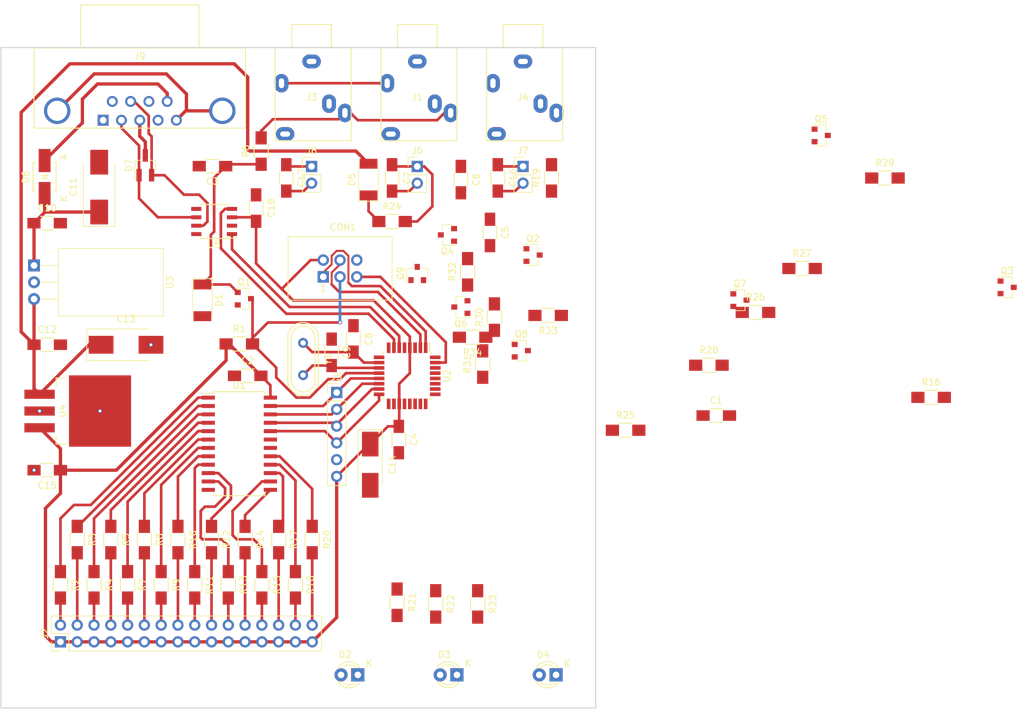
<source format=kicad_pcb>
(kicad_pcb (version 4) (host pcbnew 4.0.6)

  (general
    (links 197)
    (no_connects 88)
    (area 119.924999 61.924999 210.075001 162.075001)
    (thickness 1.6)
    (drawings 10)
    (tracks 314)
    (zones 0)
    (modules 84)
    (nets 81)
  )

  (page A4)
  (title_block
    (company SQ8KFH)
  )

  (layers
    (0 F.Cu signal)
    (31 B.Cu signal)
    (32 B.Adhes user)
    (33 F.Adhes user)
    (34 B.Paste user)
    (35 F.Paste user)
    (36 B.SilkS user)
    (37 F.SilkS user)
    (38 B.Mask user)
    (39 F.Mask user)
    (40 Dwgs.User user)
    (41 Cmts.User user)
    (42 Eco1.User user hide)
    (43 Eco2.User user)
    (44 Edge.Cuts user)
    (45 Margin user)
    (46 B.CrtYd user)
    (47 F.CrtYd user)
    (48 B.Fab user)
    (49 F.Fab user)
  )

  (setup
    (last_trace_width 0.4)
    (user_trace_width 0.3)
    (user_trace_width 0.4)
    (user_trace_width 0.5)
    (trace_clearance 0.25)
    (zone_clearance 0.508)
    (zone_45_only no)
    (trace_min 0.3)
    (segment_width 0.2)
    (edge_width 0.15)
    (via_size 0.6)
    (via_drill 0.4)
    (via_min_size 0.4)
    (via_min_drill 0.4)
    (uvia_size 0.6)
    (uvia_drill 0.4)
    (uvias_allowed no)
    (uvia_min_size 0.4)
    (uvia_min_drill 0.4)
    (pcb_text_width 0.3)
    (pcb_text_size 1.5 1.5)
    (mod_edge_width 0.15)
    (mod_text_size 1 1)
    (mod_text_width 0.15)
    (pad_size 1.524 1.524)
    (pad_drill 0.762)
    (pad_to_mask_clearance 0.2)
    (aux_axis_origin 0 0)
    (visible_elements FFFFFF7F)
    (pcbplotparams
      (layerselection 0x00030_80000001)
      (usegerberextensions false)
      (excludeedgelayer true)
      (linewidth 0.100000)
      (plotframeref false)
      (viasonmask false)
      (mode 1)
      (useauxorigin false)
      (hpglpennumber 1)
      (hpglpenspeed 20)
      (hpglpendiameter 15)
      (hpglpenoverlay 2)
      (psnegative false)
      (psa4output false)
      (plotreference true)
      (plotvalue true)
      (plotinvisibletext false)
      (padsonsilk false)
      (subtractmaskfromsilk false)
      (outputformat 1)
      (mirror false)
      (drillshape 1)
      (scaleselection 1)
      (outputdirectory ""))
  )

  (net 0 "")
  (net 1 +5V)
  (net 2 GND)
  (net 3 "Net-(C3-Pad1)")
  (net 4 "Net-(C5-Pad1)")
  (net 5 "Net-(C6-Pad1)")
  (net 6 "Net-(C7-Pad1)")
  (net 7 "Net-(C8-Pad2)")
  (net 8 "Net-(C9-Pad2)")
  (net 9 "Net-(C10-Pad1)")
  (net 10 VDD)
  (net 11 "Net-(C16-Pad1)")
  (net 12 "Net-(C17-Pad1)")
  (net 13 /MISO)
  (net 14 /MOSI)
  (net 15 /RESET)
  (net 16 "Net-(D2-Pad2)")
  (net 17 "Net-(D3-Pad2)")
  (net 18 "Net-(D4-Pad2)")
  (net 19 "Net-(D5-Pad1)")
  (net 20 "Net-(D6-Pad2)")
  (net 21 "Net-(D7-Pad1)")
  (net 22 "Net-(D7-Pad2)")
  (net 23 "Net-(J1-Pad2)")
  (net 24 "Net-(J1-Pad3)")
  (net 25 /BAND_0)
  (net 26 /BAND_1)
  (net 27 /BAND_2)
  (net 28 /BAND_3)
  (net 29 "Net-(J9-Pad0)")
  (net 30 /KEYLINE)
  (net 31 "Net-(Q3-Pad1)")
  (net 32 "Net-(Q4-Pad1)")
  (net 33 "Net-(Q5-Pad1)")
  (net 34 /INHIBITS_IN)
  (net 35 "Net-(Q6-Pad1)")
  (net 36 "Net-(Q6-Pad3)")
  (net 37 "Net-(Q8-Pad1)")
  (net 38 "Net-(Q8-Pad3)")
  (net 39 "Net-(Q9-Pad1)")
  (net 40 "Net-(R2-Pad1)")
  (net 41 "Net-(R3-Pad1)")
  (net 42 "Net-(R4-Pad1)")
  (net 43 "Net-(R5-Pad1)")
  (net 44 "Net-(R7-Pad1)")
  (net 45 "Net-(R8-Pad1)")
  (net 46 "Net-(R9-Pad1)")
  (net 47 "Net-(R10-Pad1)")
  (net 48 "Net-(R11-Pad1)")
  (net 49 "Net-(R12-Pad1)")
  (net 50 "Net-(R13-Pad1)")
  (net 51 "Net-(R14-Pad1)")
  (net 52 "Net-(R15-Pad1)")
  (net 53 "Net-(R17-Pad1)")
  (net 54 "Net-(R18-Pad1)")
  (net 55 "Net-(R20-Pad1)")
  (net 56 "Net-(R21-Pad1)")
  (net 57 "Net-(R22-Pad1)")
  (net 58 "Net-(R23-Pad1)")
  (net 59 /INHIBITS)
  (net 60 /KX3_POWER_ON)
  (net 61 /PTT_OUT)
  (net 62 /CAN_TX)
  (net 63 /CAN_RX)
  (net 64 "Net-(J2-Pad2)")
  (net 65 "Net-(J2-Pad4)")
  (net 66 "Net-(J2-Pad6)")
  (net 67 "Net-(J2-Pad8)")
  (net 68 "Net-(J2-Pad10)")
  (net 69 "Net-(J2-Pad12)")
  (net 70 "Net-(J2-Pad14)")
  (net 71 "Net-(J2-Pad16)")
  (net 72 "Net-(J2-Pad18)")
  (net 73 "Net-(J2-Pad20)")
  (net 74 "Net-(J2-Pad22)")
  (net 75 "Net-(J2-Pad24)")
  (net 76 "Net-(J2-Pad26)")
  (net 77 "Net-(J2-Pad28)")
  (net 78 "Net-(J2-Pad30)")
  (net 79 "Net-(J2-Pad32)")
  (net 80 /RX_SCK)

  (net_class Default "To jest domyślna klasa połączeń."
    (clearance 0.25)
    (trace_width 0.4)
    (via_dia 0.6)
    (via_drill 0.4)
    (uvia_dia 0.6)
    (uvia_drill 0.4)
    (add_net +5V)
    (add_net /BAND_0)
    (add_net /BAND_1)
    (add_net /BAND_2)
    (add_net /BAND_3)
    (add_net /CAN_RX)
    (add_net /CAN_TX)
    (add_net /INHIBITS)
    (add_net /INHIBITS_IN)
    (add_net /KEYLINE)
    (add_net /KX3_POWER_ON)
    (add_net /PTT_OUT)
    (add_net /RESET)
    (add_net /RX_SCK)
    (add_net GND)
    (add_net "Net-(C16-Pad1)")
    (add_net "Net-(C17-Pad1)")
    (add_net "Net-(C3-Pad1)")
    (add_net "Net-(C5-Pad1)")
    (add_net "Net-(C6-Pad1)")
    (add_net "Net-(C7-Pad1)")
    (add_net "Net-(C8-Pad2)")
    (add_net "Net-(C9-Pad2)")
    (add_net "Net-(D2-Pad2)")
    (add_net "Net-(D3-Pad2)")
    (add_net "Net-(D4-Pad2)")
    (add_net "Net-(D5-Pad1)")
    (add_net "Net-(D7-Pad1)")
    (add_net "Net-(D7-Pad2)")
    (add_net "Net-(J1-Pad2)")
    (add_net "Net-(J1-Pad3)")
    (add_net "Net-(J2-Pad10)")
    (add_net "Net-(J2-Pad12)")
    (add_net "Net-(J2-Pad14)")
    (add_net "Net-(J2-Pad16)")
    (add_net "Net-(J2-Pad18)")
    (add_net "Net-(J2-Pad2)")
    (add_net "Net-(J2-Pad20)")
    (add_net "Net-(J2-Pad22)")
    (add_net "Net-(J2-Pad24)")
    (add_net "Net-(J2-Pad26)")
    (add_net "Net-(J2-Pad28)")
    (add_net "Net-(J2-Pad30)")
    (add_net "Net-(J2-Pad32)")
    (add_net "Net-(J2-Pad4)")
    (add_net "Net-(J2-Pad6)")
    (add_net "Net-(J2-Pad8)")
    (add_net "Net-(Q3-Pad1)")
    (add_net "Net-(Q4-Pad1)")
    (add_net "Net-(Q5-Pad1)")
    (add_net "Net-(Q6-Pad1)")
    (add_net "Net-(Q6-Pad3)")
    (add_net "Net-(Q8-Pad1)")
    (add_net "Net-(Q8-Pad3)")
    (add_net "Net-(Q9-Pad1)")
    (add_net "Net-(R10-Pad1)")
    (add_net "Net-(R11-Pad1)")
    (add_net "Net-(R12-Pad1)")
    (add_net "Net-(R13-Pad1)")
    (add_net "Net-(R14-Pad1)")
    (add_net "Net-(R15-Pad1)")
    (add_net "Net-(R17-Pad1)")
    (add_net "Net-(R18-Pad1)")
    (add_net "Net-(R2-Pad1)")
    (add_net "Net-(R20-Pad1)")
    (add_net "Net-(R21-Pad1)")
    (add_net "Net-(R22-Pad1)")
    (add_net "Net-(R23-Pad1)")
    (add_net "Net-(R3-Pad1)")
    (add_net "Net-(R4-Pad1)")
    (add_net "Net-(R5-Pad1)")
    (add_net "Net-(R7-Pad1)")
    (add_net "Net-(R8-Pad1)")
    (add_net "Net-(R9-Pad1)")
  )

  (net_class ISP ""
    (clearance 0.25)
    (trace_width 0.3)
    (via_dia 0.6)
    (via_drill 0.4)
    (uvia_dia 0.6)
    (uvia_drill 0.4)
    (add_net /MISO)
    (add_net /MOSI)
  )

  (net_class PWR ""
    (clearance 0.4)
    (trace_width 0.5)
    (via_dia 0.6)
    (via_drill 0.4)
    (uvia_dia 0.6)
    (uvia_drill 0.4)
    (add_net "Net-(C10-Pad1)")
    (add_net "Net-(D6-Pad2)")
    (add_net "Net-(J9-Pad0)")
    (add_net VDD)
  )

  (module Capacitors_SMD:C_1206_HandSoldering (layer F.Cu) (tedit 541A9C03) (tstamp 5CD1DFCE)
    (at 157.338 111.708)
    (descr "Capacitor SMD 1206, hand soldering")
    (tags "capacitor 1206")
    (path /594D7912)
    (attr smd)
    (fp_text reference C2 (at 0 -2.3) (layer F.SilkS)
      (effects (font (size 1 1) (thickness 0.15)))
    )
    (fp_text value 100n (at 0 2.3) (layer F.Fab)
      (effects (font (size 1 1) (thickness 0.15)))
    )
    (fp_line (start -1.6 0.8) (end -1.6 -0.8) (layer F.Fab) (width 0.15))
    (fp_line (start 1.6 0.8) (end -1.6 0.8) (layer F.Fab) (width 0.15))
    (fp_line (start 1.6 -0.8) (end 1.6 0.8) (layer F.Fab) (width 0.15))
    (fp_line (start -1.6 -0.8) (end 1.6 -0.8) (layer F.Fab) (width 0.15))
    (fp_line (start -3.3 -1.15) (end 3.3 -1.15) (layer F.CrtYd) (width 0.05))
    (fp_line (start -3.3 1.15) (end 3.3 1.15) (layer F.CrtYd) (width 0.05))
    (fp_line (start -3.3 -1.15) (end -3.3 1.15) (layer F.CrtYd) (width 0.05))
    (fp_line (start 3.3 -1.15) (end 3.3 1.15) (layer F.CrtYd) (width 0.05))
    (fp_line (start 1 -1.025) (end -1 -1.025) (layer F.SilkS) (width 0.15))
    (fp_line (start -1 1.025) (end 1 1.025) (layer F.SilkS) (width 0.15))
    (pad 1 smd rect (at -2 0) (size 2 1.6) (layers F.Cu F.Paste F.Mask)
      (net 2 GND))
    (pad 2 smd rect (at 2 0) (size 2 1.6) (layers F.Cu F.Paste F.Mask)
      (net 1 +5V))
    (model Capacitors_SMD.3dshapes/C_1206_HandSoldering.wrl
      (at (xyz 0 0 0))
      (scale (xyz 1 1 1))
      (rotate (xyz 0 0 0))
    )
  )

  (module Capacitors_SMD:C_1206_HandSoldering (layer F.Cu) (tedit 541A9C03) (tstamp 5CD1DFD4)
    (at 152.004 79.958 180)
    (descr "Capacitor SMD 1206, hand soldering")
    (tags "capacitor 1206")
    (path /5CCE8F25)
    (attr smd)
    (fp_text reference C3 (at 0 -2.3 180) (layer F.SilkS)
      (effects (font (size 1 1) (thickness 0.15)))
    )
    (fp_text value 1n (at 0 2.3 180) (layer F.Fab)
      (effects (font (size 1 1) (thickness 0.15)))
    )
    (fp_line (start -1.6 0.8) (end -1.6 -0.8) (layer F.Fab) (width 0.15))
    (fp_line (start 1.6 0.8) (end -1.6 0.8) (layer F.Fab) (width 0.15))
    (fp_line (start 1.6 -0.8) (end 1.6 0.8) (layer F.Fab) (width 0.15))
    (fp_line (start -1.6 -0.8) (end 1.6 -0.8) (layer F.Fab) (width 0.15))
    (fp_line (start -3.3 -1.15) (end 3.3 -1.15) (layer F.CrtYd) (width 0.05))
    (fp_line (start -3.3 1.15) (end 3.3 1.15) (layer F.CrtYd) (width 0.05))
    (fp_line (start -3.3 -1.15) (end -3.3 1.15) (layer F.CrtYd) (width 0.05))
    (fp_line (start 3.3 -1.15) (end 3.3 1.15) (layer F.CrtYd) (width 0.05))
    (fp_line (start 1 -1.025) (end -1 -1.025) (layer F.SilkS) (width 0.15))
    (fp_line (start -1 1.025) (end 1 1.025) (layer F.SilkS) (width 0.15))
    (pad 1 smd rect (at -2 0 180) (size 2 1.6) (layers F.Cu F.Paste F.Mask)
      (net 3 "Net-(C3-Pad1)"))
    (pad 2 smd rect (at 2 0 180) (size 2 1.6) (layers F.Cu F.Paste F.Mask)
      (net 2 GND))
    (model Capacitors_SMD.3dshapes/C_1206_HandSoldering.wrl
      (at (xyz 0 0 0))
      (scale (xyz 1 1 1))
      (rotate (xyz 0 0 0))
    )
  )

  (module Capacitors_SMD:C_1206_HandSoldering (layer F.Cu) (tedit 541A9C03) (tstamp 5CD1DFDA)
    (at 180.198 121.36 270)
    (descr "Capacitor SMD 1206, hand soldering")
    (tags "capacitor 1206")
    (path /594D7482)
    (attr smd)
    (fp_text reference C4 (at 0 -2.3 270) (layer F.SilkS)
      (effects (font (size 1 1) (thickness 0.15)))
    )
    (fp_text value 100n (at 0 2.3 270) (layer F.Fab)
      (effects (font (size 1 1) (thickness 0.15)))
    )
    (fp_line (start -1.6 0.8) (end -1.6 -0.8) (layer F.Fab) (width 0.15))
    (fp_line (start 1.6 0.8) (end -1.6 0.8) (layer F.Fab) (width 0.15))
    (fp_line (start 1.6 -0.8) (end 1.6 0.8) (layer F.Fab) (width 0.15))
    (fp_line (start -1.6 -0.8) (end 1.6 -0.8) (layer F.Fab) (width 0.15))
    (fp_line (start -3.3 -1.15) (end 3.3 -1.15) (layer F.CrtYd) (width 0.05))
    (fp_line (start -3.3 1.15) (end 3.3 1.15) (layer F.CrtYd) (width 0.05))
    (fp_line (start -3.3 -1.15) (end -3.3 1.15) (layer F.CrtYd) (width 0.05))
    (fp_line (start 3.3 -1.15) (end 3.3 1.15) (layer F.CrtYd) (width 0.05))
    (fp_line (start 1 -1.025) (end -1 -1.025) (layer F.SilkS) (width 0.15))
    (fp_line (start -1 1.025) (end 1 1.025) (layer F.SilkS) (width 0.15))
    (pad 1 smd rect (at -2 0 270) (size 2 1.6) (layers F.Cu F.Paste F.Mask)
      (net 1 +5V))
    (pad 2 smd rect (at 2 0 270) (size 2 1.6) (layers F.Cu F.Paste F.Mask)
      (net 2 GND))
    (model Capacitors_SMD.3dshapes/C_1206_HandSoldering.wrl
      (at (xyz 0 0 0))
      (scale (xyz 1 1 1))
      (rotate (xyz 0 0 0))
    )
  )

  (module Capacitors_SMD:C_1206_HandSoldering (layer F.Cu) (tedit 541A9C03) (tstamp 5CD1DFE0)
    (at 194 90 270)
    (descr "Capacitor SMD 1206, hand soldering")
    (tags "capacitor 1206")
    (path /5CCCE61F)
    (attr smd)
    (fp_text reference C5 (at 0 -2.3 270) (layer F.SilkS)
      (effects (font (size 1 1) (thickness 0.15)))
    )
    (fp_text value 1n (at 0 2.3 270) (layer F.Fab)
      (effects (font (size 1 1) (thickness 0.15)))
    )
    (fp_line (start -1.6 0.8) (end -1.6 -0.8) (layer F.Fab) (width 0.15))
    (fp_line (start 1.6 0.8) (end -1.6 0.8) (layer F.Fab) (width 0.15))
    (fp_line (start 1.6 -0.8) (end 1.6 0.8) (layer F.Fab) (width 0.15))
    (fp_line (start -1.6 -0.8) (end 1.6 -0.8) (layer F.Fab) (width 0.15))
    (fp_line (start -3.3 -1.15) (end 3.3 -1.15) (layer F.CrtYd) (width 0.05))
    (fp_line (start -3.3 1.15) (end 3.3 1.15) (layer F.CrtYd) (width 0.05))
    (fp_line (start -3.3 -1.15) (end -3.3 1.15) (layer F.CrtYd) (width 0.05))
    (fp_line (start 3.3 -1.15) (end 3.3 1.15) (layer F.CrtYd) (width 0.05))
    (fp_line (start 1 -1.025) (end -1 -1.025) (layer F.SilkS) (width 0.15))
    (fp_line (start -1 1.025) (end 1 1.025) (layer F.SilkS) (width 0.15))
    (pad 1 smd rect (at -2 0 270) (size 2 1.6) (layers F.Cu F.Paste F.Mask)
      (net 4 "Net-(C5-Pad1)"))
    (pad 2 smd rect (at 2 0 270) (size 2 1.6) (layers F.Cu F.Paste F.Mask)
      (net 2 GND))
    (model Capacitors_SMD.3dshapes/C_1206_HandSoldering.wrl
      (at (xyz 0 0 0))
      (scale (xyz 1 1 1))
      (rotate (xyz 0 0 0))
    )
  )

  (module Capacitors_SMD:C_1206_HandSoldering (layer F.Cu) (tedit 541A9C03) (tstamp 5CD1DFE6)
    (at 189.596 81.99 270)
    (descr "Capacitor SMD 1206, hand soldering")
    (tags "capacitor 1206")
    (path /5CCDFA36)
    (attr smd)
    (fp_text reference C6 (at 0 -2.3 270) (layer F.SilkS)
      (effects (font (size 1 1) (thickness 0.15)))
    )
    (fp_text value 1n (at 0 2.3 270) (layer F.Fab)
      (effects (font (size 1 1) (thickness 0.15)))
    )
    (fp_line (start -1.6 0.8) (end -1.6 -0.8) (layer F.Fab) (width 0.15))
    (fp_line (start 1.6 0.8) (end -1.6 0.8) (layer F.Fab) (width 0.15))
    (fp_line (start 1.6 -0.8) (end 1.6 0.8) (layer F.Fab) (width 0.15))
    (fp_line (start -1.6 -0.8) (end 1.6 -0.8) (layer F.Fab) (width 0.15))
    (fp_line (start -3.3 -1.15) (end 3.3 -1.15) (layer F.CrtYd) (width 0.05))
    (fp_line (start -3.3 1.15) (end 3.3 1.15) (layer F.CrtYd) (width 0.05))
    (fp_line (start -3.3 -1.15) (end -3.3 1.15) (layer F.CrtYd) (width 0.05))
    (fp_line (start 3.3 -1.15) (end 3.3 1.15) (layer F.CrtYd) (width 0.05))
    (fp_line (start 1 -1.025) (end -1 -1.025) (layer F.SilkS) (width 0.15))
    (fp_line (start -1 1.025) (end 1 1.025) (layer F.SilkS) (width 0.15))
    (pad 1 smd rect (at -2 0 270) (size 2 1.6) (layers F.Cu F.Paste F.Mask)
      (net 5 "Net-(C6-Pad1)"))
    (pad 2 smd rect (at 2 0 270) (size 2 1.6) (layers F.Cu F.Paste F.Mask)
      (net 2 GND))
    (model Capacitors_SMD.3dshapes/C_1206_HandSoldering.wrl
      (at (xyz 0 0 0))
      (scale (xyz 1 1 1))
      (rotate (xyz 0 0 0))
    )
  )

  (module Capacitors_SMD:C_1206_HandSoldering (layer F.Cu) (tedit 541A9C03) (tstamp 5CD1DFEC)
    (at 179.182 81.736 270)
    (descr "Capacitor SMD 1206, hand soldering")
    (tags "capacitor 1206")
    (path /5CCDC561)
    (attr smd)
    (fp_text reference C7 (at 0 -2.3 270) (layer F.SilkS)
      (effects (font (size 1 1) (thickness 0.15)))
    )
    (fp_text value 1n (at 0 2.3 270) (layer F.Fab)
      (effects (font (size 1 1) (thickness 0.15)))
    )
    (fp_line (start -1.6 0.8) (end -1.6 -0.8) (layer F.Fab) (width 0.15))
    (fp_line (start 1.6 0.8) (end -1.6 0.8) (layer F.Fab) (width 0.15))
    (fp_line (start 1.6 -0.8) (end 1.6 0.8) (layer F.Fab) (width 0.15))
    (fp_line (start -1.6 -0.8) (end 1.6 -0.8) (layer F.Fab) (width 0.15))
    (fp_line (start -3.3 -1.15) (end 3.3 -1.15) (layer F.CrtYd) (width 0.05))
    (fp_line (start -3.3 1.15) (end 3.3 1.15) (layer F.CrtYd) (width 0.05))
    (fp_line (start -3.3 -1.15) (end -3.3 1.15) (layer F.CrtYd) (width 0.05))
    (fp_line (start 3.3 -1.15) (end 3.3 1.15) (layer F.CrtYd) (width 0.05))
    (fp_line (start 1 -1.025) (end -1 -1.025) (layer F.SilkS) (width 0.15))
    (fp_line (start -1 1.025) (end 1 1.025) (layer F.SilkS) (width 0.15))
    (pad 1 smd rect (at -2 0 270) (size 2 1.6) (layers F.Cu F.Paste F.Mask)
      (net 6 "Net-(C7-Pad1)"))
    (pad 2 smd rect (at 2 0 270) (size 2 1.6) (layers F.Cu F.Paste F.Mask)
      (net 2 GND))
    (model Capacitors_SMD.3dshapes/C_1206_HandSoldering.wrl
      (at (xyz 0 0 0))
      (scale (xyz 1 1 1))
      (rotate (xyz 0 0 0))
    )
  )

  (module Capacitors_SMD:C_1206_HandSoldering (layer F.Cu) (tedit 541A9C03) (tstamp 5CD1DFF2)
    (at 173.34 106.12 270)
    (descr "Capacitor SMD 1206, hand soldering")
    (tags "capacitor 1206")
    (path /594D8800)
    (attr smd)
    (fp_text reference C8 (at 0 -2.3 270) (layer F.SilkS)
      (effects (font (size 1 1) (thickness 0.15)))
    )
    (fp_text value 22p (at 0 2.3 270) (layer F.Fab)
      (effects (font (size 1 1) (thickness 0.15)))
    )
    (fp_line (start -1.6 0.8) (end -1.6 -0.8) (layer F.Fab) (width 0.15))
    (fp_line (start 1.6 0.8) (end -1.6 0.8) (layer F.Fab) (width 0.15))
    (fp_line (start 1.6 -0.8) (end 1.6 0.8) (layer F.Fab) (width 0.15))
    (fp_line (start -1.6 -0.8) (end 1.6 -0.8) (layer F.Fab) (width 0.15))
    (fp_line (start -3.3 -1.15) (end 3.3 -1.15) (layer F.CrtYd) (width 0.05))
    (fp_line (start -3.3 1.15) (end 3.3 1.15) (layer F.CrtYd) (width 0.05))
    (fp_line (start -3.3 -1.15) (end -3.3 1.15) (layer F.CrtYd) (width 0.05))
    (fp_line (start 3.3 -1.15) (end 3.3 1.15) (layer F.CrtYd) (width 0.05))
    (fp_line (start 1 -1.025) (end -1 -1.025) (layer F.SilkS) (width 0.15))
    (fp_line (start -1 1.025) (end 1 1.025) (layer F.SilkS) (width 0.15))
    (pad 1 smd rect (at -2 0 270) (size 2 1.6) (layers F.Cu F.Paste F.Mask)
      (net 2 GND))
    (pad 2 smd rect (at 2 0 270) (size 2 1.6) (layers F.Cu F.Paste F.Mask)
      (net 7 "Net-(C8-Pad2)"))
    (model Capacitors_SMD.3dshapes/C_1206_HandSoldering.wrl
      (at (xyz 0 0 0))
      (scale (xyz 1 1 1))
      (rotate (xyz 0 0 0))
    )
  )

  (module Capacitors_SMD:C_1206_HandSoldering (layer F.Cu) (tedit 541A9C03) (tstamp 5CD1DFF8)
    (at 170.038 108.152 270)
    (descr "Capacitor SMD 1206, hand soldering")
    (tags "capacitor 1206")
    (path /594D88BD)
    (attr smd)
    (fp_text reference C9 (at 0 -2.3 270) (layer F.SilkS)
      (effects (font (size 1 1) (thickness 0.15)))
    )
    (fp_text value 22p (at 0 2.3 270) (layer F.Fab)
      (effects (font (size 1 1) (thickness 0.15)))
    )
    (fp_line (start -1.6 0.8) (end -1.6 -0.8) (layer F.Fab) (width 0.15))
    (fp_line (start 1.6 0.8) (end -1.6 0.8) (layer F.Fab) (width 0.15))
    (fp_line (start 1.6 -0.8) (end 1.6 0.8) (layer F.Fab) (width 0.15))
    (fp_line (start -1.6 -0.8) (end 1.6 -0.8) (layer F.Fab) (width 0.15))
    (fp_line (start -3.3 -1.15) (end 3.3 -1.15) (layer F.CrtYd) (width 0.05))
    (fp_line (start -3.3 1.15) (end 3.3 1.15) (layer F.CrtYd) (width 0.05))
    (fp_line (start -3.3 -1.15) (end -3.3 1.15) (layer F.CrtYd) (width 0.05))
    (fp_line (start 3.3 -1.15) (end 3.3 1.15) (layer F.CrtYd) (width 0.05))
    (fp_line (start 1 -1.025) (end -1 -1.025) (layer F.SilkS) (width 0.15))
    (fp_line (start -1 1.025) (end 1 1.025) (layer F.SilkS) (width 0.15))
    (pad 1 smd rect (at -2 0 270) (size 2 1.6) (layers F.Cu F.Paste F.Mask)
      (net 2 GND))
    (pad 2 smd rect (at 2 0 270) (size 2 1.6) (layers F.Cu F.Paste F.Mask)
      (net 8 "Net-(C9-Pad2)"))
    (model Capacitors_SMD.3dshapes/C_1206_HandSoldering.wrl
      (at (xyz 0 0 0))
      (scale (xyz 1 1 1))
      (rotate (xyz 0 0 0))
    )
  )

  (module Capacitors_SMD:C_1206_HandSoldering (layer F.Cu) (tedit 541A9C03) (tstamp 5CD1DFFE)
    (at 126.985 88.594)
    (descr "Capacitor SMD 1206, hand soldering")
    (tags "capacitor 1206")
    (path /5CCF12B7)
    (attr smd)
    (fp_text reference C10 (at 0 -2.3) (layer F.SilkS)
      (effects (font (size 1 1) (thickness 0.15)))
    )
    (fp_text value 100n (at 0 2.3) (layer F.Fab)
      (effects (font (size 1 1) (thickness 0.15)))
    )
    (fp_line (start -1.6 0.8) (end -1.6 -0.8) (layer F.Fab) (width 0.15))
    (fp_line (start 1.6 0.8) (end -1.6 0.8) (layer F.Fab) (width 0.15))
    (fp_line (start 1.6 -0.8) (end 1.6 0.8) (layer F.Fab) (width 0.15))
    (fp_line (start -1.6 -0.8) (end 1.6 -0.8) (layer F.Fab) (width 0.15))
    (fp_line (start -3.3 -1.15) (end 3.3 -1.15) (layer F.CrtYd) (width 0.05))
    (fp_line (start -3.3 1.15) (end 3.3 1.15) (layer F.CrtYd) (width 0.05))
    (fp_line (start -3.3 -1.15) (end -3.3 1.15) (layer F.CrtYd) (width 0.05))
    (fp_line (start 3.3 -1.15) (end 3.3 1.15) (layer F.CrtYd) (width 0.05))
    (fp_line (start 1 -1.025) (end -1 -1.025) (layer F.SilkS) (width 0.15))
    (fp_line (start -1 1.025) (end 1 1.025) (layer F.SilkS) (width 0.15))
    (pad 1 smd rect (at -2 0) (size 2 1.6) (layers F.Cu F.Paste F.Mask)
      (net 9 "Net-(C10-Pad1)"))
    (pad 2 smd rect (at 2 0) (size 2 1.6) (layers F.Cu F.Paste F.Mask)
      (net 2 GND))
    (model Capacitors_SMD.3dshapes/C_1206_HandSoldering.wrl
      (at (xyz 0 0 0))
      (scale (xyz 1 1 1))
      (rotate (xyz 0 0 0))
    )
  )

  (module Capacitors_Tantalum_SMD:CP_Tantalum_Case-D_EIA-7343-31_Hand (layer F.Cu) (tedit 57B6E980) (tstamp 5CD1E004)
    (at 134.859 83.133 90)
    (descr "Tantalum capacitor, Case D, EIA 7343-31, 7.3x4.3x2.8mm, Hand soldering footprint")
    (tags "capacitor tantalum smd")
    (path /5CCF11F7)
    (attr smd)
    (fp_text reference C11 (at 0 -3.9 90) (layer F.SilkS)
      (effects (font (size 1 1) (thickness 0.15)))
    )
    (fp_text value 100u (at 0 3.9 90) (layer F.Fab)
      (effects (font (size 1 1) (thickness 0.15)))
    )
    (fp_line (start -6.05 -2.5) (end -6.05 2.5) (layer F.CrtYd) (width 0.05))
    (fp_line (start -6.05 2.5) (end 6.05 2.5) (layer F.CrtYd) (width 0.05))
    (fp_line (start 6.05 2.5) (end 6.05 -2.5) (layer F.CrtYd) (width 0.05))
    (fp_line (start 6.05 -2.5) (end -6.05 -2.5) (layer F.CrtYd) (width 0.05))
    (fp_line (start -3.65 -2.15) (end -3.65 2.15) (layer F.Fab) (width 0.1))
    (fp_line (start -3.65 2.15) (end 3.65 2.15) (layer F.Fab) (width 0.1))
    (fp_line (start 3.65 2.15) (end 3.65 -2.15) (layer F.Fab) (width 0.1))
    (fp_line (start 3.65 -2.15) (end -3.65 -2.15) (layer F.Fab) (width 0.1))
    (fp_line (start -2.92 -2.15) (end -2.92 2.15) (layer F.Fab) (width 0.1))
    (fp_line (start -2.555 -2.15) (end -2.555 2.15) (layer F.Fab) (width 0.1))
    (fp_line (start -5.95 -2.4) (end 3.65 -2.4) (layer F.SilkS) (width 0.12))
    (fp_line (start -5.95 2.4) (end 3.65 2.4) (layer F.SilkS) (width 0.12))
    (fp_line (start -5.95 -2.4) (end -5.95 2.4) (layer F.SilkS) (width 0.12))
    (pad 1 smd rect (at -3.775 0 90) (size 3.75 2.7) (layers F.Cu F.Paste F.Mask)
      (net 9 "Net-(C10-Pad1)"))
    (pad 2 smd rect (at 3.775 0 90) (size 3.75 2.7) (layers F.Cu F.Paste F.Mask)
      (net 2 GND))
    (model Capacitors_Tantalum_SMD.3dshapes/CP_Tantalum_Case-D_EIA-7343-31.wrl
      (at (xyz 0 0 0))
      (scale (xyz 1 1 1))
      (rotate (xyz 0 0 0))
    )
  )

  (module Capacitors_SMD:C_1206_HandSoldering (layer F.Cu) (tedit 541A9C03) (tstamp 5CD1E00A)
    (at 127 107)
    (descr "Capacitor SMD 1206, hand soldering")
    (tags "capacitor 1206")
    (path /594EE1A6)
    (attr smd)
    (fp_text reference C12 (at 0 -2.3) (layer F.SilkS)
      (effects (font (size 1 1) (thickness 0.15)))
    )
    (fp_text value 100n (at 0 2.3) (layer F.Fab)
      (effects (font (size 1 1) (thickness 0.15)))
    )
    (fp_line (start -1.6 0.8) (end -1.6 -0.8) (layer F.Fab) (width 0.15))
    (fp_line (start 1.6 0.8) (end -1.6 0.8) (layer F.Fab) (width 0.15))
    (fp_line (start 1.6 -0.8) (end 1.6 0.8) (layer F.Fab) (width 0.15))
    (fp_line (start -1.6 -0.8) (end 1.6 -0.8) (layer F.Fab) (width 0.15))
    (fp_line (start -3.3 -1.15) (end 3.3 -1.15) (layer F.CrtYd) (width 0.05))
    (fp_line (start -3.3 1.15) (end 3.3 1.15) (layer F.CrtYd) (width 0.05))
    (fp_line (start -3.3 -1.15) (end -3.3 1.15) (layer F.CrtYd) (width 0.05))
    (fp_line (start 3.3 -1.15) (end 3.3 1.15) (layer F.CrtYd) (width 0.05))
    (fp_line (start 1 -1.025) (end -1 -1.025) (layer F.SilkS) (width 0.15))
    (fp_line (start -1 1.025) (end 1 1.025) (layer F.SilkS) (width 0.15))
    (pad 1 smd rect (at -2 0) (size 2 1.6) (layers F.Cu F.Paste F.Mask)
      (net 10 VDD))
    (pad 2 smd rect (at 2 0) (size 2 1.6) (layers F.Cu F.Paste F.Mask)
      (net 2 GND))
    (model Capacitors_SMD.3dshapes/C_1206_HandSoldering.wrl
      (at (xyz 0 0 0))
      (scale (xyz 1 1 1))
      (rotate (xyz 0 0 0))
    )
  )

  (module Capacitors_Tantalum_SMD:CP_Tantalum_Case-D_EIA-7343-31_Hand (layer F.Cu) (tedit 57B6E980) (tstamp 5CD1E010)
    (at 138.923 107.009)
    (descr "Tantalum capacitor, Case D, EIA 7343-31, 7.3x4.3x2.8mm, Hand soldering footprint")
    (tags "capacitor tantalum smd")
    (path /594EDD48)
    (attr smd)
    (fp_text reference C13 (at 0 -3.9) (layer F.SilkS)
      (effects (font (size 1 1) (thickness 0.15)))
    )
    (fp_text value 100u (at 0 3.9) (layer F.Fab)
      (effects (font (size 1 1) (thickness 0.15)))
    )
    (fp_line (start -6.05 -2.5) (end -6.05 2.5) (layer F.CrtYd) (width 0.05))
    (fp_line (start -6.05 2.5) (end 6.05 2.5) (layer F.CrtYd) (width 0.05))
    (fp_line (start 6.05 2.5) (end 6.05 -2.5) (layer F.CrtYd) (width 0.05))
    (fp_line (start 6.05 -2.5) (end -6.05 -2.5) (layer F.CrtYd) (width 0.05))
    (fp_line (start -3.65 -2.15) (end -3.65 2.15) (layer F.Fab) (width 0.1))
    (fp_line (start -3.65 2.15) (end 3.65 2.15) (layer F.Fab) (width 0.1))
    (fp_line (start 3.65 2.15) (end 3.65 -2.15) (layer F.Fab) (width 0.1))
    (fp_line (start 3.65 -2.15) (end -3.65 -2.15) (layer F.Fab) (width 0.1))
    (fp_line (start -2.92 -2.15) (end -2.92 2.15) (layer F.Fab) (width 0.1))
    (fp_line (start -2.555 -2.15) (end -2.555 2.15) (layer F.Fab) (width 0.1))
    (fp_line (start -5.95 -2.4) (end 3.65 -2.4) (layer F.SilkS) (width 0.12))
    (fp_line (start -5.95 2.4) (end 3.65 2.4) (layer F.SilkS) (width 0.12))
    (fp_line (start -5.95 -2.4) (end -5.95 2.4) (layer F.SilkS) (width 0.12))
    (pad 1 smd rect (at -3.775 0) (size 3.75 2.7) (layers F.Cu F.Paste F.Mask)
      (net 10 VDD))
    (pad 2 smd rect (at 3.775 0) (size 3.75 2.7) (layers F.Cu F.Paste F.Mask)
      (net 2 GND))
    (model Capacitors_Tantalum_SMD.3dshapes/CP_Tantalum_Case-D_EIA-7343-31.wrl
      (at (xyz 0 0 0))
      (scale (xyz 1 1 1))
      (rotate (xyz 0 0 0))
    )
  )

  (module Capacitors_Tantalum_SMD:CP_Tantalum_Case-C_EIA-6032-28_Hand (layer F.Cu) (tedit 57B6E980) (tstamp 5CD1E016)
    (at 175.88 125.17 270)
    (descr "Tantalum capacitor, Case C, EIA 6032-28, 6.0x3.2x2.5mm, Hand soldering footprint")
    (tags "capacitor tantalum smd")
    (path /594EE03C)
    (attr smd)
    (fp_text reference C14 (at 0 -3.35 270) (layer F.SilkS)
      (effects (font (size 1 1) (thickness 0.15)))
    )
    (fp_text value 100u (at 0 3.35 270) (layer F.Fab)
      (effects (font (size 1 1) (thickness 0.15)))
    )
    (fp_line (start -5.4 -2) (end -5.4 2) (layer F.CrtYd) (width 0.05))
    (fp_line (start -5.4 2) (end 5.4 2) (layer F.CrtYd) (width 0.05))
    (fp_line (start 5.4 2) (end 5.4 -2) (layer F.CrtYd) (width 0.05))
    (fp_line (start 5.4 -2) (end -5.4 -2) (layer F.CrtYd) (width 0.05))
    (fp_line (start -3 -1.6) (end -3 1.6) (layer F.Fab) (width 0.1))
    (fp_line (start -3 1.6) (end 3 1.6) (layer F.Fab) (width 0.1))
    (fp_line (start 3 1.6) (end 3 -1.6) (layer F.Fab) (width 0.1))
    (fp_line (start 3 -1.6) (end -3 -1.6) (layer F.Fab) (width 0.1))
    (fp_line (start -2.4 -1.6) (end -2.4 1.6) (layer F.Fab) (width 0.1))
    (fp_line (start -2.1 -1.6) (end -2.1 1.6) (layer F.Fab) (width 0.1))
    (fp_line (start -5.3 -1.85) (end 3 -1.85) (layer F.SilkS) (width 0.12))
    (fp_line (start -5.3 1.85) (end 3 1.85) (layer F.SilkS) (width 0.12))
    (fp_line (start -5.3 -1.85) (end -5.3 1.85) (layer F.SilkS) (width 0.12))
    (pad 1 smd rect (at -3.125 0 270) (size 3.75 2.5) (layers F.Cu F.Paste F.Mask)
      (net 1 +5V))
    (pad 2 smd rect (at 3.125 0 270) (size 3.75 2.5) (layers F.Cu F.Paste F.Mask)
      (net 2 GND))
    (model Capacitors_Tantalum_SMD.3dshapes/CP_Tantalum_Case-C_EIA-6032-28.wrl
      (at (xyz 0 0 0))
      (scale (xyz 1 1 1))
      (rotate (xyz 0 0 0))
    )
  )

  (module Capacitors_SMD:C_1206_HandSoldering (layer F.Cu) (tedit 541A9C03) (tstamp 5CD1E01C)
    (at 127 126 180)
    (descr "Capacitor SMD 1206, hand soldering")
    (tags "capacitor 1206")
    (path /594EE0E5)
    (attr smd)
    (fp_text reference C15 (at 0 -2.3 180) (layer F.SilkS)
      (effects (font (size 1 1) (thickness 0.15)))
    )
    (fp_text value 100n (at 0 2.3 180) (layer F.Fab)
      (effects (font (size 1 1) (thickness 0.15)))
    )
    (fp_line (start -1.6 0.8) (end -1.6 -0.8) (layer F.Fab) (width 0.15))
    (fp_line (start 1.6 0.8) (end -1.6 0.8) (layer F.Fab) (width 0.15))
    (fp_line (start 1.6 -0.8) (end 1.6 0.8) (layer F.Fab) (width 0.15))
    (fp_line (start -1.6 -0.8) (end 1.6 -0.8) (layer F.Fab) (width 0.15))
    (fp_line (start -3.3 -1.15) (end 3.3 -1.15) (layer F.CrtYd) (width 0.05))
    (fp_line (start -3.3 1.15) (end 3.3 1.15) (layer F.CrtYd) (width 0.05))
    (fp_line (start -3.3 -1.15) (end -3.3 1.15) (layer F.CrtYd) (width 0.05))
    (fp_line (start 3.3 -1.15) (end 3.3 1.15) (layer F.CrtYd) (width 0.05))
    (fp_line (start 1 -1.025) (end -1 -1.025) (layer F.SilkS) (width 0.15))
    (fp_line (start -1 1.025) (end 1 1.025) (layer F.SilkS) (width 0.15))
    (pad 1 smd rect (at -2 0 180) (size 2 1.6) (layers F.Cu F.Paste F.Mask)
      (net 1 +5V))
    (pad 2 smd rect (at 2 0 180) (size 2 1.6) (layers F.Cu F.Paste F.Mask)
      (net 2 GND))
    (model Capacitors_SMD.3dshapes/C_1206_HandSoldering.wrl
      (at (xyz 0 0 0))
      (scale (xyz 1 1 1))
      (rotate (xyz 0 0 0))
    )
  )

  (module Capacitors_SMD:C_1206_HandSoldering (layer F.Cu) (tedit 541A9C03) (tstamp 5CD1E022)
    (at 195.184 81.736 270)
    (descr "Capacitor SMD 1206, hand soldering")
    (tags "capacitor 1206")
    (path /5CCD2697)
    (attr smd)
    (fp_text reference C16 (at 0 -2.3 270) (layer F.SilkS)
      (effects (font (size 1 1) (thickness 0.15)))
    )
    (fp_text value 1n (at 0 2.3 270) (layer F.Fab)
      (effects (font (size 1 1) (thickness 0.15)))
    )
    (fp_line (start -1.6 0.8) (end -1.6 -0.8) (layer F.Fab) (width 0.15))
    (fp_line (start 1.6 0.8) (end -1.6 0.8) (layer F.Fab) (width 0.15))
    (fp_line (start 1.6 -0.8) (end 1.6 0.8) (layer F.Fab) (width 0.15))
    (fp_line (start -1.6 -0.8) (end 1.6 -0.8) (layer F.Fab) (width 0.15))
    (fp_line (start -3.3 -1.15) (end 3.3 -1.15) (layer F.CrtYd) (width 0.05))
    (fp_line (start -3.3 1.15) (end 3.3 1.15) (layer F.CrtYd) (width 0.05))
    (fp_line (start -3.3 -1.15) (end -3.3 1.15) (layer F.CrtYd) (width 0.05))
    (fp_line (start 3.3 -1.15) (end 3.3 1.15) (layer F.CrtYd) (width 0.05))
    (fp_line (start 1 -1.025) (end -1 -1.025) (layer F.SilkS) (width 0.15))
    (fp_line (start -1 1.025) (end 1 1.025) (layer F.SilkS) (width 0.15))
    (pad 1 smd rect (at -2 0 270) (size 2 1.6) (layers F.Cu F.Paste F.Mask)
      (net 11 "Net-(C16-Pad1)"))
    (pad 2 smd rect (at 2 0 270) (size 2 1.6) (layers F.Cu F.Paste F.Mask)
      (net 2 GND))
    (model Capacitors_SMD.3dshapes/C_1206_HandSoldering.wrl
      (at (xyz 0 0 0))
      (scale (xyz 1 1 1))
      (rotate (xyz 0 0 0))
    )
  )

  (module Capacitors_SMD:C_1206_HandSoldering (layer F.Cu) (tedit 541A9C03) (tstamp 5CD1E028)
    (at 163.18 81.736 270)
    (descr "Capacitor SMD 1206, hand soldering")
    (tags "capacitor 1206")
    (path /5CCD1FF2)
    (attr smd)
    (fp_text reference C17 (at 0 -2.3 270) (layer F.SilkS)
      (effects (font (size 1 1) (thickness 0.15)))
    )
    (fp_text value 1n (at 0 2.3 270) (layer F.Fab)
      (effects (font (size 1 1) (thickness 0.15)))
    )
    (fp_line (start -1.6 0.8) (end -1.6 -0.8) (layer F.Fab) (width 0.15))
    (fp_line (start 1.6 0.8) (end -1.6 0.8) (layer F.Fab) (width 0.15))
    (fp_line (start 1.6 -0.8) (end 1.6 0.8) (layer F.Fab) (width 0.15))
    (fp_line (start -1.6 -0.8) (end 1.6 -0.8) (layer F.Fab) (width 0.15))
    (fp_line (start -3.3 -1.15) (end 3.3 -1.15) (layer F.CrtYd) (width 0.05))
    (fp_line (start -3.3 1.15) (end 3.3 1.15) (layer F.CrtYd) (width 0.05))
    (fp_line (start -3.3 -1.15) (end -3.3 1.15) (layer F.CrtYd) (width 0.05))
    (fp_line (start 3.3 -1.15) (end 3.3 1.15) (layer F.CrtYd) (width 0.05))
    (fp_line (start 1 -1.025) (end -1 -1.025) (layer F.SilkS) (width 0.15))
    (fp_line (start -1 1.025) (end 1 1.025) (layer F.SilkS) (width 0.15))
    (pad 1 smd rect (at -2 0 270) (size 2 1.6) (layers F.Cu F.Paste F.Mask)
      (net 12 "Net-(C17-Pad1)"))
    (pad 2 smd rect (at 2 0 270) (size 2 1.6) (layers F.Cu F.Paste F.Mask)
      (net 2 GND))
    (model Capacitors_SMD.3dshapes/C_1206_HandSoldering.wrl
      (at (xyz 0 0 0))
      (scale (xyz 1 1 1))
      (rotate (xyz 0 0 0))
    )
  )

  (module Capacitors_SMD:C_1206_HandSoldering (layer F.Cu) (tedit 541A9C03) (tstamp 5CD1E02E)
    (at 158.608 86.308 270)
    (descr "Capacitor SMD 1206, hand soldering")
    (tags "capacitor 1206")
    (path /594D677E)
    (attr smd)
    (fp_text reference C18 (at 0 -2.3 270) (layer F.SilkS)
      (effects (font (size 1 1) (thickness 0.15)))
    )
    (fp_text value 100n (at 0 2.3 270) (layer F.Fab)
      (effects (font (size 1 1) (thickness 0.15)))
    )
    (fp_line (start -1.6 0.8) (end -1.6 -0.8) (layer F.Fab) (width 0.15))
    (fp_line (start 1.6 0.8) (end -1.6 0.8) (layer F.Fab) (width 0.15))
    (fp_line (start 1.6 -0.8) (end 1.6 0.8) (layer F.Fab) (width 0.15))
    (fp_line (start -1.6 -0.8) (end 1.6 -0.8) (layer F.Fab) (width 0.15))
    (fp_line (start -3.3 -1.15) (end 3.3 -1.15) (layer F.CrtYd) (width 0.05))
    (fp_line (start -3.3 1.15) (end 3.3 1.15) (layer F.CrtYd) (width 0.05))
    (fp_line (start -3.3 -1.15) (end -3.3 1.15) (layer F.CrtYd) (width 0.05))
    (fp_line (start 3.3 -1.15) (end 3.3 1.15) (layer F.CrtYd) (width 0.05))
    (fp_line (start 1 -1.025) (end -1 -1.025) (layer F.SilkS) (width 0.15))
    (fp_line (start -1 1.025) (end 1 1.025) (layer F.SilkS) (width 0.15))
    (pad 1 smd rect (at -2 0 270) (size 2 1.6) (layers F.Cu F.Paste F.Mask)
      (net 2 GND))
    (pad 2 smd rect (at 2 0 270) (size 2 1.6) (layers F.Cu F.Paste F.Mask)
      (net 1 +5V))
    (model Capacitors_SMD.3dshapes/C_1206_HandSoldering.wrl
      (at (xyz 0 0 0))
      (scale (xyz 1 1 1))
      (rotate (xyz 0 0 0))
    )
  )

  (module Connectors:IDC_Header_Straight_6pins (layer F.Cu) (tedit 584BD5A1) (tstamp 5CD1E038)
    (at 168.768 96.722)
    (descr "6 pins through hole IDC header")
    (tags "IDC header socket VASCH AVR ISP")
    (path /594D42C3)
    (fp_text reference CON1 (at 3 -7.5) (layer F.SilkS)
      (effects (font (size 1 1) (thickness 0.15)))
    )
    (fp_text value AVR-ISP-6 (at 3 5) (layer F.Fab)
      (effects (font (size 1 1) (thickness 0.15)))
    )
    (fp_line (start -5.08 -5.82) (end 10.16 -5.82) (layer F.Fab) (width 0.1))
    (fp_line (start -4.54 -5.27) (end 9.6 -5.27) (layer F.Fab) (width 0.1))
    (fp_line (start -5.08 3.28) (end 10.16 3.28) (layer F.Fab) (width 0.1))
    (fp_line (start -4.54 2.73) (end 0.29 2.73) (layer F.Fab) (width 0.1))
    (fp_line (start 4.79 2.73) (end 9.6 2.73) (layer F.Fab) (width 0.1))
    (fp_line (start 0.29 2.73) (end 0.29 3.28) (layer F.Fab) (width 0.1))
    (fp_line (start 4.79 2.73) (end 4.79 3.28) (layer F.Fab) (width 0.1))
    (fp_line (start -5.08 -5.82) (end -5.08 3.28) (layer F.Fab) (width 0.1))
    (fp_line (start -4.54 -5.27) (end -4.54 2.73) (layer F.Fab) (width 0.1))
    (fp_line (start 10.16 -5.82) (end 10.16 3.28) (layer F.Fab) (width 0.1))
    (fp_line (start 9.6 -5.27) (end 9.6 2.73) (layer F.Fab) (width 0.1))
    (fp_line (start -5.08 -5.82) (end -4.54 -5.27) (layer F.Fab) (width 0.1))
    (fp_line (start 10.16 -5.82) (end 9.6 -5.27) (layer F.Fab) (width 0.1))
    (fp_line (start -5.08 3.28) (end -4.54 2.73) (layer F.Fab) (width 0.1))
    (fp_line (start 10.16 3.28) (end 9.6 2.73) (layer F.Fab) (width 0.1))
    (fp_line (start -5.58 -6.32) (end 10.66 -6.32) (layer F.CrtYd) (width 0.05))
    (fp_line (start 10.66 -6.32) (end 10.66 3.78) (layer F.CrtYd) (width 0.05))
    (fp_line (start 10.66 3.78) (end -5.58 3.78) (layer F.CrtYd) (width 0.05))
    (fp_line (start -5.58 3.78) (end -5.58 -6.32) (layer F.CrtYd) (width 0.05))
    (fp_text user 1 (at 0.02 1.72) (layer F.SilkS)
      (effects (font (size 1 1) (thickness 0.12)))
    )
    (fp_line (start -5.33 -6.07) (end 10.41 -6.07) (layer F.SilkS) (width 0.12))
    (fp_line (start 10.41 -6.07) (end 10.41 3.53) (layer F.SilkS) (width 0.12))
    (fp_line (start 10.41 3.53) (end -5.33 3.53) (layer F.SilkS) (width 0.12))
    (fp_line (start -5.33 3.53) (end -5.33 -6.07) (layer F.SilkS) (width 0.12))
    (pad 1 thru_hole rect (at 0 0) (size 1.7272 1.7272) (drill 1.016) (layers *.Cu *.Mask)
      (net 13 /MISO))
    (pad 2 thru_hole oval (at 0 -2.54) (size 1.7272 1.7272) (drill 1.016) (layers *.Cu *.Mask)
      (net 1 +5V))
    (pad 3 thru_hole oval (at 2.54 0) (size 1.7272 1.7272) (drill 1.016) (layers *.Cu *.Mask)
      (net 80 /RX_SCK))
    (pad 4 thru_hole oval (at 2.54 -2.54) (size 1.7272 1.7272) (drill 1.016) (layers *.Cu *.Mask)
      (net 14 /MOSI))
    (pad 5 thru_hole oval (at 5.08 0) (size 1.7272 1.7272) (drill 1.016) (layers *.Cu *.Mask)
      (net 15 /RESET))
    (pad 6 thru_hole oval (at 5.08 -2.54) (size 1.7272 1.7272) (drill 1.016) (layers *.Cu *.Mask)
      (net 2 GND))
  )

  (module Diodes_SMD:D_MELF_Standard (layer F.Cu) (tedit 586439DB) (tstamp 5CD1E03E)
    (at 150.48 100.278 270)
    (descr "Diode, MELF, Standard,")
    (tags "Diode MELF Standard ")
    (path /5CCC8EB0)
    (attr smd)
    (fp_text reference D1 (at 0 -2.54 270) (layer F.SilkS)
      (effects (font (size 1 1) (thickness 0.15)))
    )
    (fp_text value 1N4148 (at 0 3.81 270) (layer F.Fab)
      (effects (font (size 1 1) (thickness 0.15)))
    )
    (fp_line (start 2.4 -1.5) (end -3.3 -1.5) (layer F.SilkS) (width 0.12))
    (fp_line (start -3.3 -1.5) (end -3.3 1.5) (layer F.SilkS) (width 0.12))
    (fp_line (start -3.3 1.5) (end 2.4 1.5) (layer F.SilkS) (width 0.12))
    (fp_line (start 2.6 -1.3) (end -2.6 -1.3) (layer F.Fab) (width 0.1))
    (fp_line (start -2.6 -1.3) (end -2.6 1.3) (layer F.Fab) (width 0.1))
    (fp_line (start -2.6 1.3) (end 2.6 1.3) (layer F.Fab) (width 0.1))
    (fp_line (start 2.6 1.3) (end 2.6 -1.3) (layer F.Fab) (width 0.1))
    (fp_line (start -0.64944 0.00102) (end -1.55114 0.00102) (layer F.Fab) (width 0.1))
    (fp_line (start 0.50118 0.00102) (end 1.4994 0.00102) (layer F.Fab) (width 0.1))
    (fp_line (start -0.64944 -0.79908) (end -0.64944 0.80112) (layer F.Fab) (width 0.1))
    (fp_line (start 0.50118 0.75032) (end 0.50118 -0.79908) (layer F.Fab) (width 0.1))
    (fp_line (start -0.64944 0.00102) (end 0.50118 0.75032) (layer F.Fab) (width 0.1))
    (fp_line (start -0.64944 0.00102) (end 0.50118 -0.79908) (layer F.Fab) (width 0.1))
    (fp_line (start -3.4 -1.6) (end 3.4 -1.6) (layer F.CrtYd) (width 0.05))
    (fp_line (start 3.4 -1.6) (end 3.4 1.6) (layer F.CrtYd) (width 0.05))
    (fp_line (start 3.4 1.6) (end -3.4 1.6) (layer F.CrtYd) (width 0.05))
    (fp_line (start -3.4 1.6) (end -3.4 -1.6) (layer F.CrtYd) (width 0.05))
    (pad 1 smd rect (at -2.4 0 270) (size 1.5 2.7) (layers F.Cu F.Paste F.Mask)
      (net 3 "Net-(C3-Pad1)"))
    (pad 2 smd rect (at 2.4 0 270) (size 1.5 2.7) (layers F.Cu F.Paste F.Mask)
      (net 2 GND))
    (model Diodes_SMD.3dshapes/D_MELF_Standard.wrl
      (at (xyz 0 0 0))
      (scale (xyz 0.3937 0.3937 0.3937))
      (rotate (xyz 0 0 180))
    )
  )

  (module LEDs:LED-3MM locked (layer F.Cu) (tedit 559B82F6) (tstamp 5CD1E044)
    (at 174 157 180)
    (descr "LED 3mm round vertical")
    (tags "LED  3mm round vertical")
    (path /5CD08886)
    (fp_text reference D2 (at 1.91 3.06 180) (layer F.SilkS)
      (effects (font (size 1 1) (thickness 0.15)))
    )
    (fp_text value STATUS (at 1.3 -2.9 180) (layer F.Fab)
      (effects (font (size 1 1) (thickness 0.15)))
    )
    (fp_line (start -1.2 2.3) (end 3.8 2.3) (layer F.CrtYd) (width 0.05))
    (fp_line (start 3.8 2.3) (end 3.8 -2.2) (layer F.CrtYd) (width 0.05))
    (fp_line (start 3.8 -2.2) (end -1.2 -2.2) (layer F.CrtYd) (width 0.05))
    (fp_line (start -1.2 -2.2) (end -1.2 2.3) (layer F.CrtYd) (width 0.05))
    (fp_line (start -0.199 1.314) (end -0.199 1.114) (layer F.SilkS) (width 0.15))
    (fp_line (start -0.199 -1.28) (end -0.199 -1.1) (layer F.SilkS) (width 0.15))
    (fp_arc (start 1.301 0.034) (end -0.199 -1.286) (angle 108.5) (layer F.SilkS) (width 0.15))
    (fp_arc (start 1.301 0.034) (end 0.25 -1.1) (angle 85.7) (layer F.SilkS) (width 0.15))
    (fp_arc (start 1.311 0.034) (end 3.051 0.994) (angle 110) (layer F.SilkS) (width 0.15))
    (fp_arc (start 1.301 0.034) (end 2.335 1.094) (angle 87.5) (layer F.SilkS) (width 0.15))
    (fp_text user K (at -1.69 1.74 180) (layer F.SilkS)
      (effects (font (size 1 1) (thickness 0.15)))
    )
    (pad 1 thru_hole rect (at 0 0 270) (size 2 2) (drill 1.00076) (layers *.Cu *.Mask)
      (net 2 GND))
    (pad 2 thru_hole circle (at 2.54 0 180) (size 2 2) (drill 1.00076) (layers *.Cu *.Mask)
      (net 16 "Net-(D2-Pad2)"))
    (model LEDs.3dshapes/LED-3MM.wrl
      (at (xyz 0.05 0 0))
      (scale (xyz 1 1 1))
      (rotate (xyz 0 0 90))
    )
  )

  (module LEDs:LED-3MM locked (layer F.Cu) (tedit 559B82F6) (tstamp 5CD1E04A)
    (at 189 157 180)
    (descr "LED 3mm round vertical")
    (tags "LED  3mm round vertical")
    (path /5CD0A3F8)
    (fp_text reference D3 (at 1.91 3.06 180) (layer F.SilkS)
      (effects (font (size 1 1) (thickness 0.15)))
    )
    (fp_text value INH (at 1.3 -2.9 180) (layer F.Fab)
      (effects (font (size 1 1) (thickness 0.15)))
    )
    (fp_line (start -1.2 2.3) (end 3.8 2.3) (layer F.CrtYd) (width 0.05))
    (fp_line (start 3.8 2.3) (end 3.8 -2.2) (layer F.CrtYd) (width 0.05))
    (fp_line (start 3.8 -2.2) (end -1.2 -2.2) (layer F.CrtYd) (width 0.05))
    (fp_line (start -1.2 -2.2) (end -1.2 2.3) (layer F.CrtYd) (width 0.05))
    (fp_line (start -0.199 1.314) (end -0.199 1.114) (layer F.SilkS) (width 0.15))
    (fp_line (start -0.199 -1.28) (end -0.199 -1.1) (layer F.SilkS) (width 0.15))
    (fp_arc (start 1.301 0.034) (end -0.199 -1.286) (angle 108.5) (layer F.SilkS) (width 0.15))
    (fp_arc (start 1.301 0.034) (end 0.25 -1.1) (angle 85.7) (layer F.SilkS) (width 0.15))
    (fp_arc (start 1.311 0.034) (end 3.051 0.994) (angle 110) (layer F.SilkS) (width 0.15))
    (fp_arc (start 1.301 0.034) (end 2.335 1.094) (angle 87.5) (layer F.SilkS) (width 0.15))
    (fp_text user K (at -1.69 1.74 180) (layer F.SilkS)
      (effects (font (size 1 1) (thickness 0.15)))
    )
    (pad 1 thru_hole rect (at 0 0 270) (size 2 2) (drill 1.00076) (layers *.Cu *.Mask)
      (net 2 GND))
    (pad 2 thru_hole circle (at 2.54 0 180) (size 2 2) (drill 1.00076) (layers *.Cu *.Mask)
      (net 17 "Net-(D3-Pad2)"))
    (model LEDs.3dshapes/LED-3MM.wrl
      (at (xyz 0.05 0 0))
      (scale (xyz 1 1 1))
      (rotate (xyz 0 0 90))
    )
  )

  (module LEDs:LED-3MM locked (layer F.Cu) (tedit 559B82F6) (tstamp 5CD1E050)
    (at 204 157 180)
    (descr "LED 3mm round vertical")
    (tags "LED  3mm round vertical")
    (path /5CD0A504)
    (fp_text reference D4 (at 1.91 3.06 180) (layer F.SilkS)
      (effects (font (size 1 1) (thickness 0.15)))
    )
    (fp_text value KEY (at 1.3 -2.9 180) (layer F.Fab)
      (effects (font (size 1 1) (thickness 0.15)))
    )
    (fp_line (start -1.2 2.3) (end 3.8 2.3) (layer F.CrtYd) (width 0.05))
    (fp_line (start 3.8 2.3) (end 3.8 -2.2) (layer F.CrtYd) (width 0.05))
    (fp_line (start 3.8 -2.2) (end -1.2 -2.2) (layer F.CrtYd) (width 0.05))
    (fp_line (start -1.2 -2.2) (end -1.2 2.3) (layer F.CrtYd) (width 0.05))
    (fp_line (start -0.199 1.314) (end -0.199 1.114) (layer F.SilkS) (width 0.15))
    (fp_line (start -0.199 -1.28) (end -0.199 -1.1) (layer F.SilkS) (width 0.15))
    (fp_arc (start 1.301 0.034) (end -0.199 -1.286) (angle 108.5) (layer F.SilkS) (width 0.15))
    (fp_arc (start 1.301 0.034) (end 0.25 -1.1) (angle 85.7) (layer F.SilkS) (width 0.15))
    (fp_arc (start 1.311 0.034) (end 3.051 0.994) (angle 110) (layer F.SilkS) (width 0.15))
    (fp_arc (start 1.301 0.034) (end 2.335 1.094) (angle 87.5) (layer F.SilkS) (width 0.15))
    (fp_text user K (at -1.69 1.74 180) (layer F.SilkS)
      (effects (font (size 1 1) (thickness 0.15)))
    )
    (pad 1 thru_hole rect (at 0 0 270) (size 2 2) (drill 1.00076) (layers *.Cu *.Mask)
      (net 2 GND))
    (pad 2 thru_hole circle (at 2.54 0 180) (size 2 2) (drill 1.00076) (layers *.Cu *.Mask)
      (net 18 "Net-(D4-Pad2)"))
    (model LEDs.3dshapes/LED-3MM.wrl
      (at (xyz 0.05 0 0))
      (scale (xyz 1 1 1))
      (rotate (xyz 0 0 90))
    )
  )

  (module Diodes_SMD:D_MELF_Standard (layer F.Cu) (tedit 586439DB) (tstamp 5CD1E056)
    (at 175.626 81.99 90)
    (descr "Diode, MELF, Standard,")
    (tags "Diode MELF Standard ")
    (path /5CCD371E)
    (attr smd)
    (fp_text reference D5 (at 0 -2.54 90) (layer F.SilkS)
      (effects (font (size 1 1) (thickness 0.15)))
    )
    (fp_text value 1N4148 (at 0 3.81 90) (layer F.Fab)
      (effects (font (size 1 1) (thickness 0.15)))
    )
    (fp_line (start 2.4 -1.5) (end -3.3 -1.5) (layer F.SilkS) (width 0.12))
    (fp_line (start -3.3 -1.5) (end -3.3 1.5) (layer F.SilkS) (width 0.12))
    (fp_line (start -3.3 1.5) (end 2.4 1.5) (layer F.SilkS) (width 0.12))
    (fp_line (start 2.6 -1.3) (end -2.6 -1.3) (layer F.Fab) (width 0.1))
    (fp_line (start -2.6 -1.3) (end -2.6 1.3) (layer F.Fab) (width 0.1))
    (fp_line (start -2.6 1.3) (end 2.6 1.3) (layer F.Fab) (width 0.1))
    (fp_line (start 2.6 1.3) (end 2.6 -1.3) (layer F.Fab) (width 0.1))
    (fp_line (start -0.64944 0.00102) (end -1.55114 0.00102) (layer F.Fab) (width 0.1))
    (fp_line (start 0.50118 0.00102) (end 1.4994 0.00102) (layer F.Fab) (width 0.1))
    (fp_line (start -0.64944 -0.79908) (end -0.64944 0.80112) (layer F.Fab) (width 0.1))
    (fp_line (start 0.50118 0.75032) (end 0.50118 -0.79908) (layer F.Fab) (width 0.1))
    (fp_line (start -0.64944 0.00102) (end 0.50118 0.75032) (layer F.Fab) (width 0.1))
    (fp_line (start -0.64944 0.00102) (end 0.50118 -0.79908) (layer F.Fab) (width 0.1))
    (fp_line (start -3.4 -1.6) (end 3.4 -1.6) (layer F.CrtYd) (width 0.05))
    (fp_line (start 3.4 -1.6) (end 3.4 1.6) (layer F.CrtYd) (width 0.05))
    (fp_line (start 3.4 1.6) (end -3.4 1.6) (layer F.CrtYd) (width 0.05))
    (fp_line (start -3.4 1.6) (end -3.4 -1.6) (layer F.CrtYd) (width 0.05))
    (pad 1 smd rect (at -2.4 0 90) (size 1.5 2.7) (layers F.Cu F.Paste F.Mask)
      (net 19 "Net-(D5-Pad1)"))
    (pad 2 smd rect (at 2.4 0 90) (size 1.5 2.7) (layers F.Cu F.Paste F.Mask)
      (net 10 VDD))
    (model Diodes_SMD.3dshapes/D_MELF_Standard.wrl
      (at (xyz 0 0 0))
      (scale (xyz 0.3937 0.3937 0.3937))
      (rotate (xyz 0 0 180))
    )
  )

  (module Diodes_SMD:SMA_Handsoldering (layer F.Cu) (tedit 552FF1AB) (tstamp 5CD1E05C)
    (at 126.604 81.609 90)
    (descr "Diode SMA Handsoldering")
    (tags "Diode SMA Handsoldering")
    (path /594E4200)
    (attr smd)
    (fp_text reference D6 (at 0 -2.85 90) (layer F.SilkS)
      (effects (font (size 1 1) (thickness 0.15)))
    )
    (fp_text value S1A (at 0.05 4.4 90) (layer F.Fab)
      (effects (font (size 1 1) (thickness 0.15)))
    )
    (fp_line (start -4.5 -2) (end 4.5 -2) (layer F.CrtYd) (width 0.05))
    (fp_line (start 4.5 -2) (end 4.5 2) (layer F.CrtYd) (width 0.05))
    (fp_line (start 4.5 2) (end -4.5 2) (layer F.CrtYd) (width 0.05))
    (fp_line (start -4.5 2) (end -4.5 -2) (layer F.CrtYd) (width 0.05))
    (fp_line (start -0.25 0) (end 0.3 -0.45) (layer F.SilkS) (width 0.15))
    (fp_line (start 0.3 -0.45) (end 0.3 0.45) (layer F.SilkS) (width 0.15))
    (fp_line (start 0.3 0.45) (end -0.25 0) (layer F.SilkS) (width 0.15))
    (fp_line (start -0.25 -0.55) (end -0.25 0.55) (layer F.SilkS) (width 0.15))
    (fp_text user K (at -3.25 2.9 90) (layer F.SilkS)
      (effects (font (size 1 1) (thickness 0.15)))
    )
    (fp_text user A (at 3.05 2.85 90) (layer F.SilkS)
      (effects (font (size 1 1) (thickness 0.15)))
    )
    (fp_line (start -1.79914 1.75006) (end -1.79914 1.39954) (layer F.SilkS) (width 0.15))
    (fp_line (start -1.79914 -1.75006) (end -1.79914 -1.39954) (layer F.SilkS) (width 0.15))
    (fp_line (start 2.25044 1.75006) (end 2.25044 1.39954) (layer F.SilkS) (width 0.15))
    (fp_line (start -2.25044 1.75006) (end -2.25044 1.39954) (layer F.SilkS) (width 0.15))
    (fp_line (start -2.25044 -1.75006) (end -2.25044 -1.39954) (layer F.SilkS) (width 0.15))
    (fp_line (start 2.25044 -1.75006) (end 2.25044 -1.39954) (layer F.SilkS) (width 0.15))
    (fp_line (start -2.25044 1.75006) (end 2.25044 1.75006) (layer F.SilkS) (width 0.15))
    (fp_line (start -2.25044 -1.75006) (end 2.25044 -1.75006) (layer F.SilkS) (width 0.15))
    (pad 1 smd rect (at -2.49936 0 90) (size 3.50012 1.80086) (layers F.Cu F.Paste F.Mask)
      (net 9 "Net-(C10-Pad1)"))
    (pad 2 smd rect (at 2.49936 0 90) (size 3.50012 1.80086) (layers F.Cu F.Paste F.Mask)
      (net 20 "Net-(D6-Pad2)"))
    (model Diodes_SMD.3dshapes/SMA_Handsoldering.wrl
      (at (xyz 0 0 0))
      (scale (xyz 0.3937 0.3937 0.3937))
      (rotate (xyz 0 0 180))
    )
  )

  (module TO_SOT_Packages_SMD:SOT-23_Handsoldering (layer F.Cu) (tedit 583F3954) (tstamp 5CD1E063)
    (at 141.844 79.831 90)
    (descr "SOT-23, Handsoldering")
    (tags SOT-23)
    (path /594D531B)
    (attr smd)
    (fp_text reference D7 (at 0 -2.5 90) (layer F.SilkS)
      (effects (font (size 1 1) (thickness 0.15)))
    )
    (fp_text value NUP2105 (at 0 2.5 90) (layer F.Fab)
      (effects (font (size 1 1) (thickness 0.15)))
    )
    (fp_line (start 0.76 1.58) (end 0.76 0.65) (layer F.SilkS) (width 0.12))
    (fp_line (start 0.76 -1.58) (end 0.76 -0.65) (layer F.SilkS) (width 0.12))
    (fp_line (start 0.7 -1.52) (end 0.7 1.52) (layer F.Fab) (width 0.15))
    (fp_line (start -0.7 1.52) (end 0.7 1.52) (layer F.Fab) (width 0.15))
    (fp_line (start -2.7 -1.75) (end 2.7 -1.75) (layer F.CrtYd) (width 0.05))
    (fp_line (start 2.7 -1.75) (end 2.7 1.75) (layer F.CrtYd) (width 0.05))
    (fp_line (start 2.7 1.75) (end -2.7 1.75) (layer F.CrtYd) (width 0.05))
    (fp_line (start -2.7 1.75) (end -2.7 -1.75) (layer F.CrtYd) (width 0.05))
    (fp_line (start 0.76 -1.58) (end -2.4 -1.58) (layer F.SilkS) (width 0.12))
    (fp_line (start -0.7 -1.52) (end 0.7 -1.52) (layer F.Fab) (width 0.15))
    (fp_line (start -0.7 -1.52) (end -0.7 1.52) (layer F.Fab) (width 0.15))
    (fp_line (start 0.76 1.58) (end -0.7 1.58) (layer F.SilkS) (width 0.12))
    (pad 1 smd rect (at -1.5 -0.95 90) (size 1.9 0.8) (layers F.Cu F.Paste F.Mask)
      (net 21 "Net-(D7-Pad1)"))
    (pad 2 smd rect (at -1.5 0.95 90) (size 1.9 0.8) (layers F.Cu F.Paste F.Mask)
      (net 22 "Net-(D7-Pad2)"))
    (pad 3 smd rect (at 1.5 0 90) (size 1.9 0.8) (layers F.Cu F.Paste F.Mask)
      (net 2 GND))
    (model TO_SOT_Packages_SMD.3dshapes/SOT-23.wrl
      (at (xyz 0 0 0))
      (scale (xyz 1 1 1))
      (rotate (xyz 0 0 90))
    )
  )

  (module kfhlib:LUMBERG_1503_XX locked (layer F.Cu) (tedit 5CD1DBE1) (tstamp 5CD1E073)
    (at 183 69.05)
    (path /5CCC10DB)
    (fp_text reference J1 (at 0 0.5) (layer F.SilkS)
      (effects (font (size 1 1) (thickness 0.15)))
    )
    (fp_text value ACC1 (at 0 8.1) (layer F.Fab)
      (effects (font (size 1 1) (thickness 0.15)))
    )
    (fp_line (start -3 -7.05) (end -3 -10.55) (layer F.SilkS) (width 0.15))
    (fp_line (start -3 -10.55) (end 3 -10.55) (layer F.SilkS) (width 0.15))
    (fp_line (start 3 -10.55) (end 3 -7.05) (layer F.SilkS) (width 0.15))
    (fp_line (start -5.5 7.05) (end 6 7.05) (layer F.SilkS) (width 0.15))
    (fp_line (start 6 7.05) (end 6 -7.05) (layer F.SilkS) (width 0.15))
    (fp_line (start 6 -7.05) (end -5.5 -7.05) (layer F.SilkS) (width 0.15))
    (fp_line (start -5.5 -7.05) (end -5.5 7.05) (layer F.SilkS) (width 0.15))
    (pad 1 thru_hole oval (at 0 -4.95) (size 2.8 2.1) (drill oval 1.5 0.8) (layers *.Cu *.Mask)
      (net 2 GND))
    (pad 2 thru_hole oval (at -4.55 -1.65) (size 2.1 2.8) (drill oval 0.8 1.5) (layers *.Cu *.Mask)
      (net 23 "Net-(J1-Pad2)"))
    (pad 3 thru_hole oval (at 5.05 2.85) (size 2.1 2.8) (drill oval 0.8 1.5) (layers *.Cu *.Mask)
      (net 24 "Net-(J1-Pad3)"))
    (pad 4 thru_hole oval (at -4 6.05) (size 2.8 2.1) (drill oval 1.5 0.8) (layers *.Cu *.Mask))
    (pad 5 thru_hole oval (at 2.65 1.45) (size 2.1 2.8) (drill oval 0.8 1.5) (layers *.Cu *.Mask))
  )

  (module Pin_Headers:Pin_Header_Straight_2x16_Pitch2.54mm locked (layer F.Cu) (tedit 5862ED54) (tstamp 5CD1E097)
    (at 129 152 90)
    (descr "Through hole straight pin header, 2x16, 2.54mm pitch, double rows")
    (tags "Through hole pin header THT 2x16 2.54mm double row")
    (path /5CD00F14)
    (fp_text reference J2 (at 1.27 -2.39 90) (layer F.SilkS)
      (effects (font (size 1 1) (thickness 0.15)))
    )
    (fp_text value BAND (at 1.27 40.49 90) (layer F.Fab)
      (effects (font (size 1 1) (thickness 0.15)))
    )
    (fp_line (start -1.27 -1.27) (end -1.27 39.37) (layer F.Fab) (width 0.1))
    (fp_line (start -1.27 39.37) (end 3.81 39.37) (layer F.Fab) (width 0.1))
    (fp_line (start 3.81 39.37) (end 3.81 -1.27) (layer F.Fab) (width 0.1))
    (fp_line (start 3.81 -1.27) (end -1.27 -1.27) (layer F.Fab) (width 0.1))
    (fp_line (start -1.39 1.27) (end -1.39 39.49) (layer F.SilkS) (width 0.12))
    (fp_line (start -1.39 39.49) (end 3.93 39.49) (layer F.SilkS) (width 0.12))
    (fp_line (start 3.93 39.49) (end 3.93 -1.39) (layer F.SilkS) (width 0.12))
    (fp_line (start 3.93 -1.39) (end 1.27 -1.39) (layer F.SilkS) (width 0.12))
    (fp_line (start 1.27 -1.39) (end 1.27 1.27) (layer F.SilkS) (width 0.12))
    (fp_line (start 1.27 1.27) (end -1.39 1.27) (layer F.SilkS) (width 0.12))
    (fp_line (start -1.39 0) (end -1.39 -1.39) (layer F.SilkS) (width 0.12))
    (fp_line (start -1.39 -1.39) (end 0 -1.39) (layer F.SilkS) (width 0.12))
    (fp_line (start -1.6 -1.6) (end -1.6 39.7) (layer F.CrtYd) (width 0.05))
    (fp_line (start -1.6 39.7) (end 4.1 39.7) (layer F.CrtYd) (width 0.05))
    (fp_line (start 4.1 39.7) (end 4.1 -1.6) (layer F.CrtYd) (width 0.05))
    (fp_line (start 4.1 -1.6) (end -1.6 -1.6) (layer F.CrtYd) (width 0.05))
    (pad 1 thru_hole rect (at 0 0 90) (size 1.7 1.7) (drill 1) (layers *.Cu *.Mask)
      (net 1 +5V))
    (pad 2 thru_hole oval (at 2.54 0 90) (size 1.7 1.7) (drill 1) (layers *.Cu *.Mask)
      (net 64 "Net-(J2-Pad2)"))
    (pad 3 thru_hole oval (at 0 2.54 90) (size 1.7 1.7) (drill 1) (layers *.Cu *.Mask)
      (net 1 +5V))
    (pad 4 thru_hole oval (at 2.54 2.54 90) (size 1.7 1.7) (drill 1) (layers *.Cu *.Mask)
      (net 65 "Net-(J2-Pad4)"))
    (pad 5 thru_hole oval (at 0 5.08 90) (size 1.7 1.7) (drill 1) (layers *.Cu *.Mask)
      (net 1 +5V))
    (pad 6 thru_hole oval (at 2.54 5.08 90) (size 1.7 1.7) (drill 1) (layers *.Cu *.Mask)
      (net 66 "Net-(J2-Pad6)"))
    (pad 7 thru_hole oval (at 0 7.62 90) (size 1.7 1.7) (drill 1) (layers *.Cu *.Mask)
      (net 1 +5V))
    (pad 8 thru_hole oval (at 2.54 7.62 90) (size 1.7 1.7) (drill 1) (layers *.Cu *.Mask)
      (net 67 "Net-(J2-Pad8)"))
    (pad 9 thru_hole oval (at 0 10.16 90) (size 1.7 1.7) (drill 1) (layers *.Cu *.Mask)
      (net 1 +5V))
    (pad 10 thru_hole oval (at 2.54 10.16 90) (size 1.7 1.7) (drill 1) (layers *.Cu *.Mask)
      (net 68 "Net-(J2-Pad10)"))
    (pad 11 thru_hole oval (at 0 12.7 90) (size 1.7 1.7) (drill 1) (layers *.Cu *.Mask)
      (net 1 +5V))
    (pad 12 thru_hole oval (at 2.54 12.7 90) (size 1.7 1.7) (drill 1) (layers *.Cu *.Mask)
      (net 69 "Net-(J2-Pad12)"))
    (pad 13 thru_hole oval (at 0 15.24 90) (size 1.7 1.7) (drill 1) (layers *.Cu *.Mask)
      (net 1 +5V))
    (pad 14 thru_hole oval (at 2.54 15.24 90) (size 1.7 1.7) (drill 1) (layers *.Cu *.Mask)
      (net 70 "Net-(J2-Pad14)"))
    (pad 15 thru_hole oval (at 0 17.78 90) (size 1.7 1.7) (drill 1) (layers *.Cu *.Mask)
      (net 1 +5V))
    (pad 16 thru_hole oval (at 2.54 17.78 90) (size 1.7 1.7) (drill 1) (layers *.Cu *.Mask)
      (net 71 "Net-(J2-Pad16)"))
    (pad 17 thru_hole oval (at 0 20.32 90) (size 1.7 1.7) (drill 1) (layers *.Cu *.Mask)
      (net 1 +5V))
    (pad 18 thru_hole oval (at 2.54 20.32 90) (size 1.7 1.7) (drill 1) (layers *.Cu *.Mask)
      (net 72 "Net-(J2-Pad18)"))
    (pad 19 thru_hole oval (at 0 22.86 90) (size 1.7 1.7) (drill 1) (layers *.Cu *.Mask)
      (net 1 +5V))
    (pad 20 thru_hole oval (at 2.54 22.86 90) (size 1.7 1.7) (drill 1) (layers *.Cu *.Mask)
      (net 73 "Net-(J2-Pad20)"))
    (pad 21 thru_hole oval (at 0 25.4 90) (size 1.7 1.7) (drill 1) (layers *.Cu *.Mask)
      (net 1 +5V))
    (pad 22 thru_hole oval (at 2.54 25.4 90) (size 1.7 1.7) (drill 1) (layers *.Cu *.Mask)
      (net 74 "Net-(J2-Pad22)"))
    (pad 23 thru_hole oval (at 0 27.94 90) (size 1.7 1.7) (drill 1) (layers *.Cu *.Mask)
      (net 1 +5V))
    (pad 24 thru_hole oval (at 2.54 27.94 90) (size 1.7 1.7) (drill 1) (layers *.Cu *.Mask)
      (net 75 "Net-(J2-Pad24)"))
    (pad 25 thru_hole oval (at 0 30.48 90) (size 1.7 1.7) (drill 1) (layers *.Cu *.Mask)
      (net 1 +5V))
    (pad 26 thru_hole oval (at 2.54 30.48 90) (size 1.7 1.7) (drill 1) (layers *.Cu *.Mask)
      (net 76 "Net-(J2-Pad26)"))
    (pad 27 thru_hole oval (at 0 33.02 90) (size 1.7 1.7) (drill 1) (layers *.Cu *.Mask)
      (net 1 +5V))
    (pad 28 thru_hole oval (at 2.54 33.02 90) (size 1.7 1.7) (drill 1) (layers *.Cu *.Mask)
      (net 77 "Net-(J2-Pad28)"))
    (pad 29 thru_hole oval (at 0 35.56 90) (size 1.7 1.7) (drill 1) (layers *.Cu *.Mask)
      (net 1 +5V))
    (pad 30 thru_hole oval (at 2.54 35.56 90) (size 1.7 1.7) (drill 1) (layers *.Cu *.Mask)
      (net 78 "Net-(J2-Pad30)"))
    (pad 31 thru_hole oval (at 0 38.1 90) (size 1.7 1.7) (drill 1) (layers *.Cu *.Mask)
      (net 1 +5V))
    (pad 32 thru_hole oval (at 2.54 38.1 90) (size 1.7 1.7) (drill 1) (layers *.Cu *.Mask)
      (net 79 "Net-(J2-Pad32)"))
    (model Pin_Headers.3dshapes/Pin_Header_Straight_2x16_Pitch2.54mm.wrl
      (at (xyz 0.05 -0.75 0))
      (scale (xyz 1 1 1))
      (rotate (xyz 0 0 90))
    )
  )

  (module kfhlib:LUMBERG_1503_XX locked (layer F.Cu) (tedit 5CD1DBE1) (tstamp 5CD1E0A7)
    (at 167 69.05)
    (path /5CCC11F4)
    (fp_text reference J3 (at 0 0.5) (layer F.SilkS)
      (effects (font (size 1 1) (thickness 0.15)))
    )
    (fp_text value ACC1_PC (at 0 8.1) (layer F.Fab)
      (effects (font (size 1 1) (thickness 0.15)))
    )
    (fp_line (start -3 -7.05) (end -3 -10.55) (layer F.SilkS) (width 0.15))
    (fp_line (start -3 -10.55) (end 3 -10.55) (layer F.SilkS) (width 0.15))
    (fp_line (start 3 -10.55) (end 3 -7.05) (layer F.SilkS) (width 0.15))
    (fp_line (start -5.5 7.05) (end 6 7.05) (layer F.SilkS) (width 0.15))
    (fp_line (start 6 7.05) (end 6 -7.05) (layer F.SilkS) (width 0.15))
    (fp_line (start 6 -7.05) (end -5.5 -7.05) (layer F.SilkS) (width 0.15))
    (fp_line (start -5.5 -7.05) (end -5.5 7.05) (layer F.SilkS) (width 0.15))
    (pad 1 thru_hole oval (at 0 -4.95) (size 2.8 2.1) (drill oval 1.5 0.8) (layers *.Cu *.Mask)
      (net 2 GND))
    (pad 2 thru_hole oval (at -4.55 -1.65) (size 2.1 2.8) (drill oval 0.8 1.5) (layers *.Cu *.Mask)
      (net 23 "Net-(J1-Pad2)"))
    (pad 3 thru_hole oval (at 5.05 2.85) (size 2.1 2.8) (drill oval 0.8 1.5) (layers *.Cu *.Mask)
      (net 24 "Net-(J1-Pad3)"))
    (pad 4 thru_hole oval (at -4 6.05) (size 2.8 2.1) (drill oval 1.5 0.8) (layers *.Cu *.Mask))
    (pad 5 thru_hole oval (at 2.65 1.45) (size 2.1 2.8) (drill oval 0.8 1.5) (layers *.Cu *.Mask))
  )

  (module kfhlib:LUMBERG_1503_XX locked (layer F.Cu) (tedit 5CD1DBE1) (tstamp 5CD1E0B7)
    (at 199 69.05)
    (path /5CCC128A)
    (fp_text reference J4 (at 0 0.5) (layer F.SilkS)
      (effects (font (size 1 1) (thickness 0.15)))
    )
    (fp_text value ACC2 (at 0 8.1) (layer F.Fab)
      (effects (font (size 1 1) (thickness 0.15)))
    )
    (fp_line (start -3 -7.05) (end -3 -10.55) (layer F.SilkS) (width 0.15))
    (fp_line (start -3 -10.55) (end 3 -10.55) (layer F.SilkS) (width 0.15))
    (fp_line (start 3 -10.55) (end 3 -7.05) (layer F.SilkS) (width 0.15))
    (fp_line (start -5.5 7.05) (end 6 7.05) (layer F.SilkS) (width 0.15))
    (fp_line (start 6 7.05) (end 6 -7.05) (layer F.SilkS) (width 0.15))
    (fp_line (start 6 -7.05) (end -5.5 -7.05) (layer F.SilkS) (width 0.15))
    (fp_line (start -5.5 -7.05) (end -5.5 7.05) (layer F.SilkS) (width 0.15))
    (pad 1 thru_hole oval (at 0 -4.95) (size 2.8 2.1) (drill oval 1.5 0.8) (layers *.Cu *.Mask)
      (net 2 GND))
    (pad 2 thru_hole oval (at -4.55 -1.65) (size 2.1 2.8) (drill oval 0.8 1.5) (layers *.Cu *.Mask)
      (net 5 "Net-(C6-Pad1)"))
    (pad 3 thru_hole oval (at 5.05 2.85) (size 2.1 2.8) (drill oval 0.8 1.5) (layers *.Cu *.Mask)
      (net 4 "Net-(C5-Pad1)"))
    (pad 4 thru_hole oval (at -4 6.05) (size 2.8 2.1) (drill oval 1.5 0.8) (layers *.Cu *.Mask))
    (pad 5 thru_hole oval (at 2.65 1.45) (size 2.1 2.8) (drill oval 0.8 1.5) (layers *.Cu *.Mask))
  )

  (module Pin_Headers:Pin_Header_Straight_1x06_Pitch2.54mm (layer F.Cu) (tedit 5862ED52) (tstamp 5CD1E0C1)
    (at 170.8 114.248)
    (descr "Through hole straight pin header, 1x06, 2.54mm pitch, single row")
    (tags "Through hole pin header THT 1x06 2.54mm single row")
    (path /5CD05D93)
    (fp_text reference J5 (at 0 -2.39) (layer F.SilkS)
      (effects (font (size 1 1) (thickness 0.15)))
    )
    (fp_text value 4BIT_BAND (at 0 15.09) (layer F.Fab)
      (effects (font (size 1 1) (thickness 0.15)))
    )
    (fp_line (start -1.27 -1.27) (end -1.27 13.97) (layer F.Fab) (width 0.1))
    (fp_line (start -1.27 13.97) (end 1.27 13.97) (layer F.Fab) (width 0.1))
    (fp_line (start 1.27 13.97) (end 1.27 -1.27) (layer F.Fab) (width 0.1))
    (fp_line (start 1.27 -1.27) (end -1.27 -1.27) (layer F.Fab) (width 0.1))
    (fp_line (start -1.39 1.27) (end -1.39 14.09) (layer F.SilkS) (width 0.12))
    (fp_line (start -1.39 14.09) (end 1.39 14.09) (layer F.SilkS) (width 0.12))
    (fp_line (start 1.39 14.09) (end 1.39 1.27) (layer F.SilkS) (width 0.12))
    (fp_line (start 1.39 1.27) (end -1.39 1.27) (layer F.SilkS) (width 0.12))
    (fp_line (start -1.39 0) (end -1.39 -1.39) (layer F.SilkS) (width 0.12))
    (fp_line (start -1.39 -1.39) (end 0 -1.39) (layer F.SilkS) (width 0.12))
    (fp_line (start -1.6 -1.6) (end -1.6 14.3) (layer F.CrtYd) (width 0.05))
    (fp_line (start -1.6 14.3) (end 1.6 14.3) (layer F.CrtYd) (width 0.05))
    (fp_line (start 1.6 14.3) (end 1.6 -1.6) (layer F.CrtYd) (width 0.05))
    (fp_line (start 1.6 -1.6) (end -1.6 -1.6) (layer F.CrtYd) (width 0.05))
    (pad 1 thru_hole rect (at 0 0) (size 1.7 1.7) (drill 1) (layers *.Cu *.Mask)
      (net 25 /BAND_0))
    (pad 2 thru_hole oval (at 0 2.54) (size 1.7 1.7) (drill 1) (layers *.Cu *.Mask)
      (net 26 /BAND_1))
    (pad 3 thru_hole oval (at 0 5.08) (size 1.7 1.7) (drill 1) (layers *.Cu *.Mask)
      (net 27 /BAND_2))
    (pad 4 thru_hole oval (at 0 7.62) (size 1.7 1.7) (drill 1) (layers *.Cu *.Mask)
      (net 28 /BAND_3))
    (pad 5 thru_hole oval (at 0 10.16) (size 1.7 1.7) (drill 1) (layers *.Cu *.Mask)
      (net 2 GND))
    (pad 6 thru_hole oval (at 0 12.7) (size 1.7 1.7) (drill 1) (layers *.Cu *.Mask)
      (net 1 +5V))
    (model Pin_Headers.3dshapes/Pin_Header_Straight_1x06_Pitch2.54mm.wrl
      (at (xyz 0 -0.25 0))
      (scale (xyz 1 1 1))
      (rotate (xyz 0 0 90))
    )
  )

  (module Pin_Headers:Pin_Header_Straight_1x02_Pitch2.54mm locked (layer F.Cu) (tedit 5862ED52) (tstamp 5CD1E0C7)
    (at 183 80)
    (descr "Through hole straight pin header, 1x02, 2.54mm pitch, single row")
    (tags "Through hole pin header THT 1x02 2.54mm single row")
    (path /5CCC0E98)
    (fp_text reference J6 (at 0 -2.39) (layer F.SilkS)
      (effects (font (size 1 1) (thickness 0.15)))
    )
    (fp_text value INH_IN (at 0 4.93) (layer F.Fab)
      (effects (font (size 1 1) (thickness 0.15)))
    )
    (fp_line (start -1.27 -1.27) (end -1.27 3.81) (layer F.Fab) (width 0.1))
    (fp_line (start -1.27 3.81) (end 1.27 3.81) (layer F.Fab) (width 0.1))
    (fp_line (start 1.27 3.81) (end 1.27 -1.27) (layer F.Fab) (width 0.1))
    (fp_line (start 1.27 -1.27) (end -1.27 -1.27) (layer F.Fab) (width 0.1))
    (fp_line (start -1.39 1.27) (end -1.39 3.93) (layer F.SilkS) (width 0.12))
    (fp_line (start -1.39 3.93) (end 1.39 3.93) (layer F.SilkS) (width 0.12))
    (fp_line (start 1.39 3.93) (end 1.39 1.27) (layer F.SilkS) (width 0.12))
    (fp_line (start 1.39 1.27) (end -1.39 1.27) (layer F.SilkS) (width 0.12))
    (fp_line (start -1.39 0) (end -1.39 -1.39) (layer F.SilkS) (width 0.12))
    (fp_line (start -1.39 -1.39) (end 0 -1.39) (layer F.SilkS) (width 0.12))
    (fp_line (start -1.6 -1.6) (end -1.6 4.1) (layer F.CrtYd) (width 0.05))
    (fp_line (start -1.6 4.1) (end 1.6 4.1) (layer F.CrtYd) (width 0.05))
    (fp_line (start 1.6 4.1) (end 1.6 -1.6) (layer F.CrtYd) (width 0.05))
    (fp_line (start 1.6 -1.6) (end -1.6 -1.6) (layer F.CrtYd) (width 0.05))
    (pad 1 thru_hole rect (at 0 0) (size 1.7 1.7) (drill 1) (layers *.Cu *.Mask)
      (net 6 "Net-(C7-Pad1)"))
    (pad 2 thru_hole oval (at 0 2.54) (size 1.7 1.7) (drill 1) (layers *.Cu *.Mask)
      (net 2 GND))
    (model Pin_Headers.3dshapes/Pin_Header_Straight_1x02_Pitch2.54mm.wrl
      (at (xyz 0 -0.05 0))
      (scale (xyz 1 1 1))
      (rotate (xyz 0 0 90))
    )
  )

  (module Pin_Headers:Pin_Header_Straight_1x02_Pitch2.54mm locked (layer F.Cu) (tedit 5862ED52) (tstamp 5CD1E0CD)
    (at 199 80)
    (descr "Through hole straight pin header, 1x02, 2.54mm pitch, single row")
    (tags "Through hole pin header THT 1x02 2.54mm single row")
    (path /5CCC0E0B)
    (fp_text reference J7 (at 0 -2.39) (layer F.SilkS)
      (effects (font (size 1 1) (thickness 0.15)))
    )
    (fp_text value KEYLINE_OUT (at 0 4.93) (layer F.Fab)
      (effects (font (size 1 1) (thickness 0.15)))
    )
    (fp_line (start -1.27 -1.27) (end -1.27 3.81) (layer F.Fab) (width 0.1))
    (fp_line (start -1.27 3.81) (end 1.27 3.81) (layer F.Fab) (width 0.1))
    (fp_line (start 1.27 3.81) (end 1.27 -1.27) (layer F.Fab) (width 0.1))
    (fp_line (start 1.27 -1.27) (end -1.27 -1.27) (layer F.Fab) (width 0.1))
    (fp_line (start -1.39 1.27) (end -1.39 3.93) (layer F.SilkS) (width 0.12))
    (fp_line (start -1.39 3.93) (end 1.39 3.93) (layer F.SilkS) (width 0.12))
    (fp_line (start 1.39 3.93) (end 1.39 1.27) (layer F.SilkS) (width 0.12))
    (fp_line (start 1.39 1.27) (end -1.39 1.27) (layer F.SilkS) (width 0.12))
    (fp_line (start -1.39 0) (end -1.39 -1.39) (layer F.SilkS) (width 0.12))
    (fp_line (start -1.39 -1.39) (end 0 -1.39) (layer F.SilkS) (width 0.12))
    (fp_line (start -1.6 -1.6) (end -1.6 4.1) (layer F.CrtYd) (width 0.05))
    (fp_line (start -1.6 4.1) (end 1.6 4.1) (layer F.CrtYd) (width 0.05))
    (fp_line (start 1.6 4.1) (end 1.6 -1.6) (layer F.CrtYd) (width 0.05))
    (fp_line (start 1.6 -1.6) (end -1.6 -1.6) (layer F.CrtYd) (width 0.05))
    (pad 1 thru_hole rect (at 0 0) (size 1.7 1.7) (drill 1) (layers *.Cu *.Mask)
      (net 11 "Net-(C16-Pad1)"))
    (pad 2 thru_hole oval (at 0 2.54) (size 1.7 1.7) (drill 1) (layers *.Cu *.Mask)
      (net 2 GND))
    (model Pin_Headers.3dshapes/Pin_Header_Straight_1x02_Pitch2.54mm.wrl
      (at (xyz 0 -0.05 0))
      (scale (xyz 1 1 1))
      (rotate (xyz 0 0 90))
    )
  )

  (module Pin_Headers:Pin_Header_Straight_1x02_Pitch2.54mm locked (layer F.Cu) (tedit 5862ED52) (tstamp 5CD1E0D3)
    (at 167 80)
    (descr "Through hole straight pin header, 1x02, 2.54mm pitch, single row")
    (tags "Through hole pin header THT 1x02 2.54mm single row")
    (path /5CCC0D86)
    (fp_text reference J8 (at 0 -2.39) (layer F.SilkS)
      (effects (font (size 1 1) (thickness 0.15)))
    )
    (fp_text value PTT_POWERON_OUT (at 0 4.93) (layer F.Fab)
      (effects (font (size 1 1) (thickness 0.15)))
    )
    (fp_line (start -1.27 -1.27) (end -1.27 3.81) (layer F.Fab) (width 0.1))
    (fp_line (start -1.27 3.81) (end 1.27 3.81) (layer F.Fab) (width 0.1))
    (fp_line (start 1.27 3.81) (end 1.27 -1.27) (layer F.Fab) (width 0.1))
    (fp_line (start 1.27 -1.27) (end -1.27 -1.27) (layer F.Fab) (width 0.1))
    (fp_line (start -1.39 1.27) (end -1.39 3.93) (layer F.SilkS) (width 0.12))
    (fp_line (start -1.39 3.93) (end 1.39 3.93) (layer F.SilkS) (width 0.12))
    (fp_line (start 1.39 3.93) (end 1.39 1.27) (layer F.SilkS) (width 0.12))
    (fp_line (start 1.39 1.27) (end -1.39 1.27) (layer F.SilkS) (width 0.12))
    (fp_line (start -1.39 0) (end -1.39 -1.39) (layer F.SilkS) (width 0.12))
    (fp_line (start -1.39 -1.39) (end 0 -1.39) (layer F.SilkS) (width 0.12))
    (fp_line (start -1.6 -1.6) (end -1.6 4.1) (layer F.CrtYd) (width 0.05))
    (fp_line (start -1.6 4.1) (end 1.6 4.1) (layer F.CrtYd) (width 0.05))
    (fp_line (start 1.6 4.1) (end 1.6 -1.6) (layer F.CrtYd) (width 0.05))
    (fp_line (start 1.6 -1.6) (end -1.6 -1.6) (layer F.CrtYd) (width 0.05))
    (pad 1 thru_hole rect (at 0 0) (size 1.7 1.7) (drill 1) (layers *.Cu *.Mask)
      (net 12 "Net-(C17-Pad1)"))
    (pad 2 thru_hole oval (at 0 2.54) (size 1.7 1.7) (drill 1) (layers *.Cu *.Mask)
      (net 2 GND))
    (model Pin_Headers.3dshapes/Pin_Header_Straight_1x02_Pitch2.54mm.wrl
      (at (xyz 0 -0.05 0))
      (scale (xyz 1 1 1))
      (rotate (xyz 0 0 90))
    )
  )

  (module kfhlib:DB9FC-DHP8-7.2mm locked (layer F.Cu) (tedit 5955638B) (tstamp 5CD1E0E2)
    (at 141 73)
    (descr "Connecteur DB9 femelle couche")
    (tags "CONN DB9")
    (path /594D416E)
    (fp_text reference J9 (at 0 -9.652) (layer F.SilkS)
      (effects (font (size 1 1) (thickness 0.15)))
    )
    (fp_text value CAN (at 0 -5.588) (layer F.Fab)
      (effects (font (size 1 1) (thickness 0.15)))
    )
    (fp_line (start -16 1.2) (end 16 1.2) (layer F.SilkS) (width 0.15))
    (fp_line (start 16 1.2) (end 16 -10.94) (layer F.SilkS) (width 0.15))
    (fp_line (start 16 -10.94) (end -16 -10.94) (layer F.SilkS) (width 0.15))
    (fp_line (start -16 -10.94) (end -16 1.2) (layer F.SilkS) (width 0.15))
    (fp_line (start -8.95 -10.94) (end -8.95 -17.44) (layer F.SilkS) (width 0.15))
    (fp_line (start -8.95 -17.44) (end 8.95 -17.44) (layer F.SilkS) (width 0.15))
    (fp_line (start 8.95 -17.44) (end 8.95 -10.94) (layer F.SilkS) (width 0.15))
    (pad 0 thru_hole circle (at 12.495 -1.42) (size 4 4) (drill 3.048) (layers *.Cu *.Mask)
      (net 29 "Net-(J9-Pad0)"))
    (pad 0 thru_hole circle (at -12.495 -1.42) (size 4 4) (drill 3.048) (layers *.Cu *.Mask)
      (net 29 "Net-(J9-Pad0)"))
    (pad 1 thru_hole rect (at -5.54 0) (size 1.65 1.65) (drill 1.016) (layers *.Cu *.Mask))
    (pad 2 thru_hole circle (at -2.77 0) (size 1.65 1.65) (drill 1.016) (layers *.Cu *.Mask)
      (net 21 "Net-(D7-Pad1)"))
    (pad 3 thru_hole circle (at 0 0) (size 1.65 1.65) (drill 1.016) (layers *.Cu *.Mask)
      (net 2 GND))
    (pad 4 thru_hole circle (at 2.77 0) (size 1.65 1.65) (drill 1.016) (layers *.Cu *.Mask))
    (pad 5 thru_hole circle (at 5.54 0) (size 1.65 1.65) (drill 1.016) (layers *.Cu *.Mask)
      (net 29 "Net-(J9-Pad0)"))
    (pad 6 thru_hole circle (at -4.155 -2.84) (size 1.65 1.65) (drill 1.016) (layers *.Cu *.Mask)
      (net 2 GND))
    (pad 7 thru_hole circle (at -1.385 -2.84) (size 1.65 1.65) (drill 1.016) (layers *.Cu *.Mask)
      (net 22 "Net-(D7-Pad2)"))
    (pad 8 thru_hole circle (at 1.385 -2.84) (size 1.65 1.65) (drill 1.016) (layers *.Cu *.Mask))
    (pad 9 thru_hole circle (at 4.155 -2.84) (size 1.65 1.65) (drill 1.016) (layers *.Cu *.Mask)
      (net 20 "Net-(D6-Pad2)"))
    (model Connect.3dshapes/DB9FC.wrl
      (at (xyz 0 0 0))
      (scale (xyz 1 1 1))
      (rotate (xyz 0 0 0))
    )
  )

  (module TO_SOT_Packages_SMD:SOT-23 (layer F.Cu) (tedit 583F39EB) (tstamp 5CD1E0E9)
    (at 156.83 100.024)
    (descr "SOT-23, Standard")
    (tags SOT-23)
    (path /5CCC8326)
    (attr smd)
    (fp_text reference Q1 (at 0 -2.5) (layer F.SilkS)
      (effects (font (size 1 1) (thickness 0.15)))
    )
    (fp_text value BC817-40 (at 0 2.5) (layer F.Fab)
      (effects (font (size 1 1) (thickness 0.15)))
    )
    (fp_line (start 0.76 1.58) (end 0.76 0.65) (layer F.SilkS) (width 0.12))
    (fp_line (start 0.76 -1.58) (end 0.76 -0.65) (layer F.SilkS) (width 0.12))
    (fp_line (start 0.7 -1.52) (end 0.7 1.52) (layer F.Fab) (width 0.15))
    (fp_line (start -0.7 1.52) (end 0.7 1.52) (layer F.Fab) (width 0.15))
    (fp_line (start -1.7 -1.75) (end 1.7 -1.75) (layer F.CrtYd) (width 0.05))
    (fp_line (start 1.7 -1.75) (end 1.7 1.75) (layer F.CrtYd) (width 0.05))
    (fp_line (start 1.7 1.75) (end -1.7 1.75) (layer F.CrtYd) (width 0.05))
    (fp_line (start -1.7 1.75) (end -1.7 -1.75) (layer F.CrtYd) (width 0.05))
    (fp_line (start 0.76 -1.58) (end -1.4 -1.58) (layer F.SilkS) (width 0.12))
    (fp_line (start -0.7 -1.52) (end 0.7 -1.52) (layer F.Fab) (width 0.15))
    (fp_line (start -0.7 -1.52) (end -0.7 1.52) (layer F.Fab) (width 0.15))
    (fp_line (start 0.76 1.58) (end -0.7 1.58) (layer F.SilkS) (width 0.12))
    (pad 1 smd rect (at -1 -0.95) (size 0.9 0.8) (layers F.Cu F.Paste F.Mask)
      (net 3 "Net-(C3-Pad1)"))
    (pad 2 smd rect (at -1 0.95) (size 0.9 0.8) (layers F.Cu F.Paste F.Mask)
      (net 2 GND))
    (pad 3 smd rect (at 1 0) (size 0.9 0.8) (layers F.Cu F.Paste F.Mask)
      (net 80 /RX_SCK))
    (model TO_SOT_Packages_SMD.3dshapes/SOT-23.wrl
      (at (xyz 0 0 0))
      (scale (xyz 1 1 1))
      (rotate (xyz 0 0 90))
    )
  )

  (module TO_SOT_Packages_SMD:SOT-23 (layer F.Cu) (tedit 583F39EB) (tstamp 5CD1E0F0)
    (at 200.518 93.42)
    (descr "SOT-23, Standard")
    (tags SOT-23)
    (path /5CCCCF5C)
    (attr smd)
    (fp_text reference Q2 (at 0 -2.5) (layer F.SilkS)
      (effects (font (size 1 1) (thickness 0.15)))
    )
    (fp_text value BC817-40 (at 0 2.5) (layer F.Fab)
      (effects (font (size 1 1) (thickness 0.15)))
    )
    (fp_line (start 0.76 1.58) (end 0.76 0.65) (layer F.SilkS) (width 0.12))
    (fp_line (start 0.76 -1.58) (end 0.76 -0.65) (layer F.SilkS) (width 0.12))
    (fp_line (start 0.7 -1.52) (end 0.7 1.52) (layer F.Fab) (width 0.15))
    (fp_line (start -0.7 1.52) (end 0.7 1.52) (layer F.Fab) (width 0.15))
    (fp_line (start -1.7 -1.75) (end 1.7 -1.75) (layer F.CrtYd) (width 0.05))
    (fp_line (start 1.7 -1.75) (end 1.7 1.75) (layer F.CrtYd) (width 0.05))
    (fp_line (start 1.7 1.75) (end -1.7 1.75) (layer F.CrtYd) (width 0.05))
    (fp_line (start -1.7 1.75) (end -1.7 -1.75) (layer F.CrtYd) (width 0.05))
    (fp_line (start 0.76 -1.58) (end -1.4 -1.58) (layer F.SilkS) (width 0.12))
    (fp_line (start -0.7 -1.52) (end 0.7 -1.52) (layer F.Fab) (width 0.15))
    (fp_line (start -0.7 -1.52) (end -0.7 1.52) (layer F.Fab) (width 0.15))
    (fp_line (start 0.76 1.58) (end -0.7 1.58) (layer F.SilkS) (width 0.12))
    (pad 1 smd rect (at -1 -0.95) (size 0.9 0.8) (layers F.Cu F.Paste F.Mask)
      (net 4 "Net-(C5-Pad1)"))
    (pad 2 smd rect (at -1 0.95) (size 0.9 0.8) (layers F.Cu F.Paste F.Mask)
      (net 2 GND))
    (pad 3 smd rect (at 1 0) (size 0.9 0.8) (layers F.Cu F.Paste F.Mask)
      (net 30 /KEYLINE))
    (model TO_SOT_Packages_SMD.3dshapes/SOT-23.wrl
      (at (xyz 0 0 0))
      (scale (xyz 1 1 1))
      (rotate (xyz 0 0 90))
    )
  )

  (module TO_SOT_Packages_SMD:SOT-23 (layer F.Cu) (tedit 583F39EB) (tstamp 5CD1E0F7)
    (at 272.263572 98.309999)
    (descr "SOT-23, Standard")
    (tags SOT-23)
    (path /5CCDC3DB)
    (attr smd)
    (fp_text reference Q3 (at 0 -2.5) (layer F.SilkS)
      (effects (font (size 1 1) (thickness 0.15)))
    )
    (fp_text value BC817 (at 0 2.5) (layer F.Fab)
      (effects (font (size 1 1) (thickness 0.15)))
    )
    (fp_line (start 0.76 1.58) (end 0.76 0.65) (layer F.SilkS) (width 0.12))
    (fp_line (start 0.76 -1.58) (end 0.76 -0.65) (layer F.SilkS) (width 0.12))
    (fp_line (start 0.7 -1.52) (end 0.7 1.52) (layer F.Fab) (width 0.15))
    (fp_line (start -0.7 1.52) (end 0.7 1.52) (layer F.Fab) (width 0.15))
    (fp_line (start -1.7 -1.75) (end 1.7 -1.75) (layer F.CrtYd) (width 0.05))
    (fp_line (start 1.7 -1.75) (end 1.7 1.75) (layer F.CrtYd) (width 0.05))
    (fp_line (start 1.7 1.75) (end -1.7 1.75) (layer F.CrtYd) (width 0.05))
    (fp_line (start -1.7 1.75) (end -1.7 -1.75) (layer F.CrtYd) (width 0.05))
    (fp_line (start 0.76 -1.58) (end -1.4 -1.58) (layer F.SilkS) (width 0.12))
    (fp_line (start -0.7 -1.52) (end 0.7 -1.52) (layer F.Fab) (width 0.15))
    (fp_line (start -0.7 -1.52) (end -0.7 1.52) (layer F.Fab) (width 0.15))
    (fp_line (start 0.76 1.58) (end -0.7 1.58) (layer F.SilkS) (width 0.12))
    (pad 1 smd rect (at -1 -0.95) (size 0.9 0.8) (layers F.Cu F.Paste F.Mask)
      (net 31 "Net-(Q3-Pad1)"))
    (pad 2 smd rect (at -1 0.95) (size 0.9 0.8) (layers F.Cu F.Paste F.Mask)
      (net 2 GND))
    (pad 3 smd rect (at 1 0) (size 0.9 0.8) (layers F.Cu F.Paste F.Mask)
      (net 5 "Net-(C6-Pad1)"))
    (model TO_SOT_Packages_SMD.3dshapes/SOT-23.wrl
      (at (xyz 0 0 0))
      (scale (xyz 1 1 1))
      (rotate (xyz 0 0 90))
    )
  )

  (module TO_SOT_Packages_SMD:SOT-23 (layer F.Cu) (tedit 583F39EB) (tstamp 5CD1E0FE)
    (at 187.564 90.372 180)
    (descr "SOT-23, Standard")
    (tags SOT-23)
    (path /5CCDD808)
    (attr smd)
    (fp_text reference Q4 (at 0 -2.5 180) (layer F.SilkS)
      (effects (font (size 1 1) (thickness 0.15)))
    )
    (fp_text value BC817 (at 0 2.5 180) (layer F.Fab)
      (effects (font (size 1 1) (thickness 0.15)))
    )
    (fp_line (start 0.76 1.58) (end 0.76 0.65) (layer F.SilkS) (width 0.12))
    (fp_line (start 0.76 -1.58) (end 0.76 -0.65) (layer F.SilkS) (width 0.12))
    (fp_line (start 0.7 -1.52) (end 0.7 1.52) (layer F.Fab) (width 0.15))
    (fp_line (start -0.7 1.52) (end 0.7 1.52) (layer F.Fab) (width 0.15))
    (fp_line (start -1.7 -1.75) (end 1.7 -1.75) (layer F.CrtYd) (width 0.05))
    (fp_line (start 1.7 -1.75) (end 1.7 1.75) (layer F.CrtYd) (width 0.05))
    (fp_line (start 1.7 1.75) (end -1.7 1.75) (layer F.CrtYd) (width 0.05))
    (fp_line (start -1.7 1.75) (end -1.7 -1.75) (layer F.CrtYd) (width 0.05))
    (fp_line (start 0.76 -1.58) (end -1.4 -1.58) (layer F.SilkS) (width 0.12))
    (fp_line (start -0.7 -1.52) (end 0.7 -1.52) (layer F.Fab) (width 0.15))
    (fp_line (start -0.7 -1.52) (end -0.7 1.52) (layer F.Fab) (width 0.15))
    (fp_line (start 0.76 1.58) (end -0.7 1.58) (layer F.SilkS) (width 0.12))
    (pad 1 smd rect (at -1 -0.95 180) (size 0.9 0.8) (layers F.Cu F.Paste F.Mask)
      (net 32 "Net-(Q4-Pad1)"))
    (pad 2 smd rect (at -1 0.95 180) (size 0.9 0.8) (layers F.Cu F.Paste F.Mask)
      (net 2 GND))
    (pad 3 smd rect (at 1 0 180) (size 0.9 0.8) (layers F.Cu F.Paste F.Mask)
      (net 6 "Net-(C7-Pad1)"))
    (model TO_SOT_Packages_SMD.3dshapes/SOT-23.wrl
      (at (xyz 0 0 0))
      (scale (xyz 1 1 1))
      (rotate (xyz 0 0 90))
    )
  )

  (module TO_SOT_Packages_SMD:SOT-23 (layer F.Cu) (tedit 583F39EB) (tstamp 5CD1E105)
    (at 244.123572 75.305999)
    (descr "SOT-23, Standard")
    (tags SOT-23)
    (path /5CCF7DC2)
    (attr smd)
    (fp_text reference Q5 (at 0 -2.5) (layer F.SilkS)
      (effects (font (size 1 1) (thickness 0.15)))
    )
    (fp_text value BC817 (at 0 2.5) (layer F.Fab)
      (effects (font (size 1 1) (thickness 0.15)))
    )
    (fp_line (start 0.76 1.58) (end 0.76 0.65) (layer F.SilkS) (width 0.12))
    (fp_line (start 0.76 -1.58) (end 0.76 -0.65) (layer F.SilkS) (width 0.12))
    (fp_line (start 0.7 -1.52) (end 0.7 1.52) (layer F.Fab) (width 0.15))
    (fp_line (start -0.7 1.52) (end 0.7 1.52) (layer F.Fab) (width 0.15))
    (fp_line (start -1.7 -1.75) (end 1.7 -1.75) (layer F.CrtYd) (width 0.05))
    (fp_line (start 1.7 -1.75) (end 1.7 1.75) (layer F.CrtYd) (width 0.05))
    (fp_line (start 1.7 1.75) (end -1.7 1.75) (layer F.CrtYd) (width 0.05))
    (fp_line (start -1.7 1.75) (end -1.7 -1.75) (layer F.CrtYd) (width 0.05))
    (fp_line (start 0.76 -1.58) (end -1.4 -1.58) (layer F.SilkS) (width 0.12))
    (fp_line (start -0.7 -1.52) (end 0.7 -1.52) (layer F.Fab) (width 0.15))
    (fp_line (start -0.7 -1.52) (end -0.7 1.52) (layer F.Fab) (width 0.15))
    (fp_line (start 0.76 1.58) (end -0.7 1.58) (layer F.SilkS) (width 0.12))
    (pad 1 smd rect (at -1 -0.95) (size 0.9 0.8) (layers F.Cu F.Paste F.Mask)
      (net 33 "Net-(Q5-Pad1)"))
    (pad 2 smd rect (at -1 0.95) (size 0.9 0.8) (layers F.Cu F.Paste F.Mask)
      (net 2 GND))
    (pad 3 smd rect (at 1 0) (size 0.9 0.8) (layers F.Cu F.Paste F.Mask)
      (net 34 /INHIBITS_IN))
    (model TO_SOT_Packages_SMD.3dshapes/SOT-23.wrl
      (at (xyz 0 0 0))
      (scale (xyz 1 1 1))
      (rotate (xyz 0 0 90))
    )
  )

  (module TO_SOT_Packages_SMD:SOT-23 (layer F.Cu) (tedit 583F39EB) (tstamp 5CD1E10C)
    (at 189.596 101.294 180)
    (descr "SOT-23, Standard")
    (tags SOT-23)
    (path /5CD1B2F4)
    (attr smd)
    (fp_text reference Q6 (at 0 -2.5 180) (layer F.SilkS)
      (effects (font (size 1 1) (thickness 0.15)))
    )
    (fp_text value MMBT3906 (at 0 2.5 180) (layer F.Fab)
      (effects (font (size 1 1) (thickness 0.15)))
    )
    (fp_line (start 0.76 1.58) (end 0.76 0.65) (layer F.SilkS) (width 0.12))
    (fp_line (start 0.76 -1.58) (end 0.76 -0.65) (layer F.SilkS) (width 0.12))
    (fp_line (start 0.7 -1.52) (end 0.7 1.52) (layer F.Fab) (width 0.15))
    (fp_line (start -0.7 1.52) (end 0.7 1.52) (layer F.Fab) (width 0.15))
    (fp_line (start -1.7 -1.75) (end 1.7 -1.75) (layer F.CrtYd) (width 0.05))
    (fp_line (start 1.7 -1.75) (end 1.7 1.75) (layer F.CrtYd) (width 0.05))
    (fp_line (start 1.7 1.75) (end -1.7 1.75) (layer F.CrtYd) (width 0.05))
    (fp_line (start -1.7 1.75) (end -1.7 -1.75) (layer F.CrtYd) (width 0.05))
    (fp_line (start 0.76 -1.58) (end -1.4 -1.58) (layer F.SilkS) (width 0.12))
    (fp_line (start -0.7 -1.52) (end 0.7 -1.52) (layer F.Fab) (width 0.15))
    (fp_line (start -0.7 -1.52) (end -0.7 1.52) (layer F.Fab) (width 0.15))
    (fp_line (start 0.76 1.58) (end -0.7 1.58) (layer F.SilkS) (width 0.12))
    (pad 1 smd rect (at -1 -0.95 180) (size 0.9 0.8) (layers F.Cu F.Paste F.Mask)
      (net 35 "Net-(Q6-Pad1)"))
    (pad 2 smd rect (at -1 0.95 180) (size 0.9 0.8) (layers F.Cu F.Paste F.Mask)
      (net 10 VDD))
    (pad 3 smd rect (at 1 0 180) (size 0.9 0.8) (layers F.Cu F.Paste F.Mask)
      (net 36 "Net-(Q6-Pad3)"))
    (model TO_SOT_Packages_SMD.3dshapes/SOT-23.wrl
      (at (xyz 0 0 0))
      (scale (xyz 1 1 1))
      (rotate (xyz 0 0 90))
    )
  )

  (module TO_SOT_Packages_SMD:SOT-23 (layer F.Cu) (tedit 583F39EB) (tstamp 5CD1E113)
    (at 231.823572 100.249999)
    (descr "SOT-23, Standard")
    (tags SOT-23)
    (path /5CCC53EA)
    (attr smd)
    (fp_text reference Q7 (at 0 -2.5) (layer F.SilkS)
      (effects (font (size 1 1) (thickness 0.15)))
    )
    (fp_text value BC817 (at 0 2.5) (layer F.Fab)
      (effects (font (size 1 1) (thickness 0.15)))
    )
    (fp_line (start 0.76 1.58) (end 0.76 0.65) (layer F.SilkS) (width 0.12))
    (fp_line (start 0.76 -1.58) (end 0.76 -0.65) (layer F.SilkS) (width 0.12))
    (fp_line (start 0.7 -1.52) (end 0.7 1.52) (layer F.Fab) (width 0.15))
    (fp_line (start -0.7 1.52) (end 0.7 1.52) (layer F.Fab) (width 0.15))
    (fp_line (start -1.7 -1.75) (end 1.7 -1.75) (layer F.CrtYd) (width 0.05))
    (fp_line (start 1.7 -1.75) (end 1.7 1.75) (layer F.CrtYd) (width 0.05))
    (fp_line (start 1.7 1.75) (end -1.7 1.75) (layer F.CrtYd) (width 0.05))
    (fp_line (start -1.7 1.75) (end -1.7 -1.75) (layer F.CrtYd) (width 0.05))
    (fp_line (start 0.76 -1.58) (end -1.4 -1.58) (layer F.SilkS) (width 0.12))
    (fp_line (start -0.7 -1.52) (end 0.7 -1.52) (layer F.Fab) (width 0.15))
    (fp_line (start -0.7 -1.52) (end -0.7 1.52) (layer F.Fab) (width 0.15))
    (fp_line (start 0.76 1.58) (end -0.7 1.58) (layer F.SilkS) (width 0.12))
    (pad 1 smd rect (at -1 -0.95) (size 0.9 0.8) (layers F.Cu F.Paste F.Mask)
      (net 30 /KEYLINE))
    (pad 2 smd rect (at -1 0.95) (size 0.9 0.8) (layers F.Cu F.Paste F.Mask)
      (net 2 GND))
    (pad 3 smd rect (at 1 0) (size 0.9 0.8) (layers F.Cu F.Paste F.Mask)
      (net 11 "Net-(C16-Pad1)"))
    (model TO_SOT_Packages_SMD.3dshapes/SOT-23.wrl
      (at (xyz 0 0 0))
      (scale (xyz 1 1 1))
      (rotate (xyz 0 0 90))
    )
  )

  (module TO_SOT_Packages_SMD:SOT-23 (layer F.Cu) (tedit 583F39EB) (tstamp 5CD1E11A)
    (at 198.74 107.898)
    (descr "SOT-23, Standard")
    (tags SOT-23)
    (path /5CCC5B38)
    (attr smd)
    (fp_text reference Q8 (at 0 -2.5) (layer F.SilkS)
      (effects (font (size 1 1) (thickness 0.15)))
    )
    (fp_text value BC817-40 (at 0 2.5) (layer F.Fab)
      (effects (font (size 1 1) (thickness 0.15)))
    )
    (fp_line (start 0.76 1.58) (end 0.76 0.65) (layer F.SilkS) (width 0.12))
    (fp_line (start 0.76 -1.58) (end 0.76 -0.65) (layer F.SilkS) (width 0.12))
    (fp_line (start 0.7 -1.52) (end 0.7 1.52) (layer F.Fab) (width 0.15))
    (fp_line (start -0.7 1.52) (end 0.7 1.52) (layer F.Fab) (width 0.15))
    (fp_line (start -1.7 -1.75) (end 1.7 -1.75) (layer F.CrtYd) (width 0.05))
    (fp_line (start 1.7 -1.75) (end 1.7 1.75) (layer F.CrtYd) (width 0.05))
    (fp_line (start 1.7 1.75) (end -1.7 1.75) (layer F.CrtYd) (width 0.05))
    (fp_line (start -1.7 1.75) (end -1.7 -1.75) (layer F.CrtYd) (width 0.05))
    (fp_line (start 0.76 -1.58) (end -1.4 -1.58) (layer F.SilkS) (width 0.12))
    (fp_line (start -0.7 -1.52) (end 0.7 -1.52) (layer F.Fab) (width 0.15))
    (fp_line (start -0.7 -1.52) (end -0.7 1.52) (layer F.Fab) (width 0.15))
    (fp_line (start 0.76 1.58) (end -0.7 1.58) (layer F.SilkS) (width 0.12))
    (pad 1 smd rect (at -1 -0.95) (size 0.9 0.8) (layers F.Cu F.Paste F.Mask)
      (net 37 "Net-(Q8-Pad1)"))
    (pad 2 smd rect (at -1 0.95) (size 0.9 0.8) (layers F.Cu F.Paste F.Mask)
      (net 2 GND))
    (pad 3 smd rect (at 1 0) (size 0.9 0.8) (layers F.Cu F.Paste F.Mask)
      (net 38 "Net-(Q8-Pad3)"))
    (model TO_SOT_Packages_SMD.3dshapes/SOT-23.wrl
      (at (xyz 0 0 0))
      (scale (xyz 1 1 1))
      (rotate (xyz 0 0 90))
    )
  )

  (module TO_SOT_Packages_SMD:SOT-23 (layer F.Cu) (tedit 583F39EB) (tstamp 5CD1E121)
    (at 182.992 96.214 90)
    (descr "SOT-23, Standard")
    (tags SOT-23)
    (path /5CCC59B9)
    (attr smd)
    (fp_text reference Q9 (at 0 -2.5 90) (layer F.SilkS)
      (effects (font (size 1 1) (thickness 0.15)))
    )
    (fp_text value BC817-40 (at 0 2.5 90) (layer F.Fab)
      (effects (font (size 1 1) (thickness 0.15)))
    )
    (fp_line (start 0.76 1.58) (end 0.76 0.65) (layer F.SilkS) (width 0.12))
    (fp_line (start 0.76 -1.58) (end 0.76 -0.65) (layer F.SilkS) (width 0.12))
    (fp_line (start 0.7 -1.52) (end 0.7 1.52) (layer F.Fab) (width 0.15))
    (fp_line (start -0.7 1.52) (end 0.7 1.52) (layer F.Fab) (width 0.15))
    (fp_line (start -1.7 -1.75) (end 1.7 -1.75) (layer F.CrtYd) (width 0.05))
    (fp_line (start 1.7 -1.75) (end 1.7 1.75) (layer F.CrtYd) (width 0.05))
    (fp_line (start 1.7 1.75) (end -1.7 1.75) (layer F.CrtYd) (width 0.05))
    (fp_line (start -1.7 1.75) (end -1.7 -1.75) (layer F.CrtYd) (width 0.05))
    (fp_line (start 0.76 -1.58) (end -1.4 -1.58) (layer F.SilkS) (width 0.12))
    (fp_line (start -0.7 -1.52) (end 0.7 -1.52) (layer F.Fab) (width 0.15))
    (fp_line (start -0.7 -1.52) (end -0.7 1.52) (layer F.Fab) (width 0.15))
    (fp_line (start 0.76 1.58) (end -0.7 1.58) (layer F.SilkS) (width 0.12))
    (pad 1 smd rect (at -1 -0.95 90) (size 0.9 0.8) (layers F.Cu F.Paste F.Mask)
      (net 39 "Net-(Q9-Pad1)"))
    (pad 2 smd rect (at -1 0.95 90) (size 0.9 0.8) (layers F.Cu F.Paste F.Mask)
      (net 2 GND))
    (pad 3 smd rect (at 1 0 90) (size 0.9 0.8) (layers F.Cu F.Paste F.Mask)
      (net 12 "Net-(C17-Pad1)"))
    (model TO_SOT_Packages_SMD.3dshapes/SOT-23.wrl
      (at (xyz 0 0 0))
      (scale (xyz 1 1 1))
      (rotate (xyz 0 0 90))
    )
  )

  (module Resistors_SMD:R_1206_HandSoldering (layer F.Cu) (tedit 58307C0D) (tstamp 5CD1E127)
    (at 156.068 106.882)
    (descr "Resistor SMD 1206, hand soldering")
    (tags "resistor 1206")
    (path /5CCC94F7)
    (attr smd)
    (fp_text reference R1 (at 0 -2.3) (layer F.SilkS)
      (effects (font (size 1 1) (thickness 0.15)))
    )
    (fp_text value 10k (at 0 2.3) (layer F.Fab)
      (effects (font (size 1 1) (thickness 0.15)))
    )
    (fp_line (start -1.6 0.8) (end -1.6 -0.8) (layer F.Fab) (width 0.1))
    (fp_line (start 1.6 0.8) (end -1.6 0.8) (layer F.Fab) (width 0.1))
    (fp_line (start 1.6 -0.8) (end 1.6 0.8) (layer F.Fab) (width 0.1))
    (fp_line (start -1.6 -0.8) (end 1.6 -0.8) (layer F.Fab) (width 0.1))
    (fp_line (start -3.3 -1.2) (end 3.3 -1.2) (layer F.CrtYd) (width 0.05))
    (fp_line (start -3.3 1.2) (end 3.3 1.2) (layer F.CrtYd) (width 0.05))
    (fp_line (start -3.3 -1.2) (end -3.3 1.2) (layer F.CrtYd) (width 0.05))
    (fp_line (start 3.3 -1.2) (end 3.3 1.2) (layer F.CrtYd) (width 0.05))
    (fp_line (start 1 1.075) (end -1 1.075) (layer F.SilkS) (width 0.15))
    (fp_line (start -1 -1.075) (end 1 -1.075) (layer F.SilkS) (width 0.15))
    (pad 1 smd rect (at -2 0) (size 2 1.7) (layers F.Cu F.Paste F.Mask)
      (net 1 +5V))
    (pad 2 smd rect (at 2 0) (size 2 1.7) (layers F.Cu F.Paste F.Mask)
      (net 80 /RX_SCK))
    (model Resistors_SMD.3dshapes/R_1206_HandSoldering.wrl
      (at (xyz 0 0 0))
      (scale (xyz 1 1 1))
      (rotate (xyz 0 0 0))
    )
  )

  (module Resistors_SMD:R_1206_HandSoldering (layer F.Cu) (tedit 58307C0D) (tstamp 5CD1E12D)
    (at 129 143.364 270)
    (descr "Resistor SMD 1206, hand soldering")
    (tags "resistor 1206")
    (path /5CCFF9B6)
    (attr smd)
    (fp_text reference R2 (at 0 -2.3 270) (layer F.SilkS)
      (effects (font (size 1 1) (thickness 0.15)))
    )
    (fp_text value 270R (at 0 2.3 270) (layer F.Fab)
      (effects (font (size 1 1) (thickness 0.15)))
    )
    (fp_line (start -1.6 0.8) (end -1.6 -0.8) (layer F.Fab) (width 0.1))
    (fp_line (start 1.6 0.8) (end -1.6 0.8) (layer F.Fab) (width 0.1))
    (fp_line (start 1.6 -0.8) (end 1.6 0.8) (layer F.Fab) (width 0.1))
    (fp_line (start -1.6 -0.8) (end 1.6 -0.8) (layer F.Fab) (width 0.1))
    (fp_line (start -3.3 -1.2) (end 3.3 -1.2) (layer F.CrtYd) (width 0.05))
    (fp_line (start -3.3 1.2) (end 3.3 1.2) (layer F.CrtYd) (width 0.05))
    (fp_line (start -3.3 -1.2) (end -3.3 1.2) (layer F.CrtYd) (width 0.05))
    (fp_line (start 3.3 -1.2) (end 3.3 1.2) (layer F.CrtYd) (width 0.05))
    (fp_line (start 1 1.075) (end -1 1.075) (layer F.SilkS) (width 0.15))
    (fp_line (start -1 -1.075) (end 1 -1.075) (layer F.SilkS) (width 0.15))
    (pad 1 smd rect (at -2 0 270) (size 2 1.7) (layers F.Cu F.Paste F.Mask)
      (net 40 "Net-(R2-Pad1)"))
    (pad 2 smd rect (at 2 0 270) (size 2 1.7) (layers F.Cu F.Paste F.Mask)
      (net 64 "Net-(J2-Pad2)"))
    (model Resistors_SMD.3dshapes/R_1206_HandSoldering.wrl
      (at (xyz 0 0 0))
      (scale (xyz 1 1 1))
      (rotate (xyz 0 0 0))
    )
  )

  (module Resistors_SMD:R_1206_HandSoldering (layer F.Cu) (tedit 58307C0D) (tstamp 5CD1E133)
    (at 131.54 136.506 270)
    (descr "Resistor SMD 1206, hand soldering")
    (tags "resistor 1206")
    (path /5CCFFF5E)
    (attr smd)
    (fp_text reference R3 (at 0 -2.3 270) (layer F.SilkS)
      (effects (font (size 1 1) (thickness 0.15)))
    )
    (fp_text value 270R (at 0 2.3 270) (layer F.Fab)
      (effects (font (size 1 1) (thickness 0.15)))
    )
    (fp_line (start -1.6 0.8) (end -1.6 -0.8) (layer F.Fab) (width 0.1))
    (fp_line (start 1.6 0.8) (end -1.6 0.8) (layer F.Fab) (width 0.1))
    (fp_line (start 1.6 -0.8) (end 1.6 0.8) (layer F.Fab) (width 0.1))
    (fp_line (start -1.6 -0.8) (end 1.6 -0.8) (layer F.Fab) (width 0.1))
    (fp_line (start -3.3 -1.2) (end 3.3 -1.2) (layer F.CrtYd) (width 0.05))
    (fp_line (start -3.3 1.2) (end 3.3 1.2) (layer F.CrtYd) (width 0.05))
    (fp_line (start -3.3 -1.2) (end -3.3 1.2) (layer F.CrtYd) (width 0.05))
    (fp_line (start 3.3 -1.2) (end 3.3 1.2) (layer F.CrtYd) (width 0.05))
    (fp_line (start 1 1.075) (end -1 1.075) (layer F.SilkS) (width 0.15))
    (fp_line (start -1 -1.075) (end 1 -1.075) (layer F.SilkS) (width 0.15))
    (pad 1 smd rect (at -2 0 270) (size 2 1.7) (layers F.Cu F.Paste F.Mask)
      (net 41 "Net-(R3-Pad1)"))
    (pad 2 smd rect (at 2 0 270) (size 2 1.7) (layers F.Cu F.Paste F.Mask)
      (net 65 "Net-(J2-Pad4)"))
    (model Resistors_SMD.3dshapes/R_1206_HandSoldering.wrl
      (at (xyz 0 0 0))
      (scale (xyz 1 1 1))
      (rotate (xyz 0 0 0))
    )
  )

  (module Resistors_SMD:R_1206_HandSoldering (layer F.Cu) (tedit 58307C0D) (tstamp 5CD1E139)
    (at 134.08 143.364 270)
    (descr "Resistor SMD 1206, hand soldering")
    (tags "resistor 1206")
    (path /5CD000F1)
    (attr smd)
    (fp_text reference R4 (at 0 -2.3 270) (layer F.SilkS)
      (effects (font (size 1 1) (thickness 0.15)))
    )
    (fp_text value 270R (at 0 2.3 270) (layer F.Fab)
      (effects (font (size 1 1) (thickness 0.15)))
    )
    (fp_line (start -1.6 0.8) (end -1.6 -0.8) (layer F.Fab) (width 0.1))
    (fp_line (start 1.6 0.8) (end -1.6 0.8) (layer F.Fab) (width 0.1))
    (fp_line (start 1.6 -0.8) (end 1.6 0.8) (layer F.Fab) (width 0.1))
    (fp_line (start -1.6 -0.8) (end 1.6 -0.8) (layer F.Fab) (width 0.1))
    (fp_line (start -3.3 -1.2) (end 3.3 -1.2) (layer F.CrtYd) (width 0.05))
    (fp_line (start -3.3 1.2) (end 3.3 1.2) (layer F.CrtYd) (width 0.05))
    (fp_line (start -3.3 -1.2) (end -3.3 1.2) (layer F.CrtYd) (width 0.05))
    (fp_line (start 3.3 -1.2) (end 3.3 1.2) (layer F.CrtYd) (width 0.05))
    (fp_line (start 1 1.075) (end -1 1.075) (layer F.SilkS) (width 0.15))
    (fp_line (start -1 -1.075) (end 1 -1.075) (layer F.SilkS) (width 0.15))
    (pad 1 smd rect (at -2 0 270) (size 2 1.7) (layers F.Cu F.Paste F.Mask)
      (net 42 "Net-(R4-Pad1)"))
    (pad 2 smd rect (at 2 0 270) (size 2 1.7) (layers F.Cu F.Paste F.Mask)
      (net 66 "Net-(J2-Pad6)"))
    (model Resistors_SMD.3dshapes/R_1206_HandSoldering.wrl
      (at (xyz 0 0 0))
      (scale (xyz 1 1 1))
      (rotate (xyz 0 0 0))
    )
  )

  (module Resistors_SMD:R_1206_HandSoldering (layer F.Cu) (tedit 58307C0D) (tstamp 5CD1E13F)
    (at 136.62 136.506 270)
    (descr "Resistor SMD 1206, hand soldering")
    (tags "resistor 1206")
    (path /5CD001C0)
    (attr smd)
    (fp_text reference R5 (at 0 -2.3 270) (layer F.SilkS)
      (effects (font (size 1 1) (thickness 0.15)))
    )
    (fp_text value 270R (at 0 2.3 270) (layer F.Fab)
      (effects (font (size 1 1) (thickness 0.15)))
    )
    (fp_line (start -1.6 0.8) (end -1.6 -0.8) (layer F.Fab) (width 0.1))
    (fp_line (start 1.6 0.8) (end -1.6 0.8) (layer F.Fab) (width 0.1))
    (fp_line (start 1.6 -0.8) (end 1.6 0.8) (layer F.Fab) (width 0.1))
    (fp_line (start -1.6 -0.8) (end 1.6 -0.8) (layer F.Fab) (width 0.1))
    (fp_line (start -3.3 -1.2) (end 3.3 -1.2) (layer F.CrtYd) (width 0.05))
    (fp_line (start -3.3 1.2) (end 3.3 1.2) (layer F.CrtYd) (width 0.05))
    (fp_line (start -3.3 -1.2) (end -3.3 1.2) (layer F.CrtYd) (width 0.05))
    (fp_line (start 3.3 -1.2) (end 3.3 1.2) (layer F.CrtYd) (width 0.05))
    (fp_line (start 1 1.075) (end -1 1.075) (layer F.SilkS) (width 0.15))
    (fp_line (start -1 -1.075) (end 1 -1.075) (layer F.SilkS) (width 0.15))
    (pad 1 smd rect (at -2 0 270) (size 2 1.7) (layers F.Cu F.Paste F.Mask)
      (net 43 "Net-(R5-Pad1)"))
    (pad 2 smd rect (at 2 0 270) (size 2 1.7) (layers F.Cu F.Paste F.Mask)
      (net 67 "Net-(J2-Pad8)"))
    (model Resistors_SMD.3dshapes/R_1206_HandSoldering.wrl
      (at (xyz 0 0 0))
      (scale (xyz 1 1 1))
      (rotate (xyz 0 0 0))
    )
  )

  (module Resistors_SMD:R_1206_HandSoldering (layer F.Cu) (tedit 58307C0D) (tstamp 5CD1E145)
    (at 159.37 77.672 90)
    (descr "Resistor SMD 1206, hand soldering")
    (tags "resistor 1206")
    (path /5CCC850D)
    (attr smd)
    (fp_text reference R6 (at 0 -2.3 90) (layer F.SilkS)
      (effects (font (size 1 1) (thickness 0.15)))
    )
    (fp_text value 220R (at 0 2.3 90) (layer F.Fab)
      (effects (font (size 1 1) (thickness 0.15)))
    )
    (fp_line (start -1.6 0.8) (end -1.6 -0.8) (layer F.Fab) (width 0.1))
    (fp_line (start 1.6 0.8) (end -1.6 0.8) (layer F.Fab) (width 0.1))
    (fp_line (start 1.6 -0.8) (end 1.6 0.8) (layer F.Fab) (width 0.1))
    (fp_line (start -1.6 -0.8) (end 1.6 -0.8) (layer F.Fab) (width 0.1))
    (fp_line (start -3.3 -1.2) (end 3.3 -1.2) (layer F.CrtYd) (width 0.05))
    (fp_line (start -3.3 1.2) (end 3.3 1.2) (layer F.CrtYd) (width 0.05))
    (fp_line (start -3.3 -1.2) (end -3.3 1.2) (layer F.CrtYd) (width 0.05))
    (fp_line (start 3.3 -1.2) (end 3.3 1.2) (layer F.CrtYd) (width 0.05))
    (fp_line (start 1 1.075) (end -1 1.075) (layer F.SilkS) (width 0.15))
    (fp_line (start -1 -1.075) (end 1 -1.075) (layer F.SilkS) (width 0.15))
    (pad 1 smd rect (at -2 0 90) (size 2 1.7) (layers F.Cu F.Paste F.Mask)
      (net 3 "Net-(C3-Pad1)"))
    (pad 2 smd rect (at 2 0 90) (size 2 1.7) (layers F.Cu F.Paste F.Mask)
      (net 24 "Net-(J1-Pad3)"))
    (model Resistors_SMD.3dshapes/R_1206_HandSoldering.wrl
      (at (xyz 0 0 0))
      (scale (xyz 1 1 1))
      (rotate (xyz 0 0 0))
    )
  )

  (module Resistors_SMD:R_1206_HandSoldering (layer F.Cu) (tedit 58307C0D) (tstamp 5CD1E14B)
    (at 139.16 143.364 270)
    (descr "Resistor SMD 1206, hand soldering")
    (tags "resistor 1206")
    (path /5CD00293)
    (attr smd)
    (fp_text reference R7 (at 0 -2.3 270) (layer F.SilkS)
      (effects (font (size 1 1) (thickness 0.15)))
    )
    (fp_text value 270R (at 0 2.3 270) (layer F.Fab)
      (effects (font (size 1 1) (thickness 0.15)))
    )
    (fp_line (start -1.6 0.8) (end -1.6 -0.8) (layer F.Fab) (width 0.1))
    (fp_line (start 1.6 0.8) (end -1.6 0.8) (layer F.Fab) (width 0.1))
    (fp_line (start 1.6 -0.8) (end 1.6 0.8) (layer F.Fab) (width 0.1))
    (fp_line (start -1.6 -0.8) (end 1.6 -0.8) (layer F.Fab) (width 0.1))
    (fp_line (start -3.3 -1.2) (end 3.3 -1.2) (layer F.CrtYd) (width 0.05))
    (fp_line (start -3.3 1.2) (end 3.3 1.2) (layer F.CrtYd) (width 0.05))
    (fp_line (start -3.3 -1.2) (end -3.3 1.2) (layer F.CrtYd) (width 0.05))
    (fp_line (start 3.3 -1.2) (end 3.3 1.2) (layer F.CrtYd) (width 0.05))
    (fp_line (start 1 1.075) (end -1 1.075) (layer F.SilkS) (width 0.15))
    (fp_line (start -1 -1.075) (end 1 -1.075) (layer F.SilkS) (width 0.15))
    (pad 1 smd rect (at -2 0 270) (size 2 1.7) (layers F.Cu F.Paste F.Mask)
      (net 44 "Net-(R7-Pad1)"))
    (pad 2 smd rect (at 2 0 270) (size 2 1.7) (layers F.Cu F.Paste F.Mask)
      (net 68 "Net-(J2-Pad10)"))
    (model Resistors_SMD.3dshapes/R_1206_HandSoldering.wrl
      (at (xyz 0 0 0))
      (scale (xyz 1 1 1))
      (rotate (xyz 0 0 0))
    )
  )

  (module Resistors_SMD:R_1206_HandSoldering (layer F.Cu) (tedit 58307C0D) (tstamp 5CD1E151)
    (at 141.7 136.506 270)
    (descr "Resistor SMD 1206, hand soldering")
    (tags "resistor 1206")
    (path /5CD0042C)
    (attr smd)
    (fp_text reference R8 (at 0 -2.3 270) (layer F.SilkS)
      (effects (font (size 1 1) (thickness 0.15)))
    )
    (fp_text value 270R (at 0 2.3 270) (layer F.Fab)
      (effects (font (size 1 1) (thickness 0.15)))
    )
    (fp_line (start -1.6 0.8) (end -1.6 -0.8) (layer F.Fab) (width 0.1))
    (fp_line (start 1.6 0.8) (end -1.6 0.8) (layer F.Fab) (width 0.1))
    (fp_line (start 1.6 -0.8) (end 1.6 0.8) (layer F.Fab) (width 0.1))
    (fp_line (start -1.6 -0.8) (end 1.6 -0.8) (layer F.Fab) (width 0.1))
    (fp_line (start -3.3 -1.2) (end 3.3 -1.2) (layer F.CrtYd) (width 0.05))
    (fp_line (start -3.3 1.2) (end 3.3 1.2) (layer F.CrtYd) (width 0.05))
    (fp_line (start -3.3 -1.2) (end -3.3 1.2) (layer F.CrtYd) (width 0.05))
    (fp_line (start 3.3 -1.2) (end 3.3 1.2) (layer F.CrtYd) (width 0.05))
    (fp_line (start 1 1.075) (end -1 1.075) (layer F.SilkS) (width 0.15))
    (fp_line (start -1 -1.075) (end 1 -1.075) (layer F.SilkS) (width 0.15))
    (pad 1 smd rect (at -2 0 270) (size 2 1.7) (layers F.Cu F.Paste F.Mask)
      (net 45 "Net-(R8-Pad1)"))
    (pad 2 smd rect (at 2 0 270) (size 2 1.7) (layers F.Cu F.Paste F.Mask)
      (net 69 "Net-(J2-Pad12)"))
    (model Resistors_SMD.3dshapes/R_1206_HandSoldering.wrl
      (at (xyz 0 0 0))
      (scale (xyz 1 1 1))
      (rotate (xyz 0 0 0))
    )
  )

  (module Resistors_SMD:R_1206_HandSoldering (layer F.Cu) (tedit 58307C0D) (tstamp 5CD1E157)
    (at 144.24 143.364 270)
    (descr "Resistor SMD 1206, hand soldering")
    (tags "resistor 1206")
    (path /5CD00504)
    (attr smd)
    (fp_text reference R9 (at 0 -2.3 270) (layer F.SilkS)
      (effects (font (size 1 1) (thickness 0.15)))
    )
    (fp_text value 270R (at 0 2.3 270) (layer F.Fab)
      (effects (font (size 1 1) (thickness 0.15)))
    )
    (fp_line (start -1.6 0.8) (end -1.6 -0.8) (layer F.Fab) (width 0.1))
    (fp_line (start 1.6 0.8) (end -1.6 0.8) (layer F.Fab) (width 0.1))
    (fp_line (start 1.6 -0.8) (end 1.6 0.8) (layer F.Fab) (width 0.1))
    (fp_line (start -1.6 -0.8) (end 1.6 -0.8) (layer F.Fab) (width 0.1))
    (fp_line (start -3.3 -1.2) (end 3.3 -1.2) (layer F.CrtYd) (width 0.05))
    (fp_line (start -3.3 1.2) (end 3.3 1.2) (layer F.CrtYd) (width 0.05))
    (fp_line (start -3.3 -1.2) (end -3.3 1.2) (layer F.CrtYd) (width 0.05))
    (fp_line (start 3.3 -1.2) (end 3.3 1.2) (layer F.CrtYd) (width 0.05))
    (fp_line (start 1 1.075) (end -1 1.075) (layer F.SilkS) (width 0.15))
    (fp_line (start -1 -1.075) (end 1 -1.075) (layer F.SilkS) (width 0.15))
    (pad 1 smd rect (at -2 0 270) (size 2 1.7) (layers F.Cu F.Paste F.Mask)
      (net 46 "Net-(R9-Pad1)"))
    (pad 2 smd rect (at 2 0 270) (size 2 1.7) (layers F.Cu F.Paste F.Mask)
      (net 70 "Net-(J2-Pad14)"))
    (model Resistors_SMD.3dshapes/R_1206_HandSoldering.wrl
      (at (xyz 0 0 0))
      (scale (xyz 1 1 1))
      (rotate (xyz 0 0 0))
    )
  )

  (module Resistors_SMD:R_1206_HandSoldering (layer F.Cu) (tedit 58307C0D) (tstamp 5CD1E15D)
    (at 146.78 136.506 270)
    (descr "Resistor SMD 1206, hand soldering")
    (tags "resistor 1206")
    (path /5CD005EB)
    (attr smd)
    (fp_text reference R10 (at 0 -2.3 270) (layer F.SilkS)
      (effects (font (size 1 1) (thickness 0.15)))
    )
    (fp_text value 270R (at 0 2.3 270) (layer F.Fab)
      (effects (font (size 1 1) (thickness 0.15)))
    )
    (fp_line (start -1.6 0.8) (end -1.6 -0.8) (layer F.Fab) (width 0.1))
    (fp_line (start 1.6 0.8) (end -1.6 0.8) (layer F.Fab) (width 0.1))
    (fp_line (start 1.6 -0.8) (end 1.6 0.8) (layer F.Fab) (width 0.1))
    (fp_line (start -1.6 -0.8) (end 1.6 -0.8) (layer F.Fab) (width 0.1))
    (fp_line (start -3.3 -1.2) (end 3.3 -1.2) (layer F.CrtYd) (width 0.05))
    (fp_line (start -3.3 1.2) (end 3.3 1.2) (layer F.CrtYd) (width 0.05))
    (fp_line (start -3.3 -1.2) (end -3.3 1.2) (layer F.CrtYd) (width 0.05))
    (fp_line (start 3.3 -1.2) (end 3.3 1.2) (layer F.CrtYd) (width 0.05))
    (fp_line (start 1 1.075) (end -1 1.075) (layer F.SilkS) (width 0.15))
    (fp_line (start -1 -1.075) (end 1 -1.075) (layer F.SilkS) (width 0.15))
    (pad 1 smd rect (at -2 0 270) (size 2 1.7) (layers F.Cu F.Paste F.Mask)
      (net 47 "Net-(R10-Pad1)"))
    (pad 2 smd rect (at 2 0 270) (size 2 1.7) (layers F.Cu F.Paste F.Mask)
      (net 71 "Net-(J2-Pad16)"))
    (model Resistors_SMD.3dshapes/R_1206_HandSoldering.wrl
      (at (xyz 0 0 0))
      (scale (xyz 1 1 1))
      (rotate (xyz 0 0 0))
    )
  )

  (module Resistors_SMD:R_1206_HandSoldering (layer F.Cu) (tedit 58307C0D) (tstamp 5CD1E163)
    (at 149.32 143.364 270)
    (descr "Resistor SMD 1206, hand soldering")
    (tags "resistor 1206")
    (path /5CD006CA)
    (attr smd)
    (fp_text reference R11 (at 0 -2.3 270) (layer F.SilkS)
      (effects (font (size 1 1) (thickness 0.15)))
    )
    (fp_text value 270R (at 0 2.3 270) (layer F.Fab)
      (effects (font (size 1 1) (thickness 0.15)))
    )
    (fp_line (start -1.6 0.8) (end -1.6 -0.8) (layer F.Fab) (width 0.1))
    (fp_line (start 1.6 0.8) (end -1.6 0.8) (layer F.Fab) (width 0.1))
    (fp_line (start 1.6 -0.8) (end 1.6 0.8) (layer F.Fab) (width 0.1))
    (fp_line (start -1.6 -0.8) (end 1.6 -0.8) (layer F.Fab) (width 0.1))
    (fp_line (start -3.3 -1.2) (end 3.3 -1.2) (layer F.CrtYd) (width 0.05))
    (fp_line (start -3.3 1.2) (end 3.3 1.2) (layer F.CrtYd) (width 0.05))
    (fp_line (start -3.3 -1.2) (end -3.3 1.2) (layer F.CrtYd) (width 0.05))
    (fp_line (start 3.3 -1.2) (end 3.3 1.2) (layer F.CrtYd) (width 0.05))
    (fp_line (start 1 1.075) (end -1 1.075) (layer F.SilkS) (width 0.15))
    (fp_line (start -1 -1.075) (end 1 -1.075) (layer F.SilkS) (width 0.15))
    (pad 1 smd rect (at -2 0 270) (size 2 1.7) (layers F.Cu F.Paste F.Mask)
      (net 48 "Net-(R11-Pad1)"))
    (pad 2 smd rect (at 2 0 270) (size 2 1.7) (layers F.Cu F.Paste F.Mask)
      (net 72 "Net-(J2-Pad18)"))
    (model Resistors_SMD.3dshapes/R_1206_HandSoldering.wrl
      (at (xyz 0 0 0))
      (scale (xyz 1 1 1))
      (rotate (xyz 0 0 0))
    )
  )

  (module Resistors_SMD:R_1206_HandSoldering (layer F.Cu) (tedit 58307C0D) (tstamp 5CD1E169)
    (at 151.86 136.506 270)
    (descr "Resistor SMD 1206, hand soldering")
    (tags "resistor 1206")
    (path /5CD007AC)
    (attr smd)
    (fp_text reference R12 (at 0 -2.3 270) (layer F.SilkS)
      (effects (font (size 1 1) (thickness 0.15)))
    )
    (fp_text value 270R (at 0 2.3 270) (layer F.Fab)
      (effects (font (size 1 1) (thickness 0.15)))
    )
    (fp_line (start -1.6 0.8) (end -1.6 -0.8) (layer F.Fab) (width 0.1))
    (fp_line (start 1.6 0.8) (end -1.6 0.8) (layer F.Fab) (width 0.1))
    (fp_line (start 1.6 -0.8) (end 1.6 0.8) (layer F.Fab) (width 0.1))
    (fp_line (start -1.6 -0.8) (end 1.6 -0.8) (layer F.Fab) (width 0.1))
    (fp_line (start -3.3 -1.2) (end 3.3 -1.2) (layer F.CrtYd) (width 0.05))
    (fp_line (start -3.3 1.2) (end 3.3 1.2) (layer F.CrtYd) (width 0.05))
    (fp_line (start -3.3 -1.2) (end -3.3 1.2) (layer F.CrtYd) (width 0.05))
    (fp_line (start 3.3 -1.2) (end 3.3 1.2) (layer F.CrtYd) (width 0.05))
    (fp_line (start 1 1.075) (end -1 1.075) (layer F.SilkS) (width 0.15))
    (fp_line (start -1 -1.075) (end 1 -1.075) (layer F.SilkS) (width 0.15))
    (pad 1 smd rect (at -2 0 270) (size 2 1.7) (layers F.Cu F.Paste F.Mask)
      (net 49 "Net-(R12-Pad1)"))
    (pad 2 smd rect (at 2 0 270) (size 2 1.7) (layers F.Cu F.Paste F.Mask)
      (net 73 "Net-(J2-Pad20)"))
    (model Resistors_SMD.3dshapes/R_1206_HandSoldering.wrl
      (at (xyz 0 0 0))
      (scale (xyz 1 1 1))
      (rotate (xyz 0 0 0))
    )
  )

  (module Resistors_SMD:R_1206_HandSoldering (layer F.Cu) (tedit 58307C0D) (tstamp 5CD1E16F)
    (at 154.4 143.364 270)
    (descr "Resistor SMD 1206, hand soldering")
    (tags "resistor 1206")
    (path /5CD00891)
    (attr smd)
    (fp_text reference R13 (at 0 -2.3 270) (layer F.SilkS)
      (effects (font (size 1 1) (thickness 0.15)))
    )
    (fp_text value 270R (at 0 2.3 270) (layer F.Fab)
      (effects (font (size 1 1) (thickness 0.15)))
    )
    (fp_line (start -1.6 0.8) (end -1.6 -0.8) (layer F.Fab) (width 0.1))
    (fp_line (start 1.6 0.8) (end -1.6 0.8) (layer F.Fab) (width 0.1))
    (fp_line (start 1.6 -0.8) (end 1.6 0.8) (layer F.Fab) (width 0.1))
    (fp_line (start -1.6 -0.8) (end 1.6 -0.8) (layer F.Fab) (width 0.1))
    (fp_line (start -3.3 -1.2) (end 3.3 -1.2) (layer F.CrtYd) (width 0.05))
    (fp_line (start -3.3 1.2) (end 3.3 1.2) (layer F.CrtYd) (width 0.05))
    (fp_line (start -3.3 -1.2) (end -3.3 1.2) (layer F.CrtYd) (width 0.05))
    (fp_line (start 3.3 -1.2) (end 3.3 1.2) (layer F.CrtYd) (width 0.05))
    (fp_line (start 1 1.075) (end -1 1.075) (layer F.SilkS) (width 0.15))
    (fp_line (start -1 -1.075) (end 1 -1.075) (layer F.SilkS) (width 0.15))
    (pad 1 smd rect (at -2 0 270) (size 2 1.7) (layers F.Cu F.Paste F.Mask)
      (net 50 "Net-(R13-Pad1)"))
    (pad 2 smd rect (at 2 0 270) (size 2 1.7) (layers F.Cu F.Paste F.Mask)
      (net 74 "Net-(J2-Pad22)"))
    (model Resistors_SMD.3dshapes/R_1206_HandSoldering.wrl
      (at (xyz 0 0 0))
      (scale (xyz 1 1 1))
      (rotate (xyz 0 0 0))
    )
  )

  (module Resistors_SMD:R_1206_HandSoldering (layer F.Cu) (tedit 58307C0D) (tstamp 5CD1E175)
    (at 156.94 136.506 270)
    (descr "Resistor SMD 1206, hand soldering")
    (tags "resistor 1206")
    (path /5CD00979)
    (attr smd)
    (fp_text reference R14 (at 0 -2.3 270) (layer F.SilkS)
      (effects (font (size 1 1) (thickness 0.15)))
    )
    (fp_text value 270R (at 0 2.3 270) (layer F.Fab)
      (effects (font (size 1 1) (thickness 0.15)))
    )
    (fp_line (start -1.6 0.8) (end -1.6 -0.8) (layer F.Fab) (width 0.1))
    (fp_line (start 1.6 0.8) (end -1.6 0.8) (layer F.Fab) (width 0.1))
    (fp_line (start 1.6 -0.8) (end 1.6 0.8) (layer F.Fab) (width 0.1))
    (fp_line (start -1.6 -0.8) (end 1.6 -0.8) (layer F.Fab) (width 0.1))
    (fp_line (start -3.3 -1.2) (end 3.3 -1.2) (layer F.CrtYd) (width 0.05))
    (fp_line (start -3.3 1.2) (end 3.3 1.2) (layer F.CrtYd) (width 0.05))
    (fp_line (start -3.3 -1.2) (end -3.3 1.2) (layer F.CrtYd) (width 0.05))
    (fp_line (start 3.3 -1.2) (end 3.3 1.2) (layer F.CrtYd) (width 0.05))
    (fp_line (start 1 1.075) (end -1 1.075) (layer F.SilkS) (width 0.15))
    (fp_line (start -1 -1.075) (end 1 -1.075) (layer F.SilkS) (width 0.15))
    (pad 1 smd rect (at -2 0 270) (size 2 1.7) (layers F.Cu F.Paste F.Mask)
      (net 51 "Net-(R14-Pad1)"))
    (pad 2 smd rect (at 2 0 270) (size 2 1.7) (layers F.Cu F.Paste F.Mask)
      (net 75 "Net-(J2-Pad24)"))
    (model Resistors_SMD.3dshapes/R_1206_HandSoldering.wrl
      (at (xyz 0 0 0))
      (scale (xyz 1 1 1))
      (rotate (xyz 0 0 0))
    )
  )

  (module Resistors_SMD:R_1206_HandSoldering (layer F.Cu) (tedit 58307C0D) (tstamp 5CD1E17B)
    (at 159.48 143.364 270)
    (descr "Resistor SMD 1206, hand soldering")
    (tags "resistor 1206")
    (path /5CD00A65)
    (attr smd)
    (fp_text reference R15 (at 0 -2.3 270) (layer F.SilkS)
      (effects (font (size 1 1) (thickness 0.15)))
    )
    (fp_text value 270R (at 0 2.3 270) (layer F.Fab)
      (effects (font (size 1 1) (thickness 0.15)))
    )
    (fp_line (start -1.6 0.8) (end -1.6 -0.8) (layer F.Fab) (width 0.1))
    (fp_line (start 1.6 0.8) (end -1.6 0.8) (layer F.Fab) (width 0.1))
    (fp_line (start 1.6 -0.8) (end 1.6 0.8) (layer F.Fab) (width 0.1))
    (fp_line (start -1.6 -0.8) (end 1.6 -0.8) (layer F.Fab) (width 0.1))
    (fp_line (start -3.3 -1.2) (end 3.3 -1.2) (layer F.CrtYd) (width 0.05))
    (fp_line (start -3.3 1.2) (end 3.3 1.2) (layer F.CrtYd) (width 0.05))
    (fp_line (start -3.3 -1.2) (end -3.3 1.2) (layer F.CrtYd) (width 0.05))
    (fp_line (start 3.3 -1.2) (end 3.3 1.2) (layer F.CrtYd) (width 0.05))
    (fp_line (start 1 1.075) (end -1 1.075) (layer F.SilkS) (width 0.15))
    (fp_line (start -1 -1.075) (end 1 -1.075) (layer F.SilkS) (width 0.15))
    (pad 1 smd rect (at -2 0 270) (size 2 1.7) (layers F.Cu F.Paste F.Mask)
      (net 52 "Net-(R15-Pad1)"))
    (pad 2 smd rect (at 2 0 270) (size 2 1.7) (layers F.Cu F.Paste F.Mask)
      (net 76 "Net-(J2-Pad26)"))
    (model Resistors_SMD.3dshapes/R_1206_HandSoldering.wrl
      (at (xyz 0 0 0))
      (scale (xyz 1 1 1))
      (rotate (xyz 0 0 0))
    )
  )

  (module Resistors_SMD:R_1206_HandSoldering (layer F.Cu) (tedit 58307C0D) (tstamp 5CD1E181)
    (at 260.760002 114.969999)
    (descr "Resistor SMD 1206, hand soldering")
    (tags "resistor 1206")
    (path /5CCD7FC5)
    (attr smd)
    (fp_text reference R16 (at 0 -2.3) (layer F.SilkS)
      (effects (font (size 1 1) (thickness 0.15)))
    )
    (fp_text value 10k (at 0 2.3) (layer F.Fab)
      (effects (font (size 1 1) (thickness 0.15)))
    )
    (fp_line (start -1.6 0.8) (end -1.6 -0.8) (layer F.Fab) (width 0.1))
    (fp_line (start 1.6 0.8) (end -1.6 0.8) (layer F.Fab) (width 0.1))
    (fp_line (start 1.6 -0.8) (end 1.6 0.8) (layer F.Fab) (width 0.1))
    (fp_line (start -1.6 -0.8) (end 1.6 -0.8) (layer F.Fab) (width 0.1))
    (fp_line (start -3.3 -1.2) (end 3.3 -1.2) (layer F.CrtYd) (width 0.05))
    (fp_line (start -3.3 1.2) (end 3.3 1.2) (layer F.CrtYd) (width 0.05))
    (fp_line (start -3.3 -1.2) (end -3.3 1.2) (layer F.CrtYd) (width 0.05))
    (fp_line (start 3.3 -1.2) (end 3.3 1.2) (layer F.CrtYd) (width 0.05))
    (fp_line (start 1 1.075) (end -1 1.075) (layer F.SilkS) (width 0.15))
    (fp_line (start -1 -1.075) (end 1 -1.075) (layer F.SilkS) (width 0.15))
    (pad 1 smd rect (at -2 0) (size 2 1.7) (layers F.Cu F.Paste F.Mask)
      (net 1 +5V))
    (pad 2 smd rect (at 2 0) (size 2 1.7) (layers F.Cu F.Paste F.Mask)
      (net 30 /KEYLINE))
    (model Resistors_SMD.3dshapes/R_1206_HandSoldering.wrl
      (at (xyz 0 0 0))
      (scale (xyz 1 1 1))
      (rotate (xyz 0 0 0))
    )
  )

  (module Resistors_SMD:R_1206_HandSoldering (layer F.Cu) (tedit 58307C0D) (tstamp 5CD1E187)
    (at 162.02 136.506 270)
    (descr "Resistor SMD 1206, hand soldering")
    (tags "resistor 1206")
    (path /5CD00B52)
    (attr smd)
    (fp_text reference R17 (at 0 -2.3 270) (layer F.SilkS)
      (effects (font (size 1 1) (thickness 0.15)))
    )
    (fp_text value 270R (at 0 2.3 270) (layer F.Fab)
      (effects (font (size 1 1) (thickness 0.15)))
    )
    (fp_line (start -1.6 0.8) (end -1.6 -0.8) (layer F.Fab) (width 0.1))
    (fp_line (start 1.6 0.8) (end -1.6 0.8) (layer F.Fab) (width 0.1))
    (fp_line (start 1.6 -0.8) (end 1.6 0.8) (layer F.Fab) (width 0.1))
    (fp_line (start -1.6 -0.8) (end 1.6 -0.8) (layer F.Fab) (width 0.1))
    (fp_line (start -3.3 -1.2) (end 3.3 -1.2) (layer F.CrtYd) (width 0.05))
    (fp_line (start -3.3 1.2) (end 3.3 1.2) (layer F.CrtYd) (width 0.05))
    (fp_line (start -3.3 -1.2) (end -3.3 1.2) (layer F.CrtYd) (width 0.05))
    (fp_line (start 3.3 -1.2) (end 3.3 1.2) (layer F.CrtYd) (width 0.05))
    (fp_line (start 1 1.075) (end -1 1.075) (layer F.SilkS) (width 0.15))
    (fp_line (start -1 -1.075) (end 1 -1.075) (layer F.SilkS) (width 0.15))
    (pad 1 smd rect (at -2 0 270) (size 2 1.7) (layers F.Cu F.Paste F.Mask)
      (net 53 "Net-(R17-Pad1)"))
    (pad 2 smd rect (at 2 0 270) (size 2 1.7) (layers F.Cu F.Paste F.Mask)
      (net 77 "Net-(J2-Pad28)"))
    (model Resistors_SMD.3dshapes/R_1206_HandSoldering.wrl
      (at (xyz 0 0 0))
      (scale (xyz 1 1 1))
      (rotate (xyz 0 0 0))
    )
  )

  (module Resistors_SMD:R_1206_HandSoldering (layer F.Cu) (tedit 58307C0D) (tstamp 5CD1E18D)
    (at 164.56 143.364 270)
    (descr "Resistor SMD 1206, hand soldering")
    (tags "resistor 1206")
    (path /5CD00C43)
    (attr smd)
    (fp_text reference R18 (at 0 -2.3 270) (layer F.SilkS)
      (effects (font (size 1 1) (thickness 0.15)))
    )
    (fp_text value 270R (at 0 2.3 270) (layer F.Fab)
      (effects (font (size 1 1) (thickness 0.15)))
    )
    (fp_line (start -1.6 0.8) (end -1.6 -0.8) (layer F.Fab) (width 0.1))
    (fp_line (start 1.6 0.8) (end -1.6 0.8) (layer F.Fab) (width 0.1))
    (fp_line (start 1.6 -0.8) (end 1.6 0.8) (layer F.Fab) (width 0.1))
    (fp_line (start -1.6 -0.8) (end 1.6 -0.8) (layer F.Fab) (width 0.1))
    (fp_line (start -3.3 -1.2) (end 3.3 -1.2) (layer F.CrtYd) (width 0.05))
    (fp_line (start -3.3 1.2) (end 3.3 1.2) (layer F.CrtYd) (width 0.05))
    (fp_line (start -3.3 -1.2) (end -3.3 1.2) (layer F.CrtYd) (width 0.05))
    (fp_line (start 3.3 -1.2) (end 3.3 1.2) (layer F.CrtYd) (width 0.05))
    (fp_line (start 1 1.075) (end -1 1.075) (layer F.SilkS) (width 0.15))
    (fp_line (start -1 -1.075) (end 1 -1.075) (layer F.SilkS) (width 0.15))
    (pad 1 smd rect (at -2 0 270) (size 2 1.7) (layers F.Cu F.Paste F.Mask)
      (net 54 "Net-(R18-Pad1)"))
    (pad 2 smd rect (at 2 0 270) (size 2 1.7) (layers F.Cu F.Paste F.Mask)
      (net 78 "Net-(J2-Pad30)"))
    (model Resistors_SMD.3dshapes/R_1206_HandSoldering.wrl
      (at (xyz 0 0 0))
      (scale (xyz 1 1 1))
      (rotate (xyz 0 0 0))
    )
  )

  (module Resistors_SMD:R_1206_HandSoldering (layer F.Cu) (tedit 58307C0D) (tstamp 5CD1E193)
    (at 203.312 81.736 90)
    (descr "Resistor SMD 1206, hand soldering")
    (tags "resistor 1206")
    (path /5CCCD92A)
    (attr smd)
    (fp_text reference R19 (at 0 -2.3 90) (layer F.SilkS)
      (effects (font (size 1 1) (thickness 0.15)))
    )
    (fp_text value 10k (at 0 2.3 90) (layer F.Fab)
      (effects (font (size 1 1) (thickness 0.15)))
    )
    (fp_line (start -1.6 0.8) (end -1.6 -0.8) (layer F.Fab) (width 0.1))
    (fp_line (start 1.6 0.8) (end -1.6 0.8) (layer F.Fab) (width 0.1))
    (fp_line (start 1.6 -0.8) (end 1.6 0.8) (layer F.Fab) (width 0.1))
    (fp_line (start -1.6 -0.8) (end 1.6 -0.8) (layer F.Fab) (width 0.1))
    (fp_line (start -3.3 -1.2) (end 3.3 -1.2) (layer F.CrtYd) (width 0.05))
    (fp_line (start -3.3 1.2) (end 3.3 1.2) (layer F.CrtYd) (width 0.05))
    (fp_line (start -3.3 -1.2) (end -3.3 1.2) (layer F.CrtYd) (width 0.05))
    (fp_line (start 3.3 -1.2) (end 3.3 1.2) (layer F.CrtYd) (width 0.05))
    (fp_line (start 1 1.075) (end -1 1.075) (layer F.SilkS) (width 0.15))
    (fp_line (start -1 -1.075) (end 1 -1.075) (layer F.SilkS) (width 0.15))
    (pad 1 smd rect (at -2 0 90) (size 2 1.7) (layers F.Cu F.Paste F.Mask)
      (net 1 +5V))
    (pad 2 smd rect (at 2 0 90) (size 2 1.7) (layers F.Cu F.Paste F.Mask)
      (net 4 "Net-(C5-Pad1)"))
    (model Resistors_SMD.3dshapes/R_1206_HandSoldering.wrl
      (at (xyz 0 0 0))
      (scale (xyz 1 1 1))
      (rotate (xyz 0 0 0))
    )
  )

  (module Resistors_SMD:R_1206_HandSoldering (layer F.Cu) (tedit 58307C0D) (tstamp 5CD1E199)
    (at 167.1 136.506 270)
    (descr "Resistor SMD 1206, hand soldering")
    (tags "resistor 1206")
    (path /5CD00D37)
    (attr smd)
    (fp_text reference R20 (at 0 -2.3 270) (layer F.SilkS)
      (effects (font (size 1 1) (thickness 0.15)))
    )
    (fp_text value 270R (at 0 2.3 270) (layer F.Fab)
      (effects (font (size 1 1) (thickness 0.15)))
    )
    (fp_line (start -1.6 0.8) (end -1.6 -0.8) (layer F.Fab) (width 0.1))
    (fp_line (start 1.6 0.8) (end -1.6 0.8) (layer F.Fab) (width 0.1))
    (fp_line (start 1.6 -0.8) (end 1.6 0.8) (layer F.Fab) (width 0.1))
    (fp_line (start -1.6 -0.8) (end 1.6 -0.8) (layer F.Fab) (width 0.1))
    (fp_line (start -3.3 -1.2) (end 3.3 -1.2) (layer F.CrtYd) (width 0.05))
    (fp_line (start -3.3 1.2) (end 3.3 1.2) (layer F.CrtYd) (width 0.05))
    (fp_line (start -3.3 -1.2) (end -3.3 1.2) (layer F.CrtYd) (width 0.05))
    (fp_line (start 3.3 -1.2) (end 3.3 1.2) (layer F.CrtYd) (width 0.05))
    (fp_line (start 1 1.075) (end -1 1.075) (layer F.SilkS) (width 0.15))
    (fp_line (start -1 -1.075) (end 1 -1.075) (layer F.SilkS) (width 0.15))
    (pad 1 smd rect (at -2 0 270) (size 2 1.7) (layers F.Cu F.Paste F.Mask)
      (net 55 "Net-(R20-Pad1)"))
    (pad 2 smd rect (at 2 0 270) (size 2 1.7) (layers F.Cu F.Paste F.Mask)
      (net 79 "Net-(J2-Pad32)"))
    (model Resistors_SMD.3dshapes/R_1206_HandSoldering.wrl
      (at (xyz 0 0 0))
      (scale (xyz 1 1 1))
      (rotate (xyz 0 0 0))
    )
  )

  (module Resistors_SMD:R_1206_HandSoldering (layer F.Cu) (tedit 58307C0D) (tstamp 5CD1E19F)
    (at 179.944 145.998 270)
    (descr "Resistor SMD 1206, hand soldering")
    (tags "resistor 1206")
    (path /594E26B3)
    (attr smd)
    (fp_text reference R21 (at 0 -2.3 270) (layer F.SilkS)
      (effects (font (size 1 1) (thickness 0.15)))
    )
    (fp_text value 220R (at 0 2.3 270) (layer F.Fab)
      (effects (font (size 1 1) (thickness 0.15)))
    )
    (fp_line (start -1.6 0.8) (end -1.6 -0.8) (layer F.Fab) (width 0.1))
    (fp_line (start 1.6 0.8) (end -1.6 0.8) (layer F.Fab) (width 0.1))
    (fp_line (start 1.6 -0.8) (end 1.6 0.8) (layer F.Fab) (width 0.1))
    (fp_line (start -1.6 -0.8) (end 1.6 -0.8) (layer F.Fab) (width 0.1))
    (fp_line (start -3.3 -1.2) (end 3.3 -1.2) (layer F.CrtYd) (width 0.05))
    (fp_line (start -3.3 1.2) (end 3.3 1.2) (layer F.CrtYd) (width 0.05))
    (fp_line (start -3.3 -1.2) (end -3.3 1.2) (layer F.CrtYd) (width 0.05))
    (fp_line (start 3.3 -1.2) (end 3.3 1.2) (layer F.CrtYd) (width 0.05))
    (fp_line (start 1 1.075) (end -1 1.075) (layer F.SilkS) (width 0.15))
    (fp_line (start -1 -1.075) (end 1 -1.075) (layer F.SilkS) (width 0.15))
    (pad 1 smd rect (at -2 0 270) (size 2 1.7) (layers F.Cu F.Paste F.Mask)
      (net 56 "Net-(R21-Pad1)"))
    (pad 2 smd rect (at 2 0 270) (size 2 1.7) (layers F.Cu F.Paste F.Mask)
      (net 16 "Net-(D2-Pad2)"))
    (model Resistors_SMD.3dshapes/R_1206_HandSoldering.wrl
      (at (xyz 0 0 0))
      (scale (xyz 1 1 1))
      (rotate (xyz 0 0 0))
    )
  )

  (module Resistors_SMD:R_1206_HandSoldering (layer F.Cu) (tedit 58307C0D) (tstamp 5CD1E1A5)
    (at 185.786 146.252 270)
    (descr "Resistor SMD 1206, hand soldering")
    (tags "resistor 1206")
    (path /5CD09C79)
    (attr smd)
    (fp_text reference R22 (at 0 -2.3 270) (layer F.SilkS)
      (effects (font (size 1 1) (thickness 0.15)))
    )
    (fp_text value 220R (at 0 2.3 270) (layer F.Fab)
      (effects (font (size 1 1) (thickness 0.15)))
    )
    (fp_line (start -1.6 0.8) (end -1.6 -0.8) (layer F.Fab) (width 0.1))
    (fp_line (start 1.6 0.8) (end -1.6 0.8) (layer F.Fab) (width 0.1))
    (fp_line (start 1.6 -0.8) (end 1.6 0.8) (layer F.Fab) (width 0.1))
    (fp_line (start -1.6 -0.8) (end 1.6 -0.8) (layer F.Fab) (width 0.1))
    (fp_line (start -3.3 -1.2) (end 3.3 -1.2) (layer F.CrtYd) (width 0.05))
    (fp_line (start -3.3 1.2) (end 3.3 1.2) (layer F.CrtYd) (width 0.05))
    (fp_line (start -3.3 -1.2) (end -3.3 1.2) (layer F.CrtYd) (width 0.05))
    (fp_line (start 3.3 -1.2) (end 3.3 1.2) (layer F.CrtYd) (width 0.05))
    (fp_line (start 1 1.075) (end -1 1.075) (layer F.SilkS) (width 0.15))
    (fp_line (start -1 -1.075) (end 1 -1.075) (layer F.SilkS) (width 0.15))
    (pad 1 smd rect (at -2 0 270) (size 2 1.7) (layers F.Cu F.Paste F.Mask)
      (net 57 "Net-(R22-Pad1)"))
    (pad 2 smd rect (at 2 0 270) (size 2 1.7) (layers F.Cu F.Paste F.Mask)
      (net 17 "Net-(D3-Pad2)"))
    (model Resistors_SMD.3dshapes/R_1206_HandSoldering.wrl
      (at (xyz 0 0 0))
      (scale (xyz 1 1 1))
      (rotate (xyz 0 0 0))
    )
  )

  (module Resistors_SMD:R_1206_HandSoldering (layer F.Cu) (tedit 58307C0D) (tstamp 5CD1E1AB)
    (at 192.136 146.252 270)
    (descr "Resistor SMD 1206, hand soldering")
    (tags "resistor 1206")
    (path /5CD09D81)
    (attr smd)
    (fp_text reference R23 (at 0 -2.3 270) (layer F.SilkS)
      (effects (font (size 1 1) (thickness 0.15)))
    )
    (fp_text value 220R (at 0 2.3 270) (layer F.Fab)
      (effects (font (size 1 1) (thickness 0.15)))
    )
    (fp_line (start -1.6 0.8) (end -1.6 -0.8) (layer F.Fab) (width 0.1))
    (fp_line (start 1.6 0.8) (end -1.6 0.8) (layer F.Fab) (width 0.1))
    (fp_line (start 1.6 -0.8) (end 1.6 0.8) (layer F.Fab) (width 0.1))
    (fp_line (start -1.6 -0.8) (end 1.6 -0.8) (layer F.Fab) (width 0.1))
    (fp_line (start -3.3 -1.2) (end 3.3 -1.2) (layer F.CrtYd) (width 0.05))
    (fp_line (start -3.3 1.2) (end 3.3 1.2) (layer F.CrtYd) (width 0.05))
    (fp_line (start -3.3 -1.2) (end -3.3 1.2) (layer F.CrtYd) (width 0.05))
    (fp_line (start 3.3 -1.2) (end 3.3 1.2) (layer F.CrtYd) (width 0.05))
    (fp_line (start 1 1.075) (end -1 1.075) (layer F.SilkS) (width 0.15))
    (fp_line (start -1 -1.075) (end 1 -1.075) (layer F.SilkS) (width 0.15))
    (pad 1 smd rect (at -2 0 270) (size 2 1.7) (layers F.Cu F.Paste F.Mask)
      (net 58 "Net-(R23-Pad1)"))
    (pad 2 smd rect (at 2 0 270) (size 2 1.7) (layers F.Cu F.Paste F.Mask)
      (net 18 "Net-(D4-Pad2)"))
    (model Resistors_SMD.3dshapes/R_1206_HandSoldering.wrl
      (at (xyz 0 0 0))
      (scale (xyz 1 1 1))
      (rotate (xyz 0 0 0))
    )
  )

  (module Resistors_SMD:R_1206_HandSoldering (layer F.Cu) (tedit 58307C0D) (tstamp 5CD1E1B1)
    (at 179.182 88.34)
    (descr "Resistor SMD 1206, hand soldering")
    (tags "resistor 1206")
    (path /5CCD3A64)
    (attr smd)
    (fp_text reference R24 (at 0 -2.3) (layer F.SilkS)
      (effects (font (size 1 1) (thickness 0.15)))
    )
    (fp_text value 10k (at 0 2.3) (layer F.Fab)
      (effects (font (size 1 1) (thickness 0.15)))
    )
    (fp_line (start -1.6 0.8) (end -1.6 -0.8) (layer F.Fab) (width 0.1))
    (fp_line (start 1.6 0.8) (end -1.6 0.8) (layer F.Fab) (width 0.1))
    (fp_line (start 1.6 -0.8) (end 1.6 0.8) (layer F.Fab) (width 0.1))
    (fp_line (start -1.6 -0.8) (end 1.6 -0.8) (layer F.Fab) (width 0.1))
    (fp_line (start -3.3 -1.2) (end 3.3 -1.2) (layer F.CrtYd) (width 0.05))
    (fp_line (start -3.3 1.2) (end 3.3 1.2) (layer F.CrtYd) (width 0.05))
    (fp_line (start -3.3 -1.2) (end -3.3 1.2) (layer F.CrtYd) (width 0.05))
    (fp_line (start 3.3 -1.2) (end 3.3 1.2) (layer F.CrtYd) (width 0.05))
    (fp_line (start 1 1.075) (end -1 1.075) (layer F.SilkS) (width 0.15))
    (fp_line (start -1 -1.075) (end 1 -1.075) (layer F.SilkS) (width 0.15))
    (pad 1 smd rect (at -2 0) (size 2 1.7) (layers F.Cu F.Paste F.Mask)
      (net 19 "Net-(D5-Pad1)"))
    (pad 2 smd rect (at 2 0) (size 2 1.7) (layers F.Cu F.Paste F.Mask)
      (net 6 "Net-(C7-Pad1)"))
    (model Resistors_SMD.3dshapes/R_1206_HandSoldering.wrl
      (at (xyz 0 0 0))
      (scale (xyz 1 1 1))
      (rotate (xyz 0 0 0))
    )
  )

  (module Resistors_SMD:R_1206_HandSoldering (layer F.Cu) (tedit 58307C0D) (tstamp 5CD1E1B7)
    (at 214.530002 119.955999)
    (descr "Resistor SMD 1206, hand soldering")
    (tags "resistor 1206")
    (path /5CCDC6F3)
    (attr smd)
    (fp_text reference R25 (at 0 -2.3) (layer F.SilkS)
      (effects (font (size 1 1) (thickness 0.15)))
    )
    (fp_text value 220 (at 0 2.3) (layer F.Fab)
      (effects (font (size 1 1) (thickness 0.15)))
    )
    (fp_line (start -1.6 0.8) (end -1.6 -0.8) (layer F.Fab) (width 0.1))
    (fp_line (start 1.6 0.8) (end -1.6 0.8) (layer F.Fab) (width 0.1))
    (fp_line (start 1.6 -0.8) (end 1.6 0.8) (layer F.Fab) (width 0.1))
    (fp_line (start -1.6 -0.8) (end 1.6 -0.8) (layer F.Fab) (width 0.1))
    (fp_line (start -3.3 -1.2) (end 3.3 -1.2) (layer F.CrtYd) (width 0.05))
    (fp_line (start -3.3 1.2) (end 3.3 1.2) (layer F.CrtYd) (width 0.05))
    (fp_line (start -3.3 -1.2) (end -3.3 1.2) (layer F.CrtYd) (width 0.05))
    (fp_line (start 3.3 -1.2) (end 3.3 1.2) (layer F.CrtYd) (width 0.05))
    (fp_line (start 1 1.075) (end -1 1.075) (layer F.SilkS) (width 0.15))
    (fp_line (start -1 -1.075) (end 1 -1.075) (layer F.SilkS) (width 0.15))
    (pad 1 smd rect (at -2 0) (size 2 1.7) (layers F.Cu F.Paste F.Mask)
      (net 6 "Net-(C7-Pad1)"))
    (pad 2 smd rect (at 2 0) (size 2 1.7) (layers F.Cu F.Paste F.Mask)
      (net 31 "Net-(Q3-Pad1)"))
    (model Resistors_SMD.3dshapes/R_1206_HandSoldering.wrl
      (at (xyz 0 0 0))
      (scale (xyz 1 1 1))
      (rotate (xyz 0 0 0))
    )
  )

  (module Resistors_SMD:R_1206_HandSoldering (layer F.Cu) (tedit 58307C0D) (tstamp 5CD1E1BD)
    (at 234.180002 102.105999)
    (descr "Resistor SMD 1206, hand soldering")
    (tags "resistor 1206")
    (path /594D95EF)
    (attr smd)
    (fp_text reference R26 (at 0 -2.3) (layer F.SilkS)
      (effects (font (size 1 1) (thickness 0.15)))
    )
    (fp_text value 10k (at 0 2.3) (layer F.Fab)
      (effects (font (size 1 1) (thickness 0.15)))
    )
    (fp_line (start -1.6 0.8) (end -1.6 -0.8) (layer F.Fab) (width 0.1))
    (fp_line (start 1.6 0.8) (end -1.6 0.8) (layer F.Fab) (width 0.1))
    (fp_line (start 1.6 -0.8) (end 1.6 0.8) (layer F.Fab) (width 0.1))
    (fp_line (start -1.6 -0.8) (end 1.6 -0.8) (layer F.Fab) (width 0.1))
    (fp_line (start -3.3 -1.2) (end 3.3 -1.2) (layer F.CrtYd) (width 0.05))
    (fp_line (start -3.3 1.2) (end 3.3 1.2) (layer F.CrtYd) (width 0.05))
    (fp_line (start -3.3 -1.2) (end -3.3 1.2) (layer F.CrtYd) (width 0.05))
    (fp_line (start 3.3 -1.2) (end 3.3 1.2) (layer F.CrtYd) (width 0.05))
    (fp_line (start 1 1.075) (end -1 1.075) (layer F.SilkS) (width 0.15))
    (fp_line (start -1 -1.075) (end 1 -1.075) (layer F.SilkS) (width 0.15))
    (pad 1 smd rect (at -2 0) (size 2 1.7) (layers F.Cu F.Paste F.Mask)
      (net 15 /RESET))
    (pad 2 smd rect (at 2 0) (size 2 1.7) (layers F.Cu F.Paste F.Mask)
      (net 1 +5V))
    (model Resistors_SMD.3dshapes/R_1206_HandSoldering.wrl
      (at (xyz 0 0 0))
      (scale (xyz 1 1 1))
      (rotate (xyz 0 0 0))
    )
  )

  (module Resistors_SMD:R_1206_HandSoldering (layer F.Cu) (tedit 58307C0D) (tstamp 5CD1E1C3)
    (at 241.230002 95.455999)
    (descr "Resistor SMD 1206, hand soldering")
    (tags "resistor 1206")
    (path /5CD20AEC)
    (attr smd)
    (fp_text reference R27 (at 0 -2.3) (layer F.SilkS)
      (effects (font (size 1 1) (thickness 0.15)))
    )
    (fp_text value 10k (at 0 2.3) (layer F.Fab)
      (effects (font (size 1 1) (thickness 0.15)))
    )
    (fp_line (start -1.6 0.8) (end -1.6 -0.8) (layer F.Fab) (width 0.1))
    (fp_line (start 1.6 0.8) (end -1.6 0.8) (layer F.Fab) (width 0.1))
    (fp_line (start 1.6 -0.8) (end 1.6 0.8) (layer F.Fab) (width 0.1))
    (fp_line (start -1.6 -0.8) (end 1.6 -0.8) (layer F.Fab) (width 0.1))
    (fp_line (start -3.3 -1.2) (end 3.3 -1.2) (layer F.CrtYd) (width 0.05))
    (fp_line (start -3.3 1.2) (end 3.3 1.2) (layer F.CrtYd) (width 0.05))
    (fp_line (start -3.3 -1.2) (end -3.3 1.2) (layer F.CrtYd) (width 0.05))
    (fp_line (start 3.3 -1.2) (end 3.3 1.2) (layer F.CrtYd) (width 0.05))
    (fp_line (start 1 1.075) (end -1 1.075) (layer F.SilkS) (width 0.15))
    (fp_line (start -1 -1.075) (end 1 -1.075) (layer F.SilkS) (width 0.15))
    (pad 1 smd rect (at -2 0) (size 2 1.7) (layers F.Cu F.Paste F.Mask)
      (net 1 +5V))
    (pad 2 smd rect (at 2 0) (size 2 1.7) (layers F.Cu F.Paste F.Mask)
      (net 34 /INHIBITS_IN))
    (model Resistors_SMD.3dshapes/R_1206_HandSoldering.wrl
      (at (xyz 0 0 0))
      (scale (xyz 1 1 1))
      (rotate (xyz 0 0 0))
    )
  )

  (module Resistors_SMD:R_1206_HandSoldering (layer F.Cu) (tedit 58307C0D) (tstamp 5CD1E1C9)
    (at 227.130002 110.105999)
    (descr "Resistor SMD 1206, hand soldering")
    (tags "resistor 1206")
    (path /5CCDE530)
    (attr smd)
    (fp_text reference R28 (at 0 -2.3) (layer F.SilkS)
      (effects (font (size 1 1) (thickness 0.15)))
    )
    (fp_text value 220 (at 0 2.3) (layer F.Fab)
      (effects (font (size 1 1) (thickness 0.15)))
    )
    (fp_line (start -1.6 0.8) (end -1.6 -0.8) (layer F.Fab) (width 0.1))
    (fp_line (start 1.6 0.8) (end -1.6 0.8) (layer F.Fab) (width 0.1))
    (fp_line (start 1.6 -0.8) (end 1.6 0.8) (layer F.Fab) (width 0.1))
    (fp_line (start -1.6 -0.8) (end 1.6 -0.8) (layer F.Fab) (width 0.1))
    (fp_line (start -3.3 -1.2) (end 3.3 -1.2) (layer F.CrtYd) (width 0.05))
    (fp_line (start -3.3 1.2) (end 3.3 1.2) (layer F.CrtYd) (width 0.05))
    (fp_line (start -3.3 -1.2) (end -3.3 1.2) (layer F.CrtYd) (width 0.05))
    (fp_line (start 3.3 -1.2) (end 3.3 1.2) (layer F.CrtYd) (width 0.05))
    (fp_line (start 1 1.075) (end -1 1.075) (layer F.SilkS) (width 0.15))
    (fp_line (start -1 -1.075) (end 1 -1.075) (layer F.SilkS) (width 0.15))
    (pad 1 smd rect (at -2 0) (size 2 1.7) (layers F.Cu F.Paste F.Mask)
      (net 59 /INHIBITS))
    (pad 2 smd rect (at 2 0) (size 2 1.7) (layers F.Cu F.Paste F.Mask)
      (net 32 "Net-(Q4-Pad1)"))
    (model Resistors_SMD.3dshapes/R_1206_HandSoldering.wrl
      (at (xyz 0 0 0))
      (scale (xyz 1 1 1))
      (rotate (xyz 0 0 0))
    )
  )

  (module Resistors_SMD:R_1206_HandSoldering (layer F.Cu) (tedit 58307C0D) (tstamp 5CD1E1CF)
    (at 253.770002 81.755999)
    (descr "Resistor SMD 1206, hand soldering")
    (tags "resistor 1206")
    (path /5CCF7DCE)
    (attr smd)
    (fp_text reference R29 (at 0 -2.3) (layer F.SilkS)
      (effects (font (size 1 1) (thickness 0.15)))
    )
    (fp_text value 220 (at 0 2.3) (layer F.Fab)
      (effects (font (size 1 1) (thickness 0.15)))
    )
    (fp_line (start -1.6 0.8) (end -1.6 -0.8) (layer F.Fab) (width 0.1))
    (fp_line (start 1.6 0.8) (end -1.6 0.8) (layer F.Fab) (width 0.1))
    (fp_line (start 1.6 -0.8) (end 1.6 0.8) (layer F.Fab) (width 0.1))
    (fp_line (start -1.6 -0.8) (end 1.6 -0.8) (layer F.Fab) (width 0.1))
    (fp_line (start -3.3 -1.2) (end 3.3 -1.2) (layer F.CrtYd) (width 0.05))
    (fp_line (start -3.3 1.2) (end 3.3 1.2) (layer F.CrtYd) (width 0.05))
    (fp_line (start -3.3 -1.2) (end -3.3 1.2) (layer F.CrtYd) (width 0.05))
    (fp_line (start 3.3 -1.2) (end 3.3 1.2) (layer F.CrtYd) (width 0.05))
    (fp_line (start 1 1.075) (end -1 1.075) (layer F.SilkS) (width 0.15))
    (fp_line (start -1 -1.075) (end 1 -1.075) (layer F.SilkS) (width 0.15))
    (pad 1 smd rect (at -2 0) (size 2 1.7) (layers F.Cu F.Paste F.Mask)
      (net 6 "Net-(C7-Pad1)"))
    (pad 2 smd rect (at 2 0) (size 2 1.7) (layers F.Cu F.Paste F.Mask)
      (net 33 "Net-(Q5-Pad1)"))
    (model Resistors_SMD.3dshapes/R_1206_HandSoldering.wrl
      (at (xyz 0 0 0))
      (scale (xyz 1 1 1))
      (rotate (xyz 0 0 0))
    )
  )

  (module Resistors_SMD:R_1206_HandSoldering (layer F.Cu) (tedit 58307C0D) (tstamp 5CD1E1D5)
    (at 194.676 102.818 90)
    (descr "Resistor SMD 1206, hand soldering")
    (tags "resistor 1206")
    (path /5CD1C5DB)
    (attr smd)
    (fp_text reference R30 (at 0 -2.3 90) (layer F.SilkS)
      (effects (font (size 1 1) (thickness 0.15)))
    )
    (fp_text value 10k (at 0 2.3 90) (layer F.Fab)
      (effects (font (size 1 1) (thickness 0.15)))
    )
    (fp_line (start -1.6 0.8) (end -1.6 -0.8) (layer F.Fab) (width 0.1))
    (fp_line (start 1.6 0.8) (end -1.6 0.8) (layer F.Fab) (width 0.1))
    (fp_line (start 1.6 -0.8) (end 1.6 0.8) (layer F.Fab) (width 0.1))
    (fp_line (start -1.6 -0.8) (end 1.6 -0.8) (layer F.Fab) (width 0.1))
    (fp_line (start -3.3 -1.2) (end 3.3 -1.2) (layer F.CrtYd) (width 0.05))
    (fp_line (start -3.3 1.2) (end 3.3 1.2) (layer F.CrtYd) (width 0.05))
    (fp_line (start -3.3 -1.2) (end -3.3 1.2) (layer F.CrtYd) (width 0.05))
    (fp_line (start 3.3 -1.2) (end 3.3 1.2) (layer F.CrtYd) (width 0.05))
    (fp_line (start 1 1.075) (end -1 1.075) (layer F.SilkS) (width 0.15))
    (fp_line (start -1 -1.075) (end 1 -1.075) (layer F.SilkS) (width 0.15))
    (pad 1 smd rect (at -2 0 90) (size 2 1.7) (layers F.Cu F.Paste F.Mask)
      (net 35 "Net-(Q6-Pad1)"))
    (pad 2 smd rect (at 2 0 90) (size 2 1.7) (layers F.Cu F.Paste F.Mask)
      (net 10 VDD))
    (model Resistors_SMD.3dshapes/R_1206_HandSoldering.wrl
      (at (xyz 0 0 0))
      (scale (xyz 1 1 1))
      (rotate (xyz 0 0 0))
    )
  )

  (module Resistors_SMD:R_1206_HandSoldering (layer F.Cu) (tedit 58307C0D) (tstamp 5CD1E1DB)
    (at 192.898 109.93 90)
    (descr "Resistor SMD 1206, hand soldering")
    (tags "resistor 1206")
    (path /5CD1D014)
    (attr smd)
    (fp_text reference R31 (at 0 -2.3 90) (layer F.SilkS)
      (effects (font (size 1 1) (thickness 0.15)))
    )
    (fp_text value 220R (at 0 2.3 90) (layer F.Fab)
      (effects (font (size 1 1) (thickness 0.15)))
    )
    (fp_line (start -1.6 0.8) (end -1.6 -0.8) (layer F.Fab) (width 0.1))
    (fp_line (start 1.6 0.8) (end -1.6 0.8) (layer F.Fab) (width 0.1))
    (fp_line (start 1.6 -0.8) (end 1.6 0.8) (layer F.Fab) (width 0.1))
    (fp_line (start -1.6 -0.8) (end 1.6 -0.8) (layer F.Fab) (width 0.1))
    (fp_line (start -3.3 -1.2) (end 3.3 -1.2) (layer F.CrtYd) (width 0.05))
    (fp_line (start -3.3 1.2) (end 3.3 1.2) (layer F.CrtYd) (width 0.05))
    (fp_line (start -3.3 -1.2) (end -3.3 1.2) (layer F.CrtYd) (width 0.05))
    (fp_line (start 3.3 -1.2) (end 3.3 1.2) (layer F.CrtYd) (width 0.05))
    (fp_line (start 1 1.075) (end -1 1.075) (layer F.SilkS) (width 0.15))
    (fp_line (start -1 -1.075) (end 1 -1.075) (layer F.SilkS) (width 0.15))
    (pad 1 smd rect (at -2 0 90) (size 2 1.7) (layers F.Cu F.Paste F.Mask)
      (net 38 "Net-(Q8-Pad3)"))
    (pad 2 smd rect (at 2 0 90) (size 2 1.7) (layers F.Cu F.Paste F.Mask)
      (net 35 "Net-(Q6-Pad1)"))
    (model Resistors_SMD.3dshapes/R_1206_HandSoldering.wrl
      (at (xyz 0 0 0))
      (scale (xyz 1 1 1))
      (rotate (xyz 0 0 0))
    )
  )

  (module Resistors_SMD:R_1206_HandSoldering (layer F.Cu) (tedit 58307C0D) (tstamp 5CD1E1E1)
    (at 190.612 95.96 90)
    (descr "Resistor SMD 1206, hand soldering")
    (tags "resistor 1206")
    (path /5CCC69A1)
    (attr smd)
    (fp_text reference R32 (at 0 -2.3 90) (layer F.SilkS)
      (effects (font (size 1 1) (thickness 0.15)))
    )
    (fp_text value 10k (at 0 2.3 90) (layer F.Fab)
      (effects (font (size 1 1) (thickness 0.15)))
    )
    (fp_line (start -1.6 0.8) (end -1.6 -0.8) (layer F.Fab) (width 0.1))
    (fp_line (start 1.6 0.8) (end -1.6 0.8) (layer F.Fab) (width 0.1))
    (fp_line (start 1.6 -0.8) (end 1.6 0.8) (layer F.Fab) (width 0.1))
    (fp_line (start -1.6 -0.8) (end 1.6 -0.8) (layer F.Fab) (width 0.1))
    (fp_line (start -3.3 -1.2) (end 3.3 -1.2) (layer F.CrtYd) (width 0.05))
    (fp_line (start -3.3 1.2) (end 3.3 1.2) (layer F.CrtYd) (width 0.05))
    (fp_line (start -3.3 -1.2) (end -3.3 1.2) (layer F.CrtYd) (width 0.05))
    (fp_line (start 3.3 -1.2) (end 3.3 1.2) (layer F.CrtYd) (width 0.05))
    (fp_line (start 1 1.075) (end -1 1.075) (layer F.SilkS) (width 0.15))
    (fp_line (start -1 -1.075) (end 1 -1.075) (layer F.SilkS) (width 0.15))
    (pad 1 smd rect (at -2 0 90) (size 2 1.7) (layers F.Cu F.Paste F.Mask)
      (net 60 /KX3_POWER_ON))
    (pad 2 smd rect (at 2 0 90) (size 2 1.7) (layers F.Cu F.Paste F.Mask)
      (net 37 "Net-(Q8-Pad1)"))
    (model Resistors_SMD.3dshapes/R_1206_HandSoldering.wrl
      (at (xyz 0 0 0))
      (scale (xyz 1 1 1))
      (rotate (xyz 0 0 0))
    )
  )

  (module Resistors_SMD:R_1206_HandSoldering (layer F.Cu) (tedit 58307C0D) (tstamp 5CD1E1E7)
    (at 202.804 102.564 180)
    (descr "Resistor SMD 1206, hand soldering")
    (tags "resistor 1206")
    (path /5CCC5BEA)
    (attr smd)
    (fp_text reference R33 (at 0 -2.3 180) (layer F.SilkS)
      (effects (font (size 1 1) (thickness 0.15)))
    )
    (fp_text value 10k (at 0 2.3 180) (layer F.Fab)
      (effects (font (size 1 1) (thickness 0.15)))
    )
    (fp_line (start -1.6 0.8) (end -1.6 -0.8) (layer F.Fab) (width 0.1))
    (fp_line (start 1.6 0.8) (end -1.6 0.8) (layer F.Fab) (width 0.1))
    (fp_line (start 1.6 -0.8) (end 1.6 0.8) (layer F.Fab) (width 0.1))
    (fp_line (start -1.6 -0.8) (end 1.6 -0.8) (layer F.Fab) (width 0.1))
    (fp_line (start -3.3 -1.2) (end 3.3 -1.2) (layer F.CrtYd) (width 0.05))
    (fp_line (start -3.3 1.2) (end 3.3 1.2) (layer F.CrtYd) (width 0.05))
    (fp_line (start -3.3 -1.2) (end -3.3 1.2) (layer F.CrtYd) (width 0.05))
    (fp_line (start 3.3 -1.2) (end 3.3 1.2) (layer F.CrtYd) (width 0.05))
    (fp_line (start 1 1.075) (end -1 1.075) (layer F.SilkS) (width 0.15))
    (fp_line (start -1 -1.075) (end 1 -1.075) (layer F.SilkS) (width 0.15))
    (pad 1 smd rect (at -2 0 180) (size 2 1.7) (layers F.Cu F.Paste F.Mask)
      (net 12 "Net-(C17-Pad1)"))
    (pad 2 smd rect (at 2 0 180) (size 2 1.7) (layers F.Cu F.Paste F.Mask)
      (net 36 "Net-(Q6-Pad3)"))
    (model Resistors_SMD.3dshapes/R_1206_HandSoldering.wrl
      (at (xyz 0 0 0))
      (scale (xyz 1 1 1))
      (rotate (xyz 0 0 0))
    )
  )

  (module Resistors_SMD:R_1206_HandSoldering (layer F.Cu) (tedit 58307C0D) (tstamp 5CD1E1ED)
    (at 191.374 105.866 180)
    (descr "Resistor SMD 1206, hand soldering")
    (tags "resistor 1206")
    (path /5CCC6A39)
    (attr smd)
    (fp_text reference R34 (at 0 -2.3 180) (layer F.SilkS)
      (effects (font (size 1 1) (thickness 0.15)))
    )
    (fp_text value 10k (at 0 2.3 180) (layer F.Fab)
      (effects (font (size 1 1) (thickness 0.15)))
    )
    (fp_line (start -1.6 0.8) (end -1.6 -0.8) (layer F.Fab) (width 0.1))
    (fp_line (start 1.6 0.8) (end -1.6 0.8) (layer F.Fab) (width 0.1))
    (fp_line (start 1.6 -0.8) (end 1.6 0.8) (layer F.Fab) (width 0.1))
    (fp_line (start -1.6 -0.8) (end 1.6 -0.8) (layer F.Fab) (width 0.1))
    (fp_line (start -3.3 -1.2) (end 3.3 -1.2) (layer F.CrtYd) (width 0.05))
    (fp_line (start -3.3 1.2) (end 3.3 1.2) (layer F.CrtYd) (width 0.05))
    (fp_line (start -3.3 -1.2) (end -3.3 1.2) (layer F.CrtYd) (width 0.05))
    (fp_line (start 3.3 -1.2) (end 3.3 1.2) (layer F.CrtYd) (width 0.05))
    (fp_line (start 1 1.075) (end -1 1.075) (layer F.SilkS) (width 0.15))
    (fp_line (start -1 -1.075) (end 1 -1.075) (layer F.SilkS) (width 0.15))
    (pad 1 smd rect (at -2 0 180) (size 2 1.7) (layers F.Cu F.Paste F.Mask)
      (net 61 /PTT_OUT))
    (pad 2 smd rect (at 2 0 180) (size 2 1.7) (layers F.Cu F.Paste F.Mask)
      (net 39 "Net-(Q9-Pad1)"))
    (model Resistors_SMD.3dshapes/R_1206_HandSoldering.wrl
      (at (xyz 0 0 0))
      (scale (xyz 1 1 1))
      (rotate (xyz 0 0 0))
    )
  )

  (module Housings_SOIC:SOIC-24W_7.5x15.4mm_Pitch1.27mm (layer F.Cu) (tedit 5750355D) (tstamp 5CD1E209)
    (at 156.068 121.995)
    (descr "24-Lead Plastic Small Outline (SO) - Wide, 7.50 mm Body [SOIC] (see Microchip Packaging Specification 00000049BS.pdf)")
    (tags "SOIC 1.27")
    (path /5CCFA304)
    (attr smd)
    (fp_text reference U1 (at 0 -8.8) (layer F.SilkS)
      (effects (font (size 1 1) (thickness 0.15)))
    )
    (fp_text value 74LS154 (at 0 8.8) (layer F.Fab)
      (effects (font (size 1 1) (thickness 0.15)))
    )
    (fp_line (start -2.75 -7.7) (end 3.75 -7.7) (layer F.Fab) (width 0.15))
    (fp_line (start 3.75 -7.7) (end 3.75 7.7) (layer F.Fab) (width 0.15))
    (fp_line (start 3.75 7.7) (end -3.75 7.7) (layer F.Fab) (width 0.15))
    (fp_line (start -3.75 7.7) (end -3.75 -6.7) (layer F.Fab) (width 0.15))
    (fp_line (start -3.75 -6.7) (end -2.75 -7.7) (layer F.Fab) (width 0.15))
    (fp_line (start -5.95 -8.05) (end -5.95 8.05) (layer F.CrtYd) (width 0.05))
    (fp_line (start 5.95 -8.05) (end 5.95 8.05) (layer F.CrtYd) (width 0.05))
    (fp_line (start -5.95 -8.05) (end 5.95 -8.05) (layer F.CrtYd) (width 0.05))
    (fp_line (start -5.95 8.05) (end 5.95 8.05) (layer F.CrtYd) (width 0.05))
    (fp_line (start -3.875 -7.875) (end -3.875 -7.6) (layer F.SilkS) (width 0.15))
    (fp_line (start 3.875 -7.875) (end 3.875 -7.51) (layer F.SilkS) (width 0.15))
    (fp_line (start 3.875 7.875) (end 3.875 7.51) (layer F.SilkS) (width 0.15))
    (fp_line (start -3.875 7.875) (end -3.875 7.51) (layer F.SilkS) (width 0.15))
    (fp_line (start -3.875 -7.875) (end 3.875 -7.875) (layer F.SilkS) (width 0.15))
    (fp_line (start -3.875 7.875) (end 3.875 7.875) (layer F.SilkS) (width 0.15))
    (fp_line (start -3.875 -7.6) (end -5.7 -7.6) (layer F.SilkS) (width 0.15))
    (pad 1 smd rect (at -4.7 -6.985) (size 2 0.6) (layers F.Cu F.Paste F.Mask)
      (net 40 "Net-(R2-Pad1)"))
    (pad 2 smd rect (at -4.7 -5.715) (size 2 0.6) (layers F.Cu F.Paste F.Mask)
      (net 41 "Net-(R3-Pad1)"))
    (pad 3 smd rect (at -4.7 -4.445) (size 2 0.6) (layers F.Cu F.Paste F.Mask)
      (net 42 "Net-(R4-Pad1)"))
    (pad 4 smd rect (at -4.7 -3.175) (size 2 0.6) (layers F.Cu F.Paste F.Mask)
      (net 43 "Net-(R5-Pad1)"))
    (pad 5 smd rect (at -4.7 -1.905) (size 2 0.6) (layers F.Cu F.Paste F.Mask)
      (net 44 "Net-(R7-Pad1)"))
    (pad 6 smd rect (at -4.7 -0.635) (size 2 0.6) (layers F.Cu F.Paste F.Mask)
      (net 45 "Net-(R8-Pad1)"))
    (pad 7 smd rect (at -4.7 0.635) (size 2 0.6) (layers F.Cu F.Paste F.Mask)
      (net 46 "Net-(R9-Pad1)"))
    (pad 8 smd rect (at -4.7 1.905) (size 2 0.6) (layers F.Cu F.Paste F.Mask)
      (net 47 "Net-(R10-Pad1)"))
    (pad 9 smd rect (at -4.7 3.175) (size 2 0.6) (layers F.Cu F.Paste F.Mask)
      (net 48 "Net-(R11-Pad1)"))
    (pad 10 smd rect (at -4.7 4.445) (size 2 0.6) (layers F.Cu F.Paste F.Mask)
      (net 49 "Net-(R12-Pad1)"))
    (pad 11 smd rect (at -4.7 5.715) (size 2 0.6) (layers F.Cu F.Paste F.Mask)
      (net 50 "Net-(R13-Pad1)"))
    (pad 12 smd rect (at -4.7 6.985) (size 2 0.6) (layers F.Cu F.Paste F.Mask)
      (net 2 GND))
    (pad 13 smd rect (at 4.7 6.985) (size 2 0.6) (layers F.Cu F.Paste F.Mask)
      (net 51 "Net-(R14-Pad1)"))
    (pad 14 smd rect (at 4.7 5.715) (size 2 0.6) (layers F.Cu F.Paste F.Mask)
      (net 52 "Net-(R15-Pad1)"))
    (pad 15 smd rect (at 4.7 4.445) (size 2 0.6) (layers F.Cu F.Paste F.Mask)
      (net 53 "Net-(R17-Pad1)"))
    (pad 16 smd rect (at 4.7 3.175) (size 2 0.6) (layers F.Cu F.Paste F.Mask)
      (net 54 "Net-(R18-Pad1)"))
    (pad 17 smd rect (at 4.7 1.905) (size 2 0.6) (layers F.Cu F.Paste F.Mask)
      (net 55 "Net-(R20-Pad1)"))
    (pad 18 smd rect (at 4.7 0.635) (size 2 0.6) (layers F.Cu F.Paste F.Mask)
      (net 2 GND))
    (pad 19 smd rect (at 4.7 -0.635) (size 2 0.6) (layers F.Cu F.Paste F.Mask)
      (net 2 GND))
    (pad 20 smd rect (at 4.7 -1.905) (size 2 0.6) (layers F.Cu F.Paste F.Mask)
      (net 28 /BAND_3))
    (pad 21 smd rect (at 4.7 -3.175) (size 2 0.6) (layers F.Cu F.Paste F.Mask)
      (net 27 /BAND_2))
    (pad 22 smd rect (at 4.7 -4.445) (size 2 0.6) (layers F.Cu F.Paste F.Mask)
      (net 26 /BAND_1))
    (pad 23 smd rect (at 4.7 -5.715) (size 2 0.6) (layers F.Cu F.Paste F.Mask)
      (net 25 /BAND_0))
    (pad 24 smd rect (at 4.7 -6.985) (size 2 0.6) (layers F.Cu F.Paste F.Mask)
      (net 1 +5V))
    (model Housings_SOIC.3dshapes/SOIC-24_7.5x15.4mm_Pitch1.27mm.wrl
      (at (xyz 0 0 0))
      (scale (xyz 1 1 1))
      (rotate (xyz 0 0 0))
    )
  )

  (module Housings_QFP:TQFP-32_7x7mm_Pitch0.8mm (layer F.Cu) (tedit 54130A77) (tstamp 5CD1E22D)
    (at 181.468 111.708 270)
    (descr "32-Lead Plastic Thin Quad Flatpack (PT) - 7x7x1.0 mm Body, 2.00 mm [TQFP] (see Microchip Packaging Specification 00000049BS.pdf)")
    (tags "QFP 0.8")
    (path /5CCC3AA7)
    (attr smd)
    (fp_text reference U2 (at 0 -6.05 270) (layer F.SilkS)
      (effects (font (size 1 1) (thickness 0.15)))
    )
    (fp_text value ATMEGA32M1-AU (at 0 6.05 270) (layer F.Fab)
      (effects (font (size 1 1) (thickness 0.15)))
    )
    (fp_text user %R (at 0 0 270) (layer F.Fab)
      (effects (font (size 1 1) (thickness 0.15)))
    )
    (fp_line (start -2.5 -3.5) (end 3.5 -3.5) (layer F.Fab) (width 0.15))
    (fp_line (start 3.5 -3.5) (end 3.5 3.5) (layer F.Fab) (width 0.15))
    (fp_line (start 3.5 3.5) (end -3.5 3.5) (layer F.Fab) (width 0.15))
    (fp_line (start -3.5 3.5) (end -3.5 -2.5) (layer F.Fab) (width 0.15))
    (fp_line (start -3.5 -2.5) (end -2.5 -3.5) (layer F.Fab) (width 0.15))
    (fp_line (start -5.3 -5.3) (end -5.3 5.3) (layer F.CrtYd) (width 0.05))
    (fp_line (start 5.3 -5.3) (end 5.3 5.3) (layer F.CrtYd) (width 0.05))
    (fp_line (start -5.3 -5.3) (end 5.3 -5.3) (layer F.CrtYd) (width 0.05))
    (fp_line (start -5.3 5.3) (end 5.3 5.3) (layer F.CrtYd) (width 0.05))
    (fp_line (start -3.625 -3.625) (end -3.625 -3.4) (layer F.SilkS) (width 0.15))
    (fp_line (start 3.625 -3.625) (end 3.625 -3.3) (layer F.SilkS) (width 0.15))
    (fp_line (start 3.625 3.625) (end 3.625 3.3) (layer F.SilkS) (width 0.15))
    (fp_line (start -3.625 3.625) (end -3.625 3.3) (layer F.SilkS) (width 0.15))
    (fp_line (start -3.625 -3.625) (end -3.3 -3.625) (layer F.SilkS) (width 0.15))
    (fp_line (start -3.625 3.625) (end -3.3 3.625) (layer F.SilkS) (width 0.15))
    (fp_line (start 3.625 3.625) (end 3.3 3.625) (layer F.SilkS) (width 0.15))
    (fp_line (start 3.625 -3.625) (end 3.3 -3.625) (layer F.SilkS) (width 0.15))
    (fp_line (start -3.625 -3.4) (end -5.05 -3.4) (layer F.SilkS) (width 0.15))
    (pad 1 smd rect (at -4.25 -2.8 270) (size 1.6 0.55) (layers F.Cu F.Paste F.Mask)
      (net 13 /MISO))
    (pad 2 smd rect (at -4.25 -2 270) (size 1.6 0.55) (layers F.Cu F.Paste F.Mask)
      (net 14 /MOSI))
    (pad 3 smd rect (at -4.25 -1.2 270) (size 1.6 0.55) (layers F.Cu F.Paste F.Mask)
      (net 59 /INHIBITS))
    (pad 4 smd rect (at -4.25 -0.4 270) (size 1.6 0.55) (layers F.Cu F.Paste F.Mask)
      (net 1 +5V))
    (pad 5 smd rect (at -4.25 0.4 270) (size 1.6 0.55) (layers F.Cu F.Paste F.Mask)
      (net 2 GND))
    (pad 6 smd rect (at -4.25 1.2 270) (size 1.6 0.55) (layers F.Cu F.Paste F.Mask)
      (net 62 /CAN_TX))
    (pad 7 smd rect (at -4.25 2 270) (size 1.6 0.55) (layers F.Cu F.Paste F.Mask)
      (net 63 /CAN_RX))
    (pad 8 smd rect (at -4.25 2.8 270) (size 1.6 0.55) (layers F.Cu F.Paste F.Mask))
    (pad 9 smd rect (at -2.8 4.25) (size 1.6 0.55) (layers F.Cu F.Paste F.Mask))
    (pad 10 smd rect (at -2 4.25) (size 1.6 0.55) (layers F.Cu F.Paste F.Mask)
      (net 7 "Net-(C8-Pad2)"))
    (pad 11 smd rect (at -1.2 4.25) (size 1.6 0.55) (layers F.Cu F.Paste F.Mask)
      (net 8 "Net-(C9-Pad2)"))
    (pad 12 smd rect (at -0.4 4.25) (size 1.6 0.55) (layers F.Cu F.Paste F.Mask)
      (net 80 /RX_SCK))
    (pad 13 smd rect (at 0.4 4.25) (size 1.6 0.55) (layers F.Cu F.Paste F.Mask)
      (net 25 /BAND_0))
    (pad 14 smd rect (at 1.2 4.25) (size 1.6 0.55) (layers F.Cu F.Paste F.Mask)
      (net 26 /BAND_1))
    (pad 15 smd rect (at 2 4.25) (size 1.6 0.55) (layers F.Cu F.Paste F.Mask)
      (net 27 /BAND_2))
    (pad 16 smd rect (at 2.8 4.25) (size 1.6 0.55) (layers F.Cu F.Paste F.Mask)
      (net 28 /BAND_3))
    (pad 17 smd rect (at 4.25 2.8 270) (size 1.6 0.55) (layers F.Cu F.Paste F.Mask))
    (pad 18 smd rect (at 4.25 2 270) (size 1.6 0.55) (layers F.Cu F.Paste F.Mask)
      (net 56 "Net-(R21-Pad1)"))
    (pad 19 smd rect (at 4.25 1.2 270) (size 1.6 0.55) (layers F.Cu F.Paste F.Mask)
      (net 1 +5V))
    (pad 20 smd rect (at 4.25 0.4 270) (size 1.6 0.55) (layers F.Cu F.Paste F.Mask)
      (net 2 GND))
    (pad 21 smd rect (at 4.25 -0.4 270) (size 1.6 0.55) (layers F.Cu F.Paste F.Mask))
    (pad 22 smd rect (at 4.25 -1.2 270) (size 1.6 0.55) (layers F.Cu F.Paste F.Mask)
      (net 57 "Net-(R22-Pad1)"))
    (pad 23 smd rect (at 4.25 -2 270) (size 1.6 0.55) (layers F.Cu F.Paste F.Mask))
    (pad 24 smd rect (at 4.25 -2.8 270) (size 1.6 0.55) (layers F.Cu F.Paste F.Mask))
    (pad 25 smd rect (at 2.8 -4.25) (size 1.6 0.55) (layers F.Cu F.Paste F.Mask)
      (net 58 "Net-(R23-Pad1)"))
    (pad 26 smd rect (at 2 -4.25) (size 1.6 0.55) (layers F.Cu F.Paste F.Mask)
      (net 30 /KEYLINE))
    (pad 27 smd rect (at 1.2 -4.25) (size 1.6 0.55) (layers F.Cu F.Paste F.Mask)
      (net 60 /KX3_POWER_ON))
    (pad 28 smd rect (at 0.4 -4.25) (size 1.6 0.55) (layers F.Cu F.Paste F.Mask)
      (net 61 /PTT_OUT))
    (pad 29 smd rect (at -0.4 -4.25) (size 1.6 0.55) (layers F.Cu F.Paste F.Mask))
    (pad 30 smd rect (at -1.2 -4.25) (size 1.6 0.55) (layers F.Cu F.Paste F.Mask)
      (net 34 /INHIBITS_IN))
    (pad 31 smd rect (at -2 -4.25) (size 1.6 0.55) (layers F.Cu F.Paste F.Mask)
      (net 15 /RESET))
    (pad 32 smd rect (at -2.8 -4.25) (size 1.6 0.55) (layers F.Cu F.Paste F.Mask))
    (model Housings_QFP.3dshapes/TQFP-32_7x7mm_Pitch0.8mm.wrl
      (at (xyz 0 0 0))
      (scale (xyz 1 1 1))
      (rotate (xyz 0 0 0))
    )
  )

  (module TO_SOT_Packages_THT:TO-220_Horizontal (layer F.Cu) (tedit 58A217F3) (tstamp 5CD1E235)
    (at 125 95 270)
    (descr "TO-220, Horizontal, RM 2.54mm")
    (tags "TO-220 Horizontal RM 2.54mm")
    (path /5CCF0E4F)
    (fp_text reference U3 (at 2.54 -20.58 270) (layer F.SilkS)
      (effects (font (size 1 1) (thickness 0.15)))
    )
    (fp_text value LM7810CT (at 2.54 1.9 270) (layer F.Fab)
      (effects (font (size 1 1) (thickness 0.15)))
    )
    (fp_circle (center 2.54 -16.66) (end 4.39 -16.66) (layer F.Fab) (width 0.1))
    (fp_line (start -2.46 -13.06) (end -2.46 -19.46) (layer F.Fab) (width 0.1))
    (fp_line (start -2.46 -19.46) (end 7.54 -19.46) (layer F.Fab) (width 0.1))
    (fp_line (start 7.54 -19.46) (end 7.54 -13.06) (layer F.Fab) (width 0.1))
    (fp_line (start 7.54 -13.06) (end -2.46 -13.06) (layer F.Fab) (width 0.1))
    (fp_line (start -2.46 -3.81) (end -2.46 -13.06) (layer F.Fab) (width 0.1))
    (fp_line (start -2.46 -13.06) (end 7.54 -13.06) (layer F.Fab) (width 0.1))
    (fp_line (start 7.54 -13.06) (end 7.54 -3.81) (layer F.Fab) (width 0.1))
    (fp_line (start 7.54 -3.81) (end -2.46 -3.81) (layer F.Fab) (width 0.1))
    (fp_line (start 0 -3.81) (end 0 0) (layer F.Fab) (width 0.1))
    (fp_line (start 2.54 -3.81) (end 2.54 0) (layer F.Fab) (width 0.1))
    (fp_line (start 5.08 -3.81) (end 5.08 0) (layer F.Fab) (width 0.1))
    (fp_line (start -2.58 -3.69) (end 7.66 -3.69) (layer F.SilkS) (width 0.12))
    (fp_line (start -2.58 -19.58) (end 7.66 -19.58) (layer F.SilkS) (width 0.12))
    (fp_line (start -2.58 -19.58) (end -2.58 -3.69) (layer F.SilkS) (width 0.12))
    (fp_line (start 7.66 -19.58) (end 7.66 -3.69) (layer F.SilkS) (width 0.12))
    (fp_line (start 0 -3.69) (end 0 -1.05) (layer F.SilkS) (width 0.12))
    (fp_line (start 2.54 -3.69) (end 2.54 -1.066) (layer F.SilkS) (width 0.12))
    (fp_line (start 5.08 -3.69) (end 5.08 -1.066) (layer F.SilkS) (width 0.12))
    (fp_line (start -2.71 -19.71) (end -2.71 1.15) (layer F.CrtYd) (width 0.05))
    (fp_line (start -2.71 1.15) (end 7.79 1.15) (layer F.CrtYd) (width 0.05))
    (fp_line (start 7.79 1.15) (end 7.79 -19.71) (layer F.CrtYd) (width 0.05))
    (fp_line (start 7.79 -19.71) (end -2.71 -19.71) (layer F.CrtYd) (width 0.05))
    (fp_text user %R (at 2.54 -20.58 270) (layer F.Fab)
      (effects (font (size 1 1) (thickness 0.15)))
    )
    (pad None np_thru_hole oval (at 2.54 -16.66 270) (size 3.5 3.5) (drill 3.5) (layers *.Cu *.Mask))
    (pad 1 thru_hole rect (at 0 0 270) (size 1.8 1.8) (drill 1) (layers *.Cu *.Mask)
      (net 9 "Net-(C10-Pad1)"))
    (pad 2 thru_hole oval (at 2.54 0 270) (size 1.8 1.8) (drill 1) (layers *.Cu *.Mask)
      (net 2 GND))
    (pad 3 thru_hole oval (at 5.08 0 270) (size 1.8 1.8) (drill 1) (layers *.Cu *.Mask)
      (net 10 VDD))
    (model TO_SOT_Packages_THT.3dshapes/TO-220_Horizontal.wrl
      (at (xyz 0.1 0 0))
      (scale (xyz 0.393701 0.393701 0.393701))
      (rotate (xyz 0 0 0))
    )
  )

  (module TO_SOT_Packages_SMD:TO-263-3Lead (layer F.Cu) (tedit 56544103) (tstamp 5CD1E23D)
    (at 130.414 117.042)
    (descr "D2PAK / TO-263 3-lead smd package")
    (tags "D2PAK D2PAK-3 TO-263AB TO-263")
    (path /594E383C)
    (attr smd)
    (fp_text reference U4 (at -1.075 0 90) (layer F.SilkS)
      (effects (font (size 1 1) (thickness 0.15)))
    )
    (fp_text value LM7805CT (at 10.675 -0.25 90) (layer F.Fab)
      (effects (font (size 1 1) (thickness 0.15)))
    )
    (fp_line (start 9.55 5.65) (end -7.15 5.65) (layer F.CrtYd) (width 0.05))
    (fp_line (start 9.55 -5.65) (end 9.55 5.65) (layer F.CrtYd) (width 0.05))
    (fp_line (start 9.55 -5.65) (end -7.15 -5.65) (layer F.CrtYd) (width 0.05))
    (fp_line (start -7.15 -5.65) (end -7.15 5.65) (layer F.CrtYd) (width 0.05))
    (fp_line (start -2.075 5) (end -2.075 3.75) (layer F.SilkS) (width 0.15))
    (fp_line (start -2.075 5) (end -0.575 5) (layer F.SilkS) (width 0.15))
    (fp_line (start -2.075 -5) (end -0.575 -5) (layer F.SilkS) (width 0.15))
    (fp_line (start -2.075 -5) (end -2.075 -3.75) (layer F.SilkS) (width 0.15))
    (pad 2 smd rect (at -4.575 0) (size 4.6 1.39) (layers F.Cu F.Paste F.Mask)
      (net 2 GND))
    (pad 2 smd rect (at 4.575 0) (size 9.4 10.8) (layers F.Cu F.Paste F.Mask)
      (net 2 GND))
    (pad 3 smd rect (at -4.575 2.54) (size 4.6 1.39) (layers F.Cu F.Paste F.Mask)
      (net 1 +5V))
    (pad 1 smd rect (at -4.575 -2.54) (size 4.6 1.39) (layers F.Cu F.Paste F.Mask)
      (net 10 VDD))
    (model TO_SOT_Packages_SMD.3dshapes/TO-263-3Lead.wrl
      (at (xyz 0 0 0))
      (scale (xyz 1 1 1))
      (rotate (xyz 0 0 90))
    )
  )

  (module Housings_SOIC:SOIC-8_3.9x4.9mm_Pitch1.27mm (layer F.Cu) (tedit 54130A77) (tstamp 5CD1E249)
    (at 152.258 88.34 180)
    (descr "8-Lead Plastic Small Outline (SN) - Narrow, 3.90 mm Body [SOIC] (see Microchip Packaging Specification 00000049BS.pdf)")
    (tags "SOIC 1.27")
    (path /594D3DD8)
    (attr smd)
    (fp_text reference U5 (at 0 -3.5 180) (layer F.SilkS)
      (effects (font (size 1 1) (thickness 0.15)))
    )
    (fp_text value MCP2551-I/SN (at 0 3.5 180) (layer F.Fab)
      (effects (font (size 1 1) (thickness 0.15)))
    )
    (fp_line (start -0.95 -2.45) (end 1.95 -2.45) (layer F.Fab) (width 0.15))
    (fp_line (start 1.95 -2.45) (end 1.95 2.45) (layer F.Fab) (width 0.15))
    (fp_line (start 1.95 2.45) (end -1.95 2.45) (layer F.Fab) (width 0.15))
    (fp_line (start -1.95 2.45) (end -1.95 -1.45) (layer F.Fab) (width 0.15))
    (fp_line (start -1.95 -1.45) (end -0.95 -2.45) (layer F.Fab) (width 0.15))
    (fp_line (start -3.75 -2.75) (end -3.75 2.75) (layer F.CrtYd) (width 0.05))
    (fp_line (start 3.75 -2.75) (end 3.75 2.75) (layer F.CrtYd) (width 0.05))
    (fp_line (start -3.75 -2.75) (end 3.75 -2.75) (layer F.CrtYd) (width 0.05))
    (fp_line (start -3.75 2.75) (end 3.75 2.75) (layer F.CrtYd) (width 0.05))
    (fp_line (start -2.075 -2.575) (end -2.075 -2.525) (layer F.SilkS) (width 0.15))
    (fp_line (start 2.075 -2.575) (end 2.075 -2.43) (layer F.SilkS) (width 0.15))
    (fp_line (start 2.075 2.575) (end 2.075 2.43) (layer F.SilkS) (width 0.15))
    (fp_line (start -2.075 2.575) (end -2.075 2.43) (layer F.SilkS) (width 0.15))
    (fp_line (start -2.075 -2.575) (end 2.075 -2.575) (layer F.SilkS) (width 0.15))
    (fp_line (start -2.075 2.575) (end 2.075 2.575) (layer F.SilkS) (width 0.15))
    (fp_line (start -2.075 -2.525) (end -3.475 -2.525) (layer F.SilkS) (width 0.15))
    (pad 1 smd rect (at -2.7 -1.905 180) (size 1.55 0.6) (layers F.Cu F.Paste F.Mask)
      (net 62 /CAN_TX))
    (pad 2 smd rect (at -2.7 -0.635 180) (size 1.55 0.6) (layers F.Cu F.Paste F.Mask)
      (net 2 GND))
    (pad 3 smd rect (at -2.7 0.635 180) (size 1.55 0.6) (layers F.Cu F.Paste F.Mask)
      (net 1 +5V))
    (pad 4 smd rect (at -2.7 1.905 180) (size 1.55 0.6) (layers F.Cu F.Paste F.Mask)
      (net 63 /CAN_RX))
    (pad 5 smd rect (at 2.7 1.905 180) (size 1.55 0.6) (layers F.Cu F.Paste F.Mask))
    (pad 6 smd rect (at 2.7 0.635 180) (size 1.55 0.6) (layers F.Cu F.Paste F.Mask)
      (net 21 "Net-(D7-Pad1)"))
    (pad 7 smd rect (at 2.7 -0.635 180) (size 1.55 0.6) (layers F.Cu F.Paste F.Mask)
      (net 22 "Net-(D7-Pad2)"))
    (pad 8 smd rect (at 2.7 -1.905 180) (size 1.55 0.6) (layers F.Cu F.Paste F.Mask)
      (net 2 GND))
    (model Housings_SOIC.3dshapes/SOIC-8_3.9x4.9mm_Pitch1.27mm.wrl
      (at (xyz 0 0 0))
      (scale (xyz 1 1 1))
      (rotate (xyz 0 0 0))
    )
  )

  (module Crystals:Crystal_HC49-U_Vertical (layer F.Cu) (tedit 0) (tstamp 5CD1E24F)
    (at 165.72 109.168 270)
    (descr "Crystal Quarz HC49/U vertical stehend")
    (tags "Crystal Quarz HC49/U vertical stehend")
    (path /594D44D6)
    (fp_text reference Y1 (at 0 -3.81 270) (layer F.SilkS)
      (effects (font (size 1 1) (thickness 0.15)))
    )
    (fp_text value Crystal (at 0 3.81 270) (layer F.Fab)
      (effects (font (size 1 1) (thickness 0.15)))
    )
    (fp_line (start 4.699 -1.00076) (end 4.89966 -0.59944) (layer F.SilkS) (width 0.15))
    (fp_line (start 4.89966 -0.59944) (end 5.00126 0) (layer F.SilkS) (width 0.15))
    (fp_line (start 5.00126 0) (end 4.89966 0.50038) (layer F.SilkS) (width 0.15))
    (fp_line (start 4.89966 0.50038) (end 4.50088 1.19888) (layer F.SilkS) (width 0.15))
    (fp_line (start 4.50088 1.19888) (end 3.8989 1.6002) (layer F.SilkS) (width 0.15))
    (fp_line (start 3.8989 1.6002) (end 3.29946 1.80086) (layer F.SilkS) (width 0.15))
    (fp_line (start 3.29946 1.80086) (end -3.29946 1.80086) (layer F.SilkS) (width 0.15))
    (fp_line (start -3.29946 1.80086) (end -4.0005 1.6002) (layer F.SilkS) (width 0.15))
    (fp_line (start -4.0005 1.6002) (end -4.39928 1.30048) (layer F.SilkS) (width 0.15))
    (fp_line (start -4.39928 1.30048) (end -4.8006 0.8001) (layer F.SilkS) (width 0.15))
    (fp_line (start -4.8006 0.8001) (end -5.00126 0.20066) (layer F.SilkS) (width 0.15))
    (fp_line (start -5.00126 0.20066) (end -5.00126 -0.29972) (layer F.SilkS) (width 0.15))
    (fp_line (start -5.00126 -0.29972) (end -4.8006 -0.8001) (layer F.SilkS) (width 0.15))
    (fp_line (start -4.8006 -0.8001) (end -4.30022 -1.39954) (layer F.SilkS) (width 0.15))
    (fp_line (start -4.30022 -1.39954) (end -3.79984 -1.69926) (layer F.SilkS) (width 0.15))
    (fp_line (start -3.79984 -1.69926) (end -3.29946 -1.80086) (layer F.SilkS) (width 0.15))
    (fp_line (start -3.2004 -1.80086) (end 3.40106 -1.80086) (layer F.SilkS) (width 0.15))
    (fp_line (start 3.40106 -1.80086) (end 3.79984 -1.69926) (layer F.SilkS) (width 0.15))
    (fp_line (start 3.79984 -1.69926) (end 4.30022 -1.39954) (layer F.SilkS) (width 0.15))
    (fp_line (start 4.30022 -1.39954) (end 4.8006 -0.89916) (layer F.SilkS) (width 0.15))
    (fp_line (start -3.19024 -2.32918) (end -3.64998 -2.28092) (layer F.SilkS) (width 0.15))
    (fp_line (start -3.64998 -2.28092) (end -4.04876 -2.16916) (layer F.SilkS) (width 0.15))
    (fp_line (start -4.04876 -2.16916) (end -4.48056 -1.95072) (layer F.SilkS) (width 0.15))
    (fp_line (start -4.48056 -1.95072) (end -4.77012 -1.71958) (layer F.SilkS) (width 0.15))
    (fp_line (start -4.77012 -1.71958) (end -5.10032 -1.36906) (layer F.SilkS) (width 0.15))
    (fp_line (start -5.10032 -1.36906) (end -5.38988 -0.83058) (layer F.SilkS) (width 0.15))
    (fp_line (start -5.38988 -0.83058) (end -5.51942 -0.23114) (layer F.SilkS) (width 0.15))
    (fp_line (start -5.51942 -0.23114) (end -5.51942 0.2794) (layer F.SilkS) (width 0.15))
    (fp_line (start -5.51942 0.2794) (end -5.34924 0.98044) (layer F.SilkS) (width 0.15))
    (fp_line (start -5.34924 0.98044) (end -4.95046 1.56972) (layer F.SilkS) (width 0.15))
    (fp_line (start -4.95046 1.56972) (end -4.49072 1.94056) (layer F.SilkS) (width 0.15))
    (fp_line (start -4.49072 1.94056) (end -4.06908 2.14884) (layer F.SilkS) (width 0.15))
    (fp_line (start -4.06908 2.14884) (end -3.6195 2.30886) (layer F.SilkS) (width 0.15))
    (fp_line (start -3.6195 2.30886) (end -3.18008 2.33934) (layer F.SilkS) (width 0.15))
    (fp_line (start 4.16052 2.1209) (end 4.53898 1.89992) (layer F.SilkS) (width 0.15))
    (fp_line (start 4.53898 1.89992) (end 4.85902 1.62052) (layer F.SilkS) (width 0.15))
    (fp_line (start 4.85902 1.62052) (end 5.11048 1.29032) (layer F.SilkS) (width 0.15))
    (fp_line (start 5.11048 1.29032) (end 5.4102 0.73914) (layer F.SilkS) (width 0.15))
    (fp_line (start 5.4102 0.73914) (end 5.51942 0.26924) (layer F.SilkS) (width 0.15))
    (fp_line (start 5.51942 0.26924) (end 5.53974 -0.1905) (layer F.SilkS) (width 0.15))
    (fp_line (start 5.53974 -0.1905) (end 5.45084 -0.65024) (layer F.SilkS) (width 0.15))
    (fp_line (start 5.45084 -0.65024) (end 5.26034 -1.09982) (layer F.SilkS) (width 0.15))
    (fp_line (start 5.26034 -1.09982) (end 4.89966 -1.56972) (layer F.SilkS) (width 0.15))
    (fp_line (start 4.89966 -1.56972) (end 4.54914 -1.88976) (layer F.SilkS) (width 0.15))
    (fp_line (start 4.54914 -1.88976) (end 4.16052 -2.1209) (layer F.SilkS) (width 0.15))
    (fp_line (start 4.16052 -2.1209) (end 3.73126 -2.2606) (layer F.SilkS) (width 0.15))
    (fp_line (start 3.73126 -2.2606) (end 3.2893 -2.32918) (layer F.SilkS) (width 0.15))
    (fp_line (start -3.2004 2.32918) (end 3.2512 2.32918) (layer F.SilkS) (width 0.15))
    (fp_line (start 3.2512 2.32918) (end 3.6703 2.29108) (layer F.SilkS) (width 0.15))
    (fp_line (start 3.6703 2.29108) (end 4.16052 2.1209) (layer F.SilkS) (width 0.15))
    (fp_line (start -3.2004 -2.32918) (end 3.2512 -2.32918) (layer F.SilkS) (width 0.15))
    (pad 1 thru_hole circle (at -2.44094 0 270) (size 1.50114 1.50114) (drill 0.8001) (layers *.Cu *.Mask)
      (net 7 "Net-(C8-Pad2)"))
    (pad 2 thru_hole circle (at 2.44094 0 270) (size 1.50114 1.50114) (drill 0.8001) (layers *.Cu *.Mask)
      (net 8 "Net-(C9-Pad2)"))
  )

  (module Capacitors_SMD:C_1206_HandSoldering (layer F.Cu) (tedit 541A9C03) (tstamp 5CD3149E)
    (at 228.250002 117.729999)
    (descr "Capacitor SMD 1206, hand soldering")
    (tags "capacitor 1206")
    (path /5CD31E85)
    (attr smd)
    (fp_text reference C1 (at 0 -2.3) (layer F.SilkS)
      (effects (font (size 1 1) (thickness 0.15)))
    )
    (fp_text value 100n (at 0 2.3) (layer F.Fab)
      (effects (font (size 1 1) (thickness 0.15)))
    )
    (fp_line (start -1.6 0.8) (end -1.6 -0.8) (layer F.Fab) (width 0.15))
    (fp_line (start 1.6 0.8) (end -1.6 0.8) (layer F.Fab) (width 0.15))
    (fp_line (start 1.6 -0.8) (end 1.6 0.8) (layer F.Fab) (width 0.15))
    (fp_line (start -1.6 -0.8) (end 1.6 -0.8) (layer F.Fab) (width 0.15))
    (fp_line (start -3.3 -1.15) (end 3.3 -1.15) (layer F.CrtYd) (width 0.05))
    (fp_line (start -3.3 1.15) (end 3.3 1.15) (layer F.CrtYd) (width 0.05))
    (fp_line (start -3.3 -1.15) (end -3.3 1.15) (layer F.CrtYd) (width 0.05))
    (fp_line (start 3.3 -1.15) (end 3.3 1.15) (layer F.CrtYd) (width 0.05))
    (fp_line (start 1 -1.025) (end -1 -1.025) (layer F.SilkS) (width 0.15))
    (fp_line (start -1 1.025) (end 1 1.025) (layer F.SilkS) (width 0.15))
    (pad 1 smd rect (at -2 0) (size 2 1.6) (layers F.Cu F.Paste F.Mask)
      (net 2 GND))
    (pad 2 smd rect (at 2 0) (size 2 1.6) (layers F.Cu F.Paste F.Mask)
      (net 1 +5V))
    (model Capacitors_SMD.3dshapes/C_1206_HandSoldering.wrl
      (at (xyz 0 0 0))
      (scale (xyz 1 1 1))
      (rotate (xyz 0 0 0))
    )
  )

  (gr_line (start 205 62) (end 205 162) (angle 90) (layer Eco1.User) (width 0.2))
  (gr_line (start 124.968 162) (end 125 162) (angle 90) (layer Eco1.User) (width 0.2))
  (gr_line (start 124.968 61.976) (end 124.968 162) (angle 90) (layer Eco1.User) (width 0.2))
  (dimension 80 (width 0.3) (layer B.Fab)
    (gr_text "80,000 mm" (at 165 58.65) (layer B.Fab)
      (effects (font (size 1.5 1.5) (thickness 0.3)))
    )
    (feature1 (pts (xy 205 62) (xy 205 57.3)))
    (feature2 (pts (xy 125 62) (xy 125 57.3)))
    (crossbar (pts (xy 125 60) (xy 205 60)))
    (arrow1a (pts (xy 205 60) (xy 203.873496 60.586421)))
    (arrow1b (pts (xy 205 60) (xy 203.873496 59.413579)))
    (arrow2a (pts (xy 125 60) (xy 126.126504 60.586421)))
    (arrow2b (pts (xy 125 60) (xy 126.126504 59.413579)))
  )
  (dimension 100 (width 0.3) (layer B.Fab)
    (gr_text "100,000 mm" (at 215.35 112 270) (layer B.Fab)
      (effects (font (size 1.5 1.5) (thickness 0.3)))
    )
    (feature1 (pts (xy 210 162) (xy 216.7 162)))
    (feature2 (pts (xy 210 62) (xy 216.7 62)))
    (crossbar (pts (xy 214 62) (xy 214 162)))
    (arrow1a (pts (xy 214 162) (xy 213.413579 160.873496)))
    (arrow1b (pts (xy 214 162) (xy 214.586421 160.873496)))
    (arrow2a (pts (xy 214 62) (xy 213.413579 63.126504)))
    (arrow2b (pts (xy 214 62) (xy 214.586421 63.126504)))
  )
  (dimension 90 (width 0.3) (layer B.Fab)
    (gr_text "90,000 mm" (at 165 56.65) (layer B.Fab)
      (effects (font (size 1.5 1.5) (thickness 0.3)))
    )
    (feature1 (pts (xy 210 62) (xy 210 55.3)))
    (feature2 (pts (xy 120 62) (xy 120 55.3)))
    (crossbar (pts (xy 120 58) (xy 210 58)))
    (arrow1a (pts (xy 210 58) (xy 208.873496 58.586421)))
    (arrow1b (pts (xy 210 58) (xy 208.873496 57.413579)))
    (arrow2a (pts (xy 120 58) (xy 121.126504 58.586421)))
    (arrow2b (pts (xy 120 58) (xy 121.126504 57.413579)))
  )
  (gr_line (start 120 162) (end 120 62) (angle 90) (layer Edge.Cuts) (width 0.15))
  (gr_line (start 210 162) (end 120 162) (angle 90) (layer Edge.Cuts) (width 0.15))
  (gr_line (start 210 62) (end 210 162) (angle 90) (layer Edge.Cuts) (width 0.15))
  (gr_line (start 120 62) (end 210 62) (angle 90) (layer Edge.Cuts) (width 0.15))

  (segment (start 181.868 107.458) (end 181.868 111.308) (width 0.4) (layer F.Cu) (net 1))
  (segment (start 180.268 112.908) (end 180.268 115.958) (width 0.4) (layer F.Cu) (net 1) (tstamp 5CD352D7))
  (segment (start 181.868 111.308) (end 180.268 112.908) (width 0.4) (layer F.Cu) (net 1) (tstamp 5CD352C5))
  (segment (start 168.768 94.182) (end 166.863 94.182) (width 0.4) (layer F.Cu) (net 1))
  (segment (start 166.863 94.182) (end 162.4815 98.5635) (width 0.4) (layer F.Cu) (net 1) (tstamp 5CD352AB))
  (segment (start 181.868 107.458) (end 181.868 105.758) (width 0.4) (layer F.Cu) (net 1))
  (segment (start 158.608 94.69) (end 158.608 88.308) (width 0.4) (layer F.Cu) (net 1) (tstamp 5CD34E15))
  (segment (start 164.196 100.278) (end 162.4815 98.5635) (width 0.4) (layer F.Cu) (net 1) (tstamp 5CD34E00))
  (segment (start 162.4815 98.5635) (end 158.608 94.69) (width 0.4) (layer F.Cu) (net 1) (tstamp 5CD352B5))
  (segment (start 176.388 100.278) (end 164.196 100.278) (width 0.4) (layer F.Cu) (net 1) (tstamp 5CD34DFD))
  (segment (start 181.868 105.758) (end 176.388 100.278) (width 0.4) (layer F.Cu) (net 1) (tstamp 5CD34DF4))
  (segment (start 180.198 119.36) (end 178.565 119.36) (width 0.4) (layer F.Cu) (net 1))
  (segment (start 178.565 119.36) (end 175.88 122.045) (width 0.4) (layer F.Cu) (net 1) (tstamp 5CD34D1E))
  (segment (start 170.8 126.948) (end 175.703 122.045) (width 0.4) (layer F.Cu) (net 1))
  (segment (start 175.703 122.045) (end 175.88 122.045) (width 0.4) (layer F.Cu) (net 1) (tstamp 5CD34D1B))
  (segment (start 159.338 111.708) (end 154.512 106.882) (width 0.5) (layer F.Cu) (net 1))
  (segment (start 154.512 106.882) (end 154.068 106.882) (width 0.5) (layer F.Cu) (net 1) (tstamp 5CD34D04))
  (segment (start 151.242 112.216) (end 154.068 109.39) (width 0.5) (layer F.Cu) (net 1))
  (segment (start 129 126) (end 137.458 126) (width 0.5) (layer F.Cu) (net 1))
  (segment (start 137.458 126) (end 151.242 112.216) (width 0.5) (layer F.Cu) (net 1))
  (segment (start 154.068 109.39) (end 154.068 106.882) (width 0.5) (layer F.Cu) (net 1) (tstamp 5CD34CFD))
  (segment (start 160.768 115.01) (end 160.768 113.138) (width 0.4) (layer F.Cu) (net 1))
  (segment (start 160.768 113.138) (end 159.338 111.708) (width 0.4) (layer F.Cu) (net 1) (tstamp 5CD34C2D))
  (segment (start 154.958 87.705) (end 158.005 87.705) (width 0.4) (layer F.Cu) (net 1))
  (segment (start 158.005 87.705) (end 158.608 88.308) (width 0.4) (layer F.Cu) (net 1) (tstamp 5CD34BA8))
  (segment (start 180.268 115.958) (end 180.268 119.29) (width 0.4) (layer F.Cu) (net 1))
  (segment (start 180.268 119.29) (end 180.198 119.36) (width 0.4) (layer F.Cu) (net 1) (tstamp 5CD345F2))
  (segment (start 160.768 115.01) (end 160.894 114.884) (width 0.5) (layer F.Cu) (net 1))
  (segment (start 170.8 126.948) (end 170.8 148.3) (width 0.5) (layer F.Cu) (net 1))
  (segment (start 170.8 148.3) (end 167.1 152) (width 0.5) (layer F.Cu) (net 1) (tstamp 5CD33A9B))
  (segment (start 129 152) (end 127.653 152) (width 0.5) (layer F.Cu) (net 1))
  (segment (start 129 129.505) (end 129 126) (width 0.5) (layer F.Cu) (net 1) (tstamp 5CD31BA2))
  (segment (start 126.731 131.774) (end 129 129.505) (width 0.5) (layer F.Cu) (net 1) (tstamp 5CD31B9C))
  (segment (start 126.731 151.078) (end 126.731 131.774) (width 0.5) (layer F.Cu) (net 1) (tstamp 5CD31B92))
  (segment (start 127.653 152) (end 126.731 151.078) (width 0.5) (layer F.Cu) (net 1) (tstamp 5CD31B8E))
  (segment (start 129 126) (end 129 122.743) (width 0.5) (layer F.Cu) (net 1))
  (segment (start 129 122.743) (end 125.839 119.582) (width 0.5) (layer F.Cu) (net 1) (tstamp 5CD31B80))
  (segment (start 167.1 152) (end 164.56 152) (width 0.5) (layer F.Cu) (net 1))
  (segment (start 164.56 152) (end 162.02 152) (width 0.5) (layer F.Cu) (net 1) (tstamp 5CD30CB1))
  (segment (start 162.02 152) (end 159.48 152) (width 0.5) (layer F.Cu) (net 1) (tstamp 5CD30CB2))
  (segment (start 159.48 152) (end 156.94 152) (width 0.5) (layer F.Cu) (net 1) (tstamp 5CD30CB3))
  (segment (start 156.94 152) (end 154.4 152) (width 0.5) (layer F.Cu) (net 1) (tstamp 5CD30CB4))
  (segment (start 154.4 152) (end 151.86 152) (width 0.5) (layer F.Cu) (net 1) (tstamp 5CD30CB5))
  (segment (start 151.86 152) (end 149.32 152) (width 0.5) (layer F.Cu) (net 1) (tstamp 5CD30CB6))
  (segment (start 149.32 152) (end 146.78 152) (width 0.5) (layer F.Cu) (net 1) (tstamp 5CD30CB7))
  (segment (start 146.78 152) (end 144.24 152) (width 0.5) (layer F.Cu) (net 1) (tstamp 5CD30CB8))
  (segment (start 144.24 152) (end 141.7 152) (width 0.5) (layer F.Cu) (net 1) (tstamp 5CD30CB9))
  (segment (start 141.7 152) (end 139.16 152) (width 0.5) (layer F.Cu) (net 1) (tstamp 5CD30CBA))
  (segment (start 139.16 152) (end 136.62 152) (width 0.5) (layer F.Cu) (net 1) (tstamp 5CD30CBB))
  (segment (start 136.62 152) (end 134.08 152) (width 0.5) (layer F.Cu) (net 1) (tstamp 5CD30CBC))
  (segment (start 134.08 152) (end 131.54 152) (width 0.5) (layer F.Cu) (net 1) (tstamp 5CD30CBD))
  (segment (start 131.54 152) (end 129 152) (width 0.5) (layer F.Cu) (net 1) (tstamp 5CD30CBE))
  (segment (start 125.08 125.932) (end 125.068 125.932) (width 0.4) (layer B.Cu) (net 2) (tstamp 5CD3326D))
  (segment (start 125.068 125.932) (end 125 126) (width 0.4) (layer B.Cu) (net 2) (tstamp 5CD3326C))
  (via (at 125 126) (size 0.6) (drill 0.4) (layers F.Cu B.Cu) (net 2))
  (via (at 134.989 117.042) (size 0.6) (drill 0.4) (layers F.Cu B.Cu) (net 2))
  (segment (start 134.989 117.042) (end 134.986 117.042) (width 0.4) (layer B.Cu) (net 2) (tstamp 5CD33268))
  (via (at 125.839 117.042) (size 0.6) (drill 0.4) (layers F.Cu B.Cu) (net 2))
  (segment (start 125.839 117.042) (end 125.842 117.042) (width 0.4) (layer B.Cu) (net 2) (tstamp 5CD33264))
  (via (at 142.698 107.009) (size 0.6) (drill 0.4) (layers F.Cu B.Cu) (net 2))
  (segment (start 142.606 107.136) (end 142.606 107.101) (width 0.4) (layer B.Cu) (net 2) (tstamp 5CD33260))
  (segment (start 142.606 107.101) (end 142.698 107.009) (width 0.4) (layer B.Cu) (net 2) (tstamp 5CD3325F))
  (segment (start 195.184 83.736) (end 197.804 83.736) (width 0.4) (layer F.Cu) (net 2))
  (segment (start 197.804 83.736) (end 199 82.54) (width 0.4) (layer F.Cu) (net 2) (tstamp 5CD32EB7))
  (segment (start 163.18 83.736) (end 165.804 83.736) (width 0.4) (layer F.Cu) (net 2))
  (segment (start 165.804 83.736) (end 167 82.54) (width 0.4) (layer F.Cu) (net 2) (tstamp 5CD32EB3))
  (segment (start 179.182 83.736) (end 181.804 83.736) (width 0.4) (layer F.Cu) (net 2))
  (segment (start 181.804 83.736) (end 183 82.54) (width 0.4) (layer F.Cu) (net 2) (tstamp 5CD32EAF))
  (segment (start 141.844 78.331) (end 141.844 76.275) (width 0.5) (layer F.Cu) (net 2))
  (segment (start 141 75.431) (end 141 73) (width 0.5) (layer F.Cu) (net 2) (tstamp 5CD3261C))
  (segment (start 141.844 76.275) (end 141 75.431) (width 0.5) (layer F.Cu) (net 2) (tstamp 5CD3261B))
  (segment (start 155.83 99.074) (end 154.634 97.878) (width 0.4) (layer F.Cu) (net 3))
  (segment (start 154.634 97.878) (end 150.48 97.878) (width 0.4) (layer F.Cu) (net 3) (tstamp 5CD34D01))
  (segment (start 159.37 79.672) (end 154.29 79.672) (width 0.4) (layer F.Cu) (net 3))
  (segment (start 154.29 79.672) (end 154.004 79.958) (width 0.4) (layer F.Cu) (net 3) (tstamp 5CD34A18))
  (segment (start 150.48 97.878) (end 151.75 96.608) (width 0.4) (layer F.Cu) (net 3))
  (segment (start 152.258 81.704) (end 154.004 79.958) (width 0.4) (layer F.Cu) (net 3) (tstamp 5CD34A0C))
  (segment (start 152.258 89.864) (end 152.258 81.704) (width 0.4) (layer F.Cu) (net 3) (tstamp 5CD349FE))
  (segment (start 151.75 90.372) (end 152.258 89.864) (width 0.4) (layer F.Cu) (net 3) (tstamp 5CD349FB))
  (segment (start 151.75 96.608) (end 151.75 90.372) (width 0.4) (layer F.Cu) (net 3) (tstamp 5CD349F5))
  (segment (start 150.808 97.55) (end 150.48 97.878) (width 0.4) (layer F.Cu) (net 3) (tstamp 5CD349ED))
  (segment (start 181.182 88.34) (end 182.992 88.34) (width 0.4) (layer F.Cu) (net 6))
  (segment (start 184.05 80) (end 183 80) (width 0.4) (layer F.Cu) (net 6) (tstamp 5CD33451))
  (segment (start 185.278 81.228) (end 184.05 80) (width 0.4) (layer F.Cu) (net 6) (tstamp 5CD33450))
  (segment (start 185.278 86.054) (end 185.278 81.228) (width 0.4) (layer F.Cu) (net 6) (tstamp 5CD3344E))
  (segment (start 182.992 88.34) (end 185.278 86.054) (width 0.4) (layer F.Cu) (net 6) (tstamp 5CD3344C))
  (segment (start 183 80) (end 179.446 80) (width 0.4) (layer F.Cu) (net 6))
  (segment (start 179.446 80) (end 179.182 79.736) (width 0.4) (layer F.Cu) (net 6) (tstamp 5CD32E64))
  (segment (start 177.218 109.708) (end 174.928 109.708) (width 0.4) (layer F.Cu) (net 7))
  (segment (start 174.928 109.708) (end 173.34 108.12) (width 0.4) (layer F.Cu) (net 7) (tstamp 5CD341BE))
  (segment (start 173.34 108.12) (end 167.11294 108.12) (width 0.4) (layer F.Cu) (net 7))
  (segment (start 167.11294 108.12) (end 165.72 106.72706) (width 0.4) (layer F.Cu) (net 7) (tstamp 5CD341B8))
  (segment (start 177.218 110.508) (end 170.394 110.508) (width 0.4) (layer F.Cu) (net 8))
  (segment (start 170.394 110.508) (end 170.038 110.152) (width 0.4) (layer F.Cu) (net 8) (tstamp 5CD341BB))
  (segment (start 170.038 110.152) (end 167.17694 110.152) (width 0.4) (layer F.Cu) (net 8))
  (segment (start 167.17694 110.152) (end 165.72 111.60894) (width 0.4) (layer F.Cu) (net 8) (tstamp 5CD341B4))
  (segment (start 126.604 84.10836) (end 126.604 86.841) (width 0.5) (layer F.Cu) (net 9))
  (segment (start 126.604 86.841) (end 126.671 86.908) (width 0.5) (layer F.Cu) (net 9) (tstamp 5CD31DD5))
  (segment (start 134.859 86.908) (end 126.671 86.908) (width 0.5) (layer F.Cu) (net 9))
  (segment (start 126.671 86.908) (end 124.985 88.594) (width 0.5) (layer F.Cu) (net 9) (tstamp 5CD31DC9))
  (segment (start 125 95) (end 125 88.609) (width 0.5) (layer F.Cu) (net 9))
  (segment (start 125 88.609) (end 124.985 88.594) (width 0.5) (layer F.Cu) (net 9) (tstamp 5CD31DBA))
  (segment (start 155.306 64.464) (end 157.338 66.496) (width 0.5) (layer F.Cu) (net 10))
  (segment (start 125 107) (end 123.048 105.048) (width 0.5) (layer F.Cu) (net 10))
  (segment (start 130.414 64.464) (end 155.306 64.464) (width 0.5) (layer F.Cu) (net 10) (tstamp 5CD33358))
  (segment (start 123.048 71.83) (end 130.414 64.464) (width 0.5) (layer F.Cu) (net 10) (tstamp 5CD33342))
  (segment (start 123.048 105.048) (end 123.048 71.83) (width 0.5) (layer F.Cu) (net 10) (tstamp 5CD3333D))
  (segment (start 173.708 77.672) (end 175.626 79.59) (width 0.5) (layer F.Cu) (net 10) (tstamp 5CD348B3))
  (segment (start 157.592 77.672) (end 173.708 77.672) (width 0.5) (layer F.Cu) (net 10) (tstamp 5CD348B2))
  (segment (start 157.338 77.418) (end 157.592 77.672) (width 0.5) (layer F.Cu) (net 10) (tstamp 5CD348B1))
  (segment (start 157.338 66.496) (end 157.338 77.418) (width 0.5) (layer F.Cu) (net 10) (tstamp 5CD348AF))
  (segment (start 135.148 107.009) (end 133.332 107.009) (width 0.5) (layer F.Cu) (net 10))
  (segment (start 133.332 107.009) (end 125.839 114.502) (width 0.5) (layer F.Cu) (net 10) (tstamp 5CD3333A))
  (segment (start 125 107) (end 125 113.663) (width 0.5) (layer F.Cu) (net 10))
  (segment (start 125 113.663) (end 125.839 114.502) (width 0.5) (layer F.Cu) (net 10) (tstamp 5CD33337))
  (segment (start 125 100.08) (end 125 107) (width 0.5) (layer F.Cu) (net 10))
  (segment (start 135.148 107.009) (end 135.139 107) (width 0.5) (layer F.Cu) (net 10))
  (segment (start 199 80) (end 195.448 80) (width 0.4) (layer F.Cu) (net 11))
  (segment (start 195.448 80) (end 195.184 79.736) (width 0.4) (layer F.Cu) (net 11) (tstamp 5CD32E77))
  (segment (start 167 80) (end 163.444 80) (width 0.4) (layer F.Cu) (net 12))
  (segment (start 163.444 80) (end 163.18 79.736) (width 0.4) (layer F.Cu) (net 12) (tstamp 5CD32E68))
  (segment (start 170.038 93.547) (end 170.038 94.817) (width 0.3) (layer F.Cu) (net 13))
  (segment (start 170.038 94.817) (end 168.768 96.087) (width 0.3) (layer F.Cu) (net 13) (tstamp 5CD3524B))
  (segment (start 184.268 107.458) (end 184.268 104.983) (width 0.4) (layer F.Cu) (net 13))
  (segment (start 170.8 92.785) (end 170.038 93.547) (width 0.3) (layer F.Cu) (net 13) (tstamp 5CD351CD))
  (segment (start 171.816 92.785) (end 170.8 92.785) (width 0.3) (layer F.Cu) (net 13) (tstamp 5CD351CA))
  (segment (start 172.578 93.547) (end 171.816 92.785) (width 0.3) (layer F.Cu) (net 13) (tstamp 5CD351B8))
  (segment (start 172.578 97.611) (end 172.578 93.547) (width 0.3) (layer F.Cu) (net 13) (tstamp 5CD351B1))
  (segment (start 173.086 98.119) (end 172.578 97.611) (width 0.4) (layer F.Cu) (net 13) (tstamp 5CD351AE))
  (segment (start 177.404 98.119) (end 173.086 98.119) (width 0.4) (layer F.Cu) (net 13) (tstamp 5CD351A5))
  (segment (start 184.268 104.983) (end 177.404 98.119) (width 0.4) (layer F.Cu) (net 13) (tstamp 5CD35195))
  (segment (start 168.768 96.087) (end 168.768 96.722) (width 0.3) (layer F.Cu) (net 13) (tstamp 5CD35251))
  (segment (start 183.468 107.458) (end 183.468 105.453) (width 0.4) (layer F.Cu) (net 14))
  (segment (start 183.468 105.453) (end 177.023 99.008) (width 0.4) (layer F.Cu) (net 14) (tstamp 5CD3525B))
  (segment (start 177.023 99.008) (end 171.181 99.008) (width 0.4) (layer F.Cu) (net 14) (tstamp 5CD35264))
  (segment (start 171.181 99.008) (end 170.038 97.865) (width 0.4) (layer F.Cu) (net 14) (tstamp 5CD3526C))
  (segment (start 170.038 97.865) (end 170.038 96.087) (width 0.3) (layer F.Cu) (net 14) (tstamp 5CD35272))
  (segment (start 170.038 96.087) (end 171.308 94.817) (width 0.3) (layer F.Cu) (net 14) (tstamp 5CD35276))
  (segment (start 171.308 94.817) (end 171.308 94.182) (width 0.3) (layer F.Cu) (net 14) (tstamp 5CD3527C))
  (segment (start 185.718 109.708) (end 187.278 109.708) (width 0.4) (layer F.Cu) (net 15))
  (segment (start 177.404 96.722) (end 173.848 96.722) (width 0.4) (layer F.Cu) (net 15) (tstamp 5CD34E8E))
  (segment (start 187.31 106.628) (end 177.404 96.722) (width 0.4) (layer F.Cu) (net 15) (tstamp 5CD34E81))
  (segment (start 187.31 109.676) (end 187.31 106.628) (width 0.4) (layer F.Cu) (net 15) (tstamp 5CD34E7F))
  (segment (start 187.278 109.708) (end 187.31 109.676) (width 0.4) (layer F.Cu) (net 15) (tstamp 5CD34E7E))
  (segment (start 177.182 88.34) (end 175.626 86.784) (width 0.4) (layer F.Cu) (net 19))
  (segment (start 175.626 86.784) (end 175.626 84.39) (width 0.4) (layer F.Cu) (net 19) (tstamp 5CD33449))
  (segment (start 145.155 70.16) (end 145.155 68.918) (width 0.5) (layer F.Cu) (net 20))
  (segment (start 132.319 73.39464) (end 126.604 79.10964) (width 0.5) (layer F.Cu) (net 20) (tstamp 5CD31E1A))
  (segment (start 132.319 69.798) (end 132.319 73.39464) (width 0.5) (layer F.Cu) (net 20) (tstamp 5CD31E17))
  (segment (start 134.605 67.512) (end 132.319 69.798) (width 0.5) (layer F.Cu) (net 20) (tstamp 5CD31E10))
  (segment (start 143.749 67.512) (end 134.605 67.512) (width 0.5) (layer F.Cu) (net 20) (tstamp 5CD31E0A))
  (segment (start 145.155 68.918) (end 143.749 67.512) (width 0.5) (layer F.Cu) (net 20) (tstamp 5CD31E03))
  (segment (start 149.558 87.705) (end 143.749 87.705) (width 0.4) (layer F.Cu) (net 21))
  (segment (start 140.894 84.85) (end 140.894 81.331) (width 0.4) (layer F.Cu) (net 21) (tstamp 5CD34A57))
  (segment (start 143.749 87.705) (end 140.894 84.85) (width 0.4) (layer F.Cu) (net 21) (tstamp 5CD34A54))
  (segment (start 138.23 73) (end 138.23 74.185) (width 0.4) (layer F.Cu) (net 21))
  (segment (start 138.23 74.185) (end 140.894 76.849) (width 0.4) (layer F.Cu) (net 21))
  (segment (start 140.894 76.849) (end 140.894 77.130465) (width 0.4) (layer F.Cu) (net 21))
  (segment (start 140.894 77.130465) (end 140.894 81.331) (width 0.4) (layer F.Cu) (net 21))
  (segment (start 142.794 81.331) (end 144.741 81.331) (width 0.4) (layer F.Cu) (net 22))
  (segment (start 150.607 88.975) (end 149.558 88.975) (width 0.4) (layer F.Cu) (net 22) (tstamp 5CD34A4D))
  (segment (start 151.242 88.34) (end 150.607 88.975) (width 0.4) (layer F.Cu) (net 22) (tstamp 5CD34A48))
  (segment (start 151.242 85.546) (end 151.242 88.34) (width 0.4) (layer F.Cu) (net 22) (tstamp 5CD34A46))
  (segment (start 149.972 84.276) (end 151.242 85.546) (width 0.4) (layer F.Cu) (net 22) (tstamp 5CD34A3D))
  (segment (start 147.686 84.276) (end 149.972 84.276) (width 0.4) (layer F.Cu) (net 22) (tstamp 5CD34A3B))
  (segment (start 144.741 81.331) (end 147.686 84.276) (width 0.4) (layer F.Cu) (net 22) (tstamp 5CD34A36))
  (segment (start 142.794 81.331) (end 142.794 75.447) (width 0.4) (layer F.Cu) (net 22))
  (segment (start 142.794 75.447) (end 142.352 75.005) (width 0.4) (layer F.Cu) (net 22))
  (segment (start 142.352 75.005) (end 142.352 72.338) (width 0.4) (layer F.Cu) (net 22))
  (segment (start 142.352 72.338) (end 140.174 70.16) (width 0.4) (layer F.Cu) (net 22))
  (segment (start 140.174 70.16) (end 139.615 70.16) (width 0.4) (layer F.Cu) (net 22))
  (segment (start 162.45 67.4) (end 178.45 67.4) (width 0.4) (layer F.Cu) (net 23))
  (segment (start 159.37 75.672) (end 159.37 74.624) (width 0.4) (layer F.Cu) (net 24))
  (segment (start 171.104 72.846) (end 172.05 71.9) (width 0.4) (layer F.Cu) (net 24) (tstamp 5CD348AC))
  (segment (start 161.148 72.846) (end 171.104 72.846) (width 0.4) (layer F.Cu) (net 24) (tstamp 5CD348AA))
  (segment (start 159.37 74.624) (end 161.148 72.846) (width 0.4) (layer F.Cu) (net 24) (tstamp 5CD348A9))
  (segment (start 188.05 71.9) (end 187.1 71.9) (width 0.4) (layer F.Cu) (net 24))
  (segment (start 187.1 71.9) (end 186 73) (width 0.4) (layer F.Cu) (net 24) (tstamp 5CD3062C))
  (segment (start 186 73) (end 174 73) (width 0.4) (layer F.Cu) (net 24) (tstamp 5CD3062D))
  (segment (start 174 73) (end 172.9 71.9) (width 0.4) (layer F.Cu) (net 24) (tstamp 5CD3062E))
  (segment (start 172.9 71.9) (end 172.05 71.9) (width 0.4) (layer F.Cu) (net 24) (tstamp 5CD3062F))
  (segment (start 177.218 112.108) (end 172.94 112.108) (width 0.4) (layer F.Cu) (net 25))
  (segment (start 172.94 112.108) (end 170.8 114.248) (width 0.4) (layer F.Cu) (net 25) (tstamp 5CD34001))
  (segment (start 160.768 116.28) (end 168.768 116.28) (width 0.4) (layer F.Cu) (net 25))
  (segment (start 168.768 116.28) (end 170.8 114.248) (width 0.4) (layer F.Cu) (net 25) (tstamp 5CD33A93))
  (segment (start 177.218 112.908) (end 174.68 112.908) (width 0.4) (layer F.Cu) (net 26))
  (segment (start 174.68 112.908) (end 170.8 116.788) (width 0.4) (layer F.Cu) (net 26) (tstamp 5CD34005))
  (segment (start 160.768 117.55) (end 170.038 117.55) (width 0.4) (layer F.Cu) (net 26))
  (segment (start 170.038 117.55) (end 170.8 116.788) (width 0.4) (layer F.Cu) (net 26) (tstamp 5CD33A90))
  (segment (start 177.218 113.708) (end 176.166 113.708) (width 0.4) (layer F.Cu) (net 27))
  (segment (start 176.166 113.708) (end 170.8 119.074) (width 0.4) (layer F.Cu) (net 27) (tstamp 5CD3400A))
  (segment (start 170.8 119.074) (end 170.8 119.328) (width 0.4) (layer F.Cu) (net 27) (tstamp 5CD3400B))
  (segment (start 160.768 118.82) (end 170.292 118.82) (width 0.4) (layer F.Cu) (net 27))
  (segment (start 170.292 118.82) (end 170.8 119.328) (width 0.4) (layer F.Cu) (net 27) (tstamp 5CD33A8D))
  (segment (start 177.218 114.508) (end 177.218 115.45) (width 0.4) (layer F.Cu) (net 28))
  (segment (start 177.218 115.45) (end 170.8 121.868) (width 0.4) (layer F.Cu) (net 28) (tstamp 5CD3400E))
  (segment (start 160.768 120.09) (end 169.022 120.09) (width 0.4) (layer F.Cu) (net 28))
  (segment (start 169.022 120.09) (end 170.8 121.868) (width 0.4) (layer F.Cu) (net 28) (tstamp 5CD33A97))
  (segment (start 153.495 71.58) (end 147.96 71.58) (width 0.5) (layer F.Cu) (net 29))
  (segment (start 147.96 71.58) (end 148.067 71.473) (width 0.5) (layer F.Cu) (net 29) (tstamp 5CD3246C))
  (segment (start 146.54 73) (end 148.067 71.473) (width 0.5) (layer F.Cu) (net 29))
  (segment (start 134.097 65.988) (end 128.505 71.58) (width 0.5) (layer F.Cu) (net 29) (tstamp 5CD32465))
  (segment (start 145.019 65.988) (end 134.097 65.988) (width 0.5) (layer F.Cu) (net 29) (tstamp 5CD3245D))
  (segment (start 148.067 69.036) (end 145.019 65.988) (width 0.5) (layer F.Cu) (net 29) (tstamp 5CD32459))
  (segment (start 148.067 71.473) (end 148.067 69.036) (width 0.5) (layer F.Cu) (net 29) (tstamp 5CD3243B))
  (segment (start 151.368 115.01) (end 149.845 115.01) (width 0.4) (layer F.Cu) (net 40))
  (segment (start 129 133.315) (end 129 141.364) (width 0.4) (layer F.Cu) (net 40) (tstamp 5CD31A31))
  (segment (start 131.049 131.266) (end 129 133.315) (width 0.4) (layer F.Cu) (net 40) (tstamp 5CD31A2C))
  (segment (start 133.589 131.266) (end 131.049 131.266) (width 0.4) (layer F.Cu) (net 40) (tstamp 5CD31A22))
  (segment (start 149.845 115.01) (end 133.589 131.266) (width 0.4) (layer F.Cu) (net 40) (tstamp 5CD31A1C))
  (segment (start 151.368 116.28) (end 149.845 116.28) (width 0.4) (layer F.Cu) (net 41))
  (segment (start 149.845 116.28) (end 131.619 134.506) (width 0.4) (layer F.Cu) (net 41) (tstamp 5CD31A07))
  (segment (start 131.619 134.506) (end 131.54 134.506) (width 0.4) (layer F.Cu) (net 41) (tstamp 5CD31A0E))
  (segment (start 151.368 117.55) (end 149.845 117.55) (width 0.4) (layer F.Cu) (net 42))
  (segment (start 134.08 133.315) (end 134.08 141.364) (width 0.4) (layer F.Cu) (net 42) (tstamp 5CD319FA))
  (segment (start 149.845 117.55) (end 134.08 133.315) (width 0.4) (layer F.Cu) (net 42) (tstamp 5CD319EA))
  (segment (start 151.368 118.82) (end 149.845 118.82) (width 0.4) (layer F.Cu) (net 43))
  (segment (start 136.62 132.045) (end 136.62 134.506) (width 0.4) (layer F.Cu) (net 43) (tstamp 5CD31A73))
  (segment (start 149.845 118.82) (end 136.62 132.045) (width 0.4) (layer F.Cu) (net 43) (tstamp 5CD31A6E))
  (segment (start 151.368 120.09) (end 149.845 120.09) (width 0.4) (layer F.Cu) (net 44))
  (segment (start 139.16 130.775) (end 139.16 141.364) (width 0.4) (layer F.Cu) (net 44) (tstamp 5CD31A88))
  (segment (start 149.845 120.09) (end 139.16 130.775) (width 0.4) (layer F.Cu) (net 44) (tstamp 5CD31A84))
  (segment (start 151.368 121.36) (end 149.845 121.36) (width 0.4) (layer F.Cu) (net 45))
  (segment (start 141.7 129.505) (end 141.7 134.506) (width 0.4) (layer F.Cu) (net 45) (tstamp 5CD31A9F))
  (segment (start 149.845 121.36) (end 141.7 129.505) (width 0.4) (layer F.Cu) (net 45) (tstamp 5CD31A96))
  (segment (start 151.368 122.63) (end 149.845 122.63) (width 0.4) (layer F.Cu) (net 46))
  (segment (start 144.24 128.235) (end 144.24 141.364) (width 0.4) (layer F.Cu) (net 46) (tstamp 5CD31AB4))
  (segment (start 149.845 122.63) (end 144.24 128.235) (width 0.4) (layer F.Cu) (net 46) (tstamp 5CD31AB1))
  (segment (start 151.368 123.9) (end 149.845 123.9) (width 0.4) (layer F.Cu) (net 47))
  (segment (start 146.78 126.965) (end 146.78 134.506) (width 0.4) (layer F.Cu) (net 47) (tstamp 5CD31AC8))
  (segment (start 149.845 123.9) (end 146.78 126.965) (width 0.4) (layer F.Cu) (net 47) (tstamp 5CD31AC2))
  (segment (start 149.32 141.364) (end 149.32 125.695) (width 0.4) (layer F.Cu) (net 48))
  (segment (start 149.845 125.17) (end 151.368 125.17) (width 0.4) (layer F.Cu) (net 48) (tstamp 5CD316BF))
  (segment (start 149.32 125.695) (end 149.845 125.17) (width 0.4) (layer F.Cu) (net 48) (tstamp 5CD316BE))
  (segment (start 151.86 134.506) (end 151.86 133.315) (width 0.4) (layer F.Cu) (net 49))
  (segment (start 152.893 126.44) (end 151.368 126.44) (width 0.4) (layer F.Cu) (net 49) (tstamp 5CD316E8))
  (segment (start 154.798 128.345) (end 152.893 126.44) (width 0.4) (layer F.Cu) (net 49) (tstamp 5CD316E3))
  (segment (start 154.798 130.377) (end 154.798 128.345) (width 0.4) (layer F.Cu) (net 49) (tstamp 5CD316E0))
  (segment (start 151.86 133.315) (end 154.798 130.377) (width 0.4) (layer F.Cu) (net 49) (tstamp 5CD316D9))
  (segment (start 154.4 141.364) (end 154.4 137.472) (width 0.4) (layer F.Cu) (net 50))
  (segment (start 152.893 127.71) (end 151.368 127.71) (width 0.4) (layer F.Cu) (net 50) (tstamp 5CD316CF))
  (segment (start 153.909 128.726) (end 152.893 127.71) (width 0.4) (layer F.Cu) (net 50) (tstamp 5CD316CA))
  (segment (start 153.909 129.996) (end 153.909 128.726) (width 0.4) (layer F.Cu) (net 50) (tstamp 5CD316C9))
  (segment (start 152.385 131.52) (end 153.909 129.996) (width 0.4) (layer F.Cu) (net 50) (tstamp 5CD316C8))
  (segment (start 150.861 131.52) (end 152.385 131.52) (width 0.4) (layer F.Cu) (net 50) (tstamp 5CD316C7))
  (segment (start 150.226 132.155) (end 150.861 131.52) (width 0.4) (layer F.Cu) (net 50) (tstamp 5CD316C6))
  (segment (start 150.226 136.219) (end 150.226 132.155) (width 0.4) (layer F.Cu) (net 50) (tstamp 5CD316C5))
  (segment (start 150.48 136.473) (end 150.226 136.219) (width 0.4) (layer F.Cu) (net 50) (tstamp 5CD316C4))
  (segment (start 153.401 136.473) (end 150.48 136.473) (width 0.4) (layer F.Cu) (net 50) (tstamp 5CD316C3))
  (segment (start 154.4 137.472) (end 153.401 136.473) (width 0.4) (layer F.Cu) (net 50) (tstamp 5CD316C2))
  (segment (start 160.768 128.98) (end 156.94 132.808) (width 0.4) (layer F.Cu) (net 51))
  (segment (start 156.94 132.808) (end 156.94 134.506) (width 0.4) (layer F.Cu) (net 51) (tstamp 5CD31C86))
  (segment (start 159.48 141.364) (end 159.48 137.726) (width 0.4) (layer F.Cu) (net 52))
  (segment (start 159.497 127.71) (end 160.768 127.71) (width 0.4) (layer F.Cu) (net 52) (tstamp 5CD31CBC))
  (segment (start 155.052 132.155) (end 159.497 127.71) (width 0.4) (layer F.Cu) (net 52) (tstamp 5CD31CB1))
  (segment (start 155.052 135.838) (end 155.052 132.155) (width 0.4) (layer F.Cu) (net 52) (tstamp 5CD31CAB))
  (segment (start 155.687 136.473) (end 155.052 135.838) (width 0.4) (layer F.Cu) (net 52) (tstamp 5CD31CA5))
  (segment (start 158.227 136.473) (end 155.687 136.473) (width 0.4) (layer F.Cu) (net 52) (tstamp 5CD31CA3))
  (segment (start 159.48 137.726) (end 158.227 136.473) (width 0.4) (layer F.Cu) (net 52) (tstamp 5CD31C9A))
  (segment (start 160.768 126.44) (end 162.164 126.44) (width 0.4) (layer F.Cu) (net 53))
  (segment (start 162.672 126.948) (end 162.672 133.854) (width 0.4) (layer F.Cu) (net 53) (tstamp 5CD31CE2))
  (segment (start 162.164 126.44) (end 162.672 126.948) (width 0.4) (layer F.Cu) (net 53) (tstamp 5CD31CD8))
  (segment (start 162.672 133.854) (end 162.02 134.506) (width 0.4) (layer F.Cu) (net 53) (tstamp 5CD31CE9))
  (segment (start 160.768 125.17) (end 162.164 125.17) (width 0.4) (layer F.Cu) (net 54))
  (segment (start 164.56 127.566) (end 164.56 141.364) (width 0.4) (layer F.Cu) (net 54) (tstamp 5CD31D0E))
  (segment (start 162.164 125.17) (end 164.56 127.566) (width 0.4) (layer F.Cu) (net 54) (tstamp 5CD31D05))
  (segment (start 160.768 123.9) (end 162.164 123.9) (width 0.4) (layer F.Cu) (net 55))
  (segment (start 167.1 128.836) (end 167.1 134.506) (width 0.4) (layer F.Cu) (net 55) (tstamp 5CD31D1B))
  (segment (start 162.164 123.9) (end 167.1 128.836) (width 0.4) (layer F.Cu) (net 55) (tstamp 5CD31D18))
  (segment (start 180.268 107.458) (end 180.268 105.682) (width 0.4) (layer F.Cu) (net 62))
  (segment (start 154.958 92.564) (end 154.958 90.245) (width 0.4) (layer F.Cu) (net 62) (tstamp 5CD34DEA))
  (segment (start 163.688 101.294) (end 154.958 92.564) (width 0.4) (layer F.Cu) (net 62) (tstamp 5CD34DDE))
  (segment (start 175.88 101.294) (end 163.688 101.294) (width 0.4) (layer F.Cu) (net 62) (tstamp 5CD34DD0))
  (segment (start 180.268 105.682) (end 175.88 101.294) (width 0.4) (layer F.Cu) (net 62) (tstamp 5CD34DBB))
  (segment (start 179.468 107.458) (end 179.468 106.152) (width 0.4) (layer F.Cu) (net 63))
  (segment (start 153.909 86.435) (end 154.958 86.435) (width 0.4) (layer F.Cu) (net 63) (tstamp 5CD34DB2))
  (segment (start 153.274 87.07) (end 153.909 86.435) (width 0.4) (layer F.Cu) (net 63) (tstamp 5CD34DB1))
  (segment (start 153.274 92.404) (end 153.274 87.07) (width 0.4) (layer F.Cu) (net 63) (tstamp 5CD34DAC))
  (segment (start 163.18 102.31) (end 153.274 92.404) (width 0.4) (layer F.Cu) (net 63) (tstamp 5CD34D9C))
  (segment (start 175.626 102.31) (end 163.18 102.31) (width 0.4) (layer F.Cu) (net 63) (tstamp 5CD34D93))
  (segment (start 179.468 106.152) (end 175.626 102.31) (width 0.4) (layer F.Cu) (net 63) (tstamp 5CD34D89))
  (segment (start 129 149.46) (end 129 145.364) (width 0.4) (layer F.Cu) (net 64))
  (segment (start 131.54 149.46) (end 131.54 138.506) (width 0.4) (layer F.Cu) (net 65))
  (segment (start 134.08 149.46) (end 134.08 145.364) (width 0.4) (layer F.Cu) (net 66))
  (segment (start 136.62 149.46) (end 136.62 138.506) (width 0.4) (layer F.Cu) (net 67))
  (segment (start 139.16 149.46) (end 139.16 145.364) (width 0.4) (layer F.Cu) (net 68))
  (segment (start 141.7 149.46) (end 141.7 138.506) (width 0.4) (layer F.Cu) (net 69))
  (segment (start 144.24 149.46) (end 144.24 145.364) (width 0.4) (layer F.Cu) (net 70))
  (segment (start 146.78 149.46) (end 146.78 138.506) (width 0.4) (layer F.Cu) (net 71))
  (segment (start 149.32 149.46) (end 149.32 145.364) (width 0.4) (layer F.Cu) (net 72))
  (segment (start 151.86 149.46) (end 151.86 138.506) (width 0.4) (layer F.Cu) (net 73))
  (segment (start 154.4 149.46) (end 154.4 145.364) (width 0.4) (layer F.Cu) (net 74))
  (segment (start 156.94 149.46) (end 156.94 138.506) (width 0.4) (layer F.Cu) (net 75))
  (segment (start 159.48 149.46) (end 159.48 145.364) (width 0.4) (layer F.Cu) (net 76))
  (segment (start 162.02 149.46) (end 162.02 138.506) (width 0.4) (layer F.Cu) (net 77))
  (segment (start 164.56 149.46) (end 164.56 145.364) (width 0.4) (layer F.Cu) (net 78))
  (segment (start 167.1 149.46) (end 167.1 138.506) (width 0.4) (layer F.Cu) (net 79))
  (segment (start 171.308 96.722) (end 171.308 103.617) (width 0.4) (layer B.Cu) (net 80) (status 400000))
  (segment (start 158.068 105.965) (end 158.068 106.882) (width 0.4) (layer F.Cu) (net 80) (tstamp 5CD35439) (status 800000))
  (segment (start 160.401 103.632) (end 158.068 105.965) (width 0.4) (layer F.Cu) (net 80) (tstamp 5CD35424))
  (segment (start 171.323 103.632) (end 160.401 103.632) (width 0.4) (layer F.Cu) (net 80) (tstamp 5CD35423))
  (via (at 171.323 103.632) (size 0.6) (drill 0.4) (layers F.Cu B.Cu) (net 80))
  (segment (start 171.308 103.617) (end 171.323 103.632) (width 0.4) (layer B.Cu) (net 80) (tstamp 5CD3541A))
  (segment (start 157.83 100.024) (end 158.068 100.262) (width 0.4) (layer F.Cu) (net 80))
  (segment (start 158.068 100.262) (end 158.068 106.882) (width 0.4) (layer F.Cu) (net 80) (tstamp 5CD34CFA))
  (segment (start 163.18 113.486) (end 161.656 111.962) (width 0.4) (layer F.Cu) (net 80))
  (segment (start 163.18 113.486) (end 164.704 115.01) (width 0.4) (layer F.Cu) (net 80) (tstamp 5CD34976))
  (segment (start 164.704 115.01) (end 166.736 115.01) (width 0.4) (layer F.Cu) (net 80) (tstamp 5CD34977))
  (segment (start 166.736 115.01) (end 169.53 112.216) (width 0.4) (layer F.Cu) (net 80) (tstamp 5CD34978))
  (segment (start 169.53 112.216) (end 171.308 112.216) (width 0.4) (layer F.Cu) (net 80) (tstamp 5CD34979))
  (segment (start 171.308 112.216) (end 172.216 111.308) (width 0.4) (layer F.Cu) (net 80) (tstamp 5CD34984))
  (segment (start 177.218 111.308) (end 172.216 111.308) (width 0.4) (layer F.Cu) (net 80) (tstamp 5CD34988))
  (segment (start 161.656 110.47) (end 158.068 106.882) (width 0.4) (layer F.Cu) (net 80) (tstamp 5CD34CF7))
  (segment (start 161.656 111.962) (end 161.656 110.47) (width 0.4) (layer F.Cu) (net 80) (tstamp 5CD34CF6))

  (zone (net 2) (net_name GND) (layer B.Cu) (tstamp 5CD20A6C) (hatch edge 0.508)
    (connect_pads (clearance 0.508))
    (min_thickness 0.254)
    (fill (arc_segments 16) (thermal_gap 0.508) (thermal_bridge_width 0.508))
    (polygon
      (pts
        (xy 210 162) (xy 120 162) (xy 120 62) (xy 210 62)
      )
    )
  )
)

</source>
